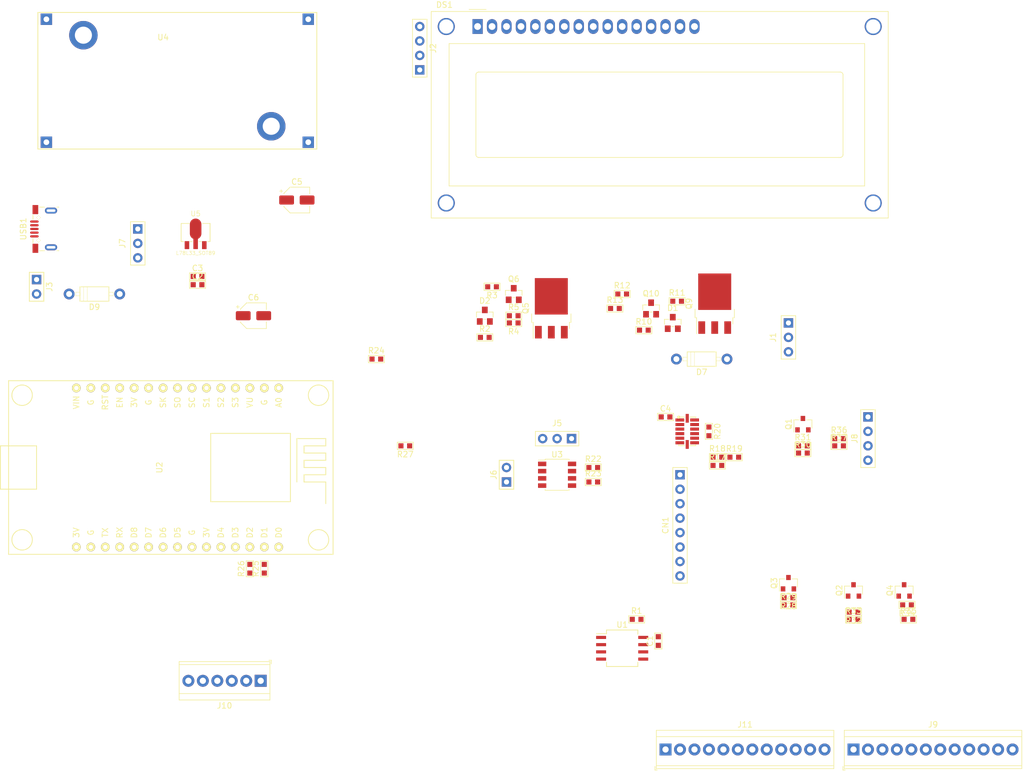
<source format=kicad_pcb>
(kicad_pcb (version 20171130) (host pcbnew "(5.0.2)-1")

  (general
    (thickness 1.6)
    (drawings 0)
    (tracks 0)
    (zones 0)
    (modules 66)
    (nets 91)
  )

  (page A2)
  (layers
    (0 F.Cu signal)
    (31 B.Cu signal)
    (32 B.Adhes user hide)
    (33 F.Adhes user hide)
    (34 B.Paste user hide)
    (35 F.Paste user hide)
    (36 B.SilkS user hide)
    (37 F.SilkS user)
    (38 B.Mask user hide)
    (39 F.Mask user hide)
    (40 Dwgs.User user hide)
    (41 Cmts.User user hide)
    (42 Eco1.User user hide)
    (43 Eco2.User user hide)
    (44 Edge.Cuts user hide)
    (45 Margin user hide)
    (46 B.CrtYd user hide)
    (47 F.CrtYd user)
    (48 B.Fab user hide)
    (49 F.Fab user hide)
  )

  (setup
    (last_trace_width 0.25)
    (trace_clearance 0.2)
    (zone_clearance 0.508)
    (zone_45_only no)
    (trace_min 0.2)
    (segment_width 0.2)
    (edge_width 0.15)
    (via_size 0.8)
    (via_drill 0.4)
    (via_min_size 0.4)
    (via_min_drill 0.3)
    (uvia_size 0.3)
    (uvia_drill 0.1)
    (uvias_allowed no)
    (uvia_min_size 0.2)
    (uvia_min_drill 0.1)
    (pcb_text_width 0.3)
    (pcb_text_size 1.5 1.5)
    (mod_edge_width 0.15)
    (mod_text_size 1 1)
    (mod_text_width 0.15)
    (pad_size 1.524 1.524)
    (pad_drill 0.762)
    (pad_to_mask_clearance 0.051)
    (solder_mask_min_width 0.25)
    (aux_axis_origin 0 0)
    (visible_elements 7FFFFFFF)
    (pcbplotparams
      (layerselection 0x010fc_ffffffff)
      (usegerberextensions false)
      (usegerberattributes false)
      (usegerberadvancedattributes false)
      (creategerberjobfile false)
      (excludeedgelayer true)
      (linewidth 0.100000)
      (plotframeref false)
      (viasonmask false)
      (mode 1)
      (useauxorigin false)
      (hpglpennumber 1)
      (hpglpenspeed 20)
      (hpglpendiameter 15.000000)
      (psnegative false)
      (psa4output false)
      (plotreference true)
      (plotvalue true)
      (plotinvisibletext false)
      (padsonsilk false)
      (subtractmaskfromsilk false)
      (outputformat 1)
      (mirror false)
      (drillshape 1)
      (scaleselection 1)
      (outputdirectory ""))
  )

  (net 0 "")
  (net 1 "Net-(U2-Pad2)")
  (net 2 "Net-(U2-Pad3)")
  (net 3 "Net-(U2-Pad11)")
  (net 4 "Net-(U2-Pad16)")
  (net 5 "Net-(U2-Pad25)")
  (net 6 "Net-(Q1-Pad1)")
  (net 7 "Net-(D1-Pad2)")
  (net 8 "Net-(Q2-Pad1)")
  (net 9 "Net-(R1-Pad1)")
  (net 10 "Net-(IC1-Pad3)")
  (net 11 "Net-(IC1-Pad8)")
  (net 12 "Net-(IC1-Pad9)")
  (net 13 "Net-(IC1-Pad10)")
  (net 14 "Net-(IC1-Pad11)")
  (net 15 "Net-(IC1-Pad12)")
  (net 16 "Net-(IC1-Pad7)")
  (net 17 "Net-(Q3-Pad1)")
  (net 18 "Net-(DS1-Pad1)")
  (net 19 "Net-(DS1-Pad2)")
  (net 20 "Net-(DS1-Pad3)")
  (net 21 "Net-(DS1-Pad4)")
  (net 22 "Net-(DS1-Pad5)")
  (net 23 "Net-(DS1-Pad6)")
  (net 24 "Net-(DS1-Pad7)")
  (net 25 "Net-(DS1-Pad8)")
  (net 26 "Net-(DS1-Pad9)")
  (net 27 "Net-(DS1-Pad10)")
  (net 28 "Net-(DS1-Pad11)")
  (net 29 "Net-(DS1-Pad12)")
  (net 30 "Net-(DS1-Pad13)")
  (net 31 "Net-(DS1-Pad14)")
  (net 32 "Net-(DS1-Pad15)")
  (net 33 "Net-(DS1-Pad16)")
  (net 34 "Net-(Q4-Pad1)")
  (net 35 "Net-(D2-Pad2)")
  (net 36 PWM__toLoad_1)
  (net 37 "Net-(Q6-Pad3)")
  (net 38 GND)
  (net 39 "Net-(Q6-Pad1)")
  (net 40 PWM__toLoad_2)
  (net 41 "Net-(Q10-Pad3)")
  (net 42 "Net-(Q10-Pad1)")
  (net 43 MCU_PWM_1)
  (net 44 MCU_PWM_2)
  (net 45 +12V)
  (net 46 SDA)
  (net 47 SCL)
  (net 48 +5V)
  (net 49 "Net-(USB1-Pad4)")
  (net 50 "Net-(USB1-Pad3)")
  (net 51 "Net-(USB1-Pad2)")
  (net 52 +3V3)
  (net 53 "Net-(J3-Pad1)")
  (net 54 H_bridge_IA)
  (net 55 H_bridge_IB)
  (net 56 "Net-(J6-Pad1)")
  (net 57 "Net-(J5-Pad2)")
  (net 58 "Net-(J6-Pad2)")
  (net 59 GPO_1)
  (net 60 GPO_2)
  (net 61 GPO_3)
  (net 62 RST)
  (net 63 "Net-(CN1-Pad6)")
  (net 64 MCU_GPO_3)
  (net 65 MCU_GPO_2)
  (net 66 MCU_GPO_4)
  (net 67 MCU_GPO_1)
  (net 68 "Net-(D9-Pad2)")
  (net 69 "Net-(J7-Pad1)")
  (net 70 "Net-(CN1-Pad3)")
  (net 71 "Net-(CN1-Pad4)")
  (net 72 "Net-(CN1-Pad5)")
  (net 73 Analog_input)
  (net 74 MOSI)
  (net 75 CS)
  (net 76 MISO)
  (net 77 CLK)
  (net 78 EN)
  (net 79 Tx)
  (net 80 Rx)
  (net 81 "Net-(J8-Pad1)")
  (net 82 "Net-(J8-Pad4)")
  (net 83 3v3)
  (net 84 5v)
  (net 85 "Net-(J11-Pad12)")
  (net 86 GPI_2)
  (net 87 GPI_1)
  (net 88 GPI_3)
  (net 89 12v)
  (net 90 "Net-(C5-Pad1)")

  (net_class Default "This is the default net class."
    (clearance 0.2)
    (trace_width 0.25)
    (via_dia 0.8)
    (via_drill 0.4)
    (uvia_dia 0.3)
    (uvia_drill 0.1)
    (add_net +12V)
    (add_net +3V3)
    (add_net +5V)
    (add_net 12v)
    (add_net 3v3)
    (add_net 5v)
    (add_net Analog_input)
    (add_net CLK)
    (add_net CS)
    (add_net EN)
    (add_net GND)
    (add_net GPI_1)
    (add_net GPI_2)
    (add_net GPI_3)
    (add_net GPO_1)
    (add_net GPO_2)
    (add_net GPO_3)
    (add_net H_bridge_IA)
    (add_net H_bridge_IB)
    (add_net MCU_GPO_1)
    (add_net MCU_GPO_2)
    (add_net MCU_GPO_3)
    (add_net MCU_GPO_4)
    (add_net MCU_PWM_1)
    (add_net MCU_PWM_2)
    (add_net MISO)
    (add_net MOSI)
    (add_net "Net-(C5-Pad1)")
    (add_net "Net-(CN1-Pad3)")
    (add_net "Net-(CN1-Pad4)")
    (add_net "Net-(CN1-Pad5)")
    (add_net "Net-(CN1-Pad6)")
    (add_net "Net-(D1-Pad2)")
    (add_net "Net-(D2-Pad2)")
    (add_net "Net-(D9-Pad2)")
    (add_net "Net-(DS1-Pad1)")
    (add_net "Net-(DS1-Pad10)")
    (add_net "Net-(DS1-Pad11)")
    (add_net "Net-(DS1-Pad12)")
    (add_net "Net-(DS1-Pad13)")
    (add_net "Net-(DS1-Pad14)")
    (add_net "Net-(DS1-Pad15)")
    (add_net "Net-(DS1-Pad16)")
    (add_net "Net-(DS1-Pad2)")
    (add_net "Net-(DS1-Pad3)")
    (add_net "Net-(DS1-Pad4)")
    (add_net "Net-(DS1-Pad5)")
    (add_net "Net-(DS1-Pad6)")
    (add_net "Net-(DS1-Pad7)")
    (add_net "Net-(DS1-Pad8)")
    (add_net "Net-(DS1-Pad9)")
    (add_net "Net-(IC1-Pad10)")
    (add_net "Net-(IC1-Pad11)")
    (add_net "Net-(IC1-Pad12)")
    (add_net "Net-(IC1-Pad3)")
    (add_net "Net-(IC1-Pad7)")
    (add_net "Net-(IC1-Pad8)")
    (add_net "Net-(IC1-Pad9)")
    (add_net "Net-(J11-Pad12)")
    (add_net "Net-(J3-Pad1)")
    (add_net "Net-(J5-Pad2)")
    (add_net "Net-(J6-Pad1)")
    (add_net "Net-(J6-Pad2)")
    (add_net "Net-(J7-Pad1)")
    (add_net "Net-(J8-Pad1)")
    (add_net "Net-(J8-Pad4)")
    (add_net "Net-(Q1-Pad1)")
    (add_net "Net-(Q10-Pad1)")
    (add_net "Net-(Q10-Pad3)")
    (add_net "Net-(Q2-Pad1)")
    (add_net "Net-(Q3-Pad1)")
    (add_net "Net-(Q4-Pad1)")
    (add_net "Net-(Q6-Pad1)")
    (add_net "Net-(Q6-Pad3)")
    (add_net "Net-(R1-Pad1)")
    (add_net "Net-(U2-Pad11)")
    (add_net "Net-(U2-Pad16)")
    (add_net "Net-(U2-Pad2)")
    (add_net "Net-(U2-Pad25)")
    (add_net "Net-(U2-Pad3)")
    (add_net "Net-(USB1-Pad2)")
    (add_net "Net-(USB1-Pad3)")
    (add_net "Net-(USB1-Pad4)")
    (add_net PWM__toLoad_1)
    (add_net PWM__toLoad_2)
    (add_net RST)
    (add_net Rx)
    (add_net SCL)
    (add_net SDA)
    (add_net Tx)
  )

  (module footprints:xl6009_footPrint (layer F.Cu) (tedit 5DEE182C) (tstamp 5DFB79B8)
    (at 187.325 135.255)
    (path /5DEEF56D)
    (fp_text reference U4 (at 0 -7.62) (layer F.SilkS)
      (effects (font (size 1 1) (thickness 0.15)))
    )
    (fp_text value XL6009_Module (at 0 -0.5) (layer F.Fab)
      (effects (font (size 1 1) (thickness 0.15)))
    )
    (fp_line (start -22 -12) (end 27 -12) (layer F.SilkS) (width 0.15))
    (fp_line (start 27 -12) (end 27 12) (layer F.SilkS) (width 0.15))
    (fp_line (start 27 12) (end -22 12) (layer F.SilkS) (width 0.15))
    (fp_line (start -22 12) (end -22 -12) (layer F.SilkS) (width 0.15))
    (pad 1 thru_hole rect (at -20.5 -10.8) (size 2 2) (drill 1) (layers *.Cu *.Mask)
      (net 45 +12V))
    (pad 2 thru_hole rect (at -20.5 10.8) (size 2 2) (drill 1) (layers *.Cu *.Mask)
      (net 53 "Net-(J3-Pad1)"))
    (pad 3 thru_hole rect (at 25.5 -10.8) (size 2 2) (drill 1) (layers *.Cu *.Mask)
      (net 90 "Net-(C5-Pad1)"))
    (pad 4 thru_hole rect (at 25.5 10.8) (size 2 2) (drill 1) (layers *.Cu *.Mask)
      (net 38 GND))
    (pad 5 thru_hole circle (at 19 8) (size 5 5) (drill 3) (layers *.Cu *.Mask))
    (pad 6 thru_hole circle (at -14 -8) (size 5 5) (drill 3) (layers *.Cu *.Mask))
  )

  (module Capacitor_SMD:CP_Elec_4x5.4 (layer F.Cu) (tedit 5BCA39CF) (tstamp 5DCDAD83)
    (at 203.2 176.53)
    (descr "SMD capacitor, aluminum electrolytic, Panasonic A5 / Nichicon, 4.0x5.4mm")
    (tags "capacitor electrolytic")
    (path /5DD041D4)
    (attr smd)
    (fp_text reference C6 (at 0 -3.2) (layer F.SilkS)
      (effects (font (size 1 1) (thickness 0.15)))
    )
    (fp_text value TANTALUM-SMD-10UF-10V-10%_AVX-A_ (at 0 3.2) (layer F.Fab)
      (effects (font (size 1 1) (thickness 0.15)))
    )
    (fp_circle (center 0 0) (end 2 0) (layer F.Fab) (width 0.1))
    (fp_line (start 2.15 -2.15) (end 2.15 2.15) (layer F.Fab) (width 0.1))
    (fp_line (start -1.15 -2.15) (end 2.15 -2.15) (layer F.Fab) (width 0.1))
    (fp_line (start -1.15 2.15) (end 2.15 2.15) (layer F.Fab) (width 0.1))
    (fp_line (start -2.15 -1.15) (end -2.15 1.15) (layer F.Fab) (width 0.1))
    (fp_line (start -2.15 -1.15) (end -1.15 -2.15) (layer F.Fab) (width 0.1))
    (fp_line (start -2.15 1.15) (end -1.15 2.15) (layer F.Fab) (width 0.1))
    (fp_line (start -1.574773 -1) (end -1.174773 -1) (layer F.Fab) (width 0.1))
    (fp_line (start -1.374773 -1.2) (end -1.374773 -0.8) (layer F.Fab) (width 0.1))
    (fp_line (start 2.26 2.26) (end 2.26 1.06) (layer F.SilkS) (width 0.12))
    (fp_line (start 2.26 -2.26) (end 2.26 -1.06) (layer F.SilkS) (width 0.12))
    (fp_line (start -1.195563 -2.26) (end 2.26 -2.26) (layer F.SilkS) (width 0.12))
    (fp_line (start -1.195563 2.26) (end 2.26 2.26) (layer F.SilkS) (width 0.12))
    (fp_line (start -2.26 1.195563) (end -2.26 1.06) (layer F.SilkS) (width 0.12))
    (fp_line (start -2.26 -1.195563) (end -2.26 -1.06) (layer F.SilkS) (width 0.12))
    (fp_line (start -2.26 -1.195563) (end -1.195563 -2.26) (layer F.SilkS) (width 0.12))
    (fp_line (start -2.26 1.195563) (end -1.195563 2.26) (layer F.SilkS) (width 0.12))
    (fp_line (start -3 -1.56) (end -2.5 -1.56) (layer F.SilkS) (width 0.12))
    (fp_line (start -2.75 -1.81) (end -2.75 -1.31) (layer F.SilkS) (width 0.12))
    (fp_line (start 2.4 -2.4) (end 2.4 -1.05) (layer F.CrtYd) (width 0.05))
    (fp_line (start 2.4 -1.05) (end 3.35 -1.05) (layer F.CrtYd) (width 0.05))
    (fp_line (start 3.35 -1.05) (end 3.35 1.05) (layer F.CrtYd) (width 0.05))
    (fp_line (start 3.35 1.05) (end 2.4 1.05) (layer F.CrtYd) (width 0.05))
    (fp_line (start 2.4 1.05) (end 2.4 2.4) (layer F.CrtYd) (width 0.05))
    (fp_line (start -1.25 2.4) (end 2.4 2.4) (layer F.CrtYd) (width 0.05))
    (fp_line (start -1.25 -2.4) (end 2.4 -2.4) (layer F.CrtYd) (width 0.05))
    (fp_line (start -2.4 1.25) (end -1.25 2.4) (layer F.CrtYd) (width 0.05))
    (fp_line (start -2.4 -1.25) (end -1.25 -2.4) (layer F.CrtYd) (width 0.05))
    (fp_line (start -2.4 -1.25) (end -2.4 -1.05) (layer F.CrtYd) (width 0.05))
    (fp_line (start -2.4 1.05) (end -2.4 1.25) (layer F.CrtYd) (width 0.05))
    (fp_line (start -2.4 -1.05) (end -3.35 -1.05) (layer F.CrtYd) (width 0.05))
    (fp_line (start -3.35 -1.05) (end -3.35 1.05) (layer F.CrtYd) (width 0.05))
    (fp_line (start -3.35 1.05) (end -2.4 1.05) (layer F.CrtYd) (width 0.05))
    (fp_text user %R (at 0 0) (layer F.Fab)
      (effects (font (size 0.8 0.8) (thickness 0.12)))
    )
    (pad 1 smd roundrect (at -1.8 0) (size 2.6 1.6) (layers F.Cu F.Paste F.Mask) (roundrect_rratio 0.15625)
      (net 52 +3V3))
    (pad 2 smd roundrect (at 1.8 0) (size 2.6 1.6) (layers F.Cu F.Paste F.Mask) (roundrect_rratio 0.15625)
      (net 38 GND))
    (model ${KISYS3DMOD}/Capacitor_SMD.3dshapes/CP_Elec_4x5.4.wrl
      (at (xyz 0 0 0))
      (scale (xyz 1 1 1))
      (rotate (xyz 0 0 0))
    )
  )

  (module Capacitor_SMD:CP_Elec_4x5.4 (layer F.Cu) (tedit 5BCA39CF) (tstamp 5DCD870D)
    (at 210.82 156.21)
    (descr "SMD capacitor, aluminum electrolytic, Panasonic A5 / Nichicon, 4.0x5.4mm")
    (tags "capacitor electrolytic")
    (path /5DCDD573)
    (attr smd)
    (fp_text reference C5 (at 0 -3.2) (layer F.SilkS)
      (effects (font (size 1 1) (thickness 0.15)))
    )
    (fp_text value TANTALUM-SMD-10UF-10V-10%_AVX-A_ (at 0 3.2) (layer F.Fab)
      (effects (font (size 1 1) (thickness 0.15)))
    )
    (fp_circle (center 0 0) (end 2 0) (layer F.Fab) (width 0.1))
    (fp_line (start 2.15 -2.15) (end 2.15 2.15) (layer F.Fab) (width 0.1))
    (fp_line (start -1.15 -2.15) (end 2.15 -2.15) (layer F.Fab) (width 0.1))
    (fp_line (start -1.15 2.15) (end 2.15 2.15) (layer F.Fab) (width 0.1))
    (fp_line (start -2.15 -1.15) (end -2.15 1.15) (layer F.Fab) (width 0.1))
    (fp_line (start -2.15 -1.15) (end -1.15 -2.15) (layer F.Fab) (width 0.1))
    (fp_line (start -2.15 1.15) (end -1.15 2.15) (layer F.Fab) (width 0.1))
    (fp_line (start -1.574773 -1) (end -1.174773 -1) (layer F.Fab) (width 0.1))
    (fp_line (start -1.374773 -1.2) (end -1.374773 -0.8) (layer F.Fab) (width 0.1))
    (fp_line (start 2.26 2.26) (end 2.26 1.06) (layer F.SilkS) (width 0.12))
    (fp_line (start 2.26 -2.26) (end 2.26 -1.06) (layer F.SilkS) (width 0.12))
    (fp_line (start -1.195563 -2.26) (end 2.26 -2.26) (layer F.SilkS) (width 0.12))
    (fp_line (start -1.195563 2.26) (end 2.26 2.26) (layer F.SilkS) (width 0.12))
    (fp_line (start -2.26 1.195563) (end -2.26 1.06) (layer F.SilkS) (width 0.12))
    (fp_line (start -2.26 -1.195563) (end -2.26 -1.06) (layer F.SilkS) (width 0.12))
    (fp_line (start -2.26 -1.195563) (end -1.195563 -2.26) (layer F.SilkS) (width 0.12))
    (fp_line (start -2.26 1.195563) (end -1.195563 2.26) (layer F.SilkS) (width 0.12))
    (fp_line (start -3 -1.56) (end -2.5 -1.56) (layer F.SilkS) (width 0.12))
    (fp_line (start -2.75 -1.81) (end -2.75 -1.31) (layer F.SilkS) (width 0.12))
    (fp_line (start 2.4 -2.4) (end 2.4 -1.05) (layer F.CrtYd) (width 0.05))
    (fp_line (start 2.4 -1.05) (end 3.35 -1.05) (layer F.CrtYd) (width 0.05))
    (fp_line (start 3.35 -1.05) (end 3.35 1.05) (layer F.CrtYd) (width 0.05))
    (fp_line (start 3.35 1.05) (end 2.4 1.05) (layer F.CrtYd) (width 0.05))
    (fp_line (start 2.4 1.05) (end 2.4 2.4) (layer F.CrtYd) (width 0.05))
    (fp_line (start -1.25 2.4) (end 2.4 2.4) (layer F.CrtYd) (width 0.05))
    (fp_line (start -1.25 -2.4) (end 2.4 -2.4) (layer F.CrtYd) (width 0.05))
    (fp_line (start -2.4 1.25) (end -1.25 2.4) (layer F.CrtYd) (width 0.05))
    (fp_line (start -2.4 -1.25) (end -1.25 -2.4) (layer F.CrtYd) (width 0.05))
    (fp_line (start -2.4 -1.25) (end -2.4 -1.05) (layer F.CrtYd) (width 0.05))
    (fp_line (start -2.4 1.05) (end -2.4 1.25) (layer F.CrtYd) (width 0.05))
    (fp_line (start -2.4 -1.05) (end -3.35 -1.05) (layer F.CrtYd) (width 0.05))
    (fp_line (start -3.35 -1.05) (end -3.35 1.05) (layer F.CrtYd) (width 0.05))
    (fp_line (start -3.35 1.05) (end -2.4 1.05) (layer F.CrtYd) (width 0.05))
    (fp_text user %R (at 0 0) (layer F.Fab)
      (effects (font (size 0.8 0.8) (thickness 0.12)))
    )
    (pad 1 smd roundrect (at -1.8 0) (size 2.6 1.6) (layers F.Cu F.Paste F.Mask) (roundrect_rratio 0.15625)
      (net 90 "Net-(C5-Pad1)"))
    (pad 2 smd roundrect (at 1.8 0) (size 2.6 1.6) (layers F.Cu F.Paste F.Mask) (roundrect_rratio 0.15625)
      (net 38 GND))
    (model ${KISYS3DMOD}/Capacitor_SMD.3dshapes/CP_Elec_4x5.4.wrl
      (at (xyz 0 0 0))
      (scale (xyz 1 1 1))
      (rotate (xyz 0 0 0))
    )
  )

  (module TerminalBlock_TE-Connectivity:TerminalBlock_TE_282834-6_1x06_P2.54mm_Horizontal (layer F.Cu) (tedit 5B1EC513) (tstamp 5DC68CF6)
    (at 204.47 240.665 180)
    (descr "Terminal Block TE 282834-6, 6 pins, pitch 2.54mm, size 15.7x6.5mm^2, drill diamater 1.1mm, pad diameter 2.1mm, see http://www.te.com/commerce/DocumentDelivery/DDEController?Action=showdoc&DocId=Customer+Drawing%7F282834%7FC1%7Fpdf%7FEnglish%7FENG_CD_282834_C1.pdf, script-generated using https://github.com/pointhi/kicad-footprint-generator/scripts/TerminalBlock_TE-Connectivity")
    (tags "THT Terminal Block TE 282834-6 pitch 2.54mm size 15.7x6.5mm^2 drill 1.1mm pad 2.1mm")
    (path /5DFB76EE)
    (fp_text reference J10 (at 6.35 -4.37 180) (layer F.SilkS)
      (effects (font (size 1 1) (thickness 0.15)))
    )
    (fp_text value Screw_Terminal_01x06 (at 6.35 4.37 180) (layer F.Fab)
      (effects (font (size 1 1) (thickness 0.15)))
    )
    (fp_circle (center 0 0) (end 1.1 0) (layer F.Fab) (width 0.1))
    (fp_circle (center 2.54 0) (end 3.64 0) (layer F.Fab) (width 0.1))
    (fp_circle (center 5.08 0) (end 6.18 0) (layer F.Fab) (width 0.1))
    (fp_circle (center 7.62 0) (end 8.72 0) (layer F.Fab) (width 0.1))
    (fp_circle (center 10.16 0) (end 11.26 0) (layer F.Fab) (width 0.1))
    (fp_circle (center 12.7 0) (end 13.8 0) (layer F.Fab) (width 0.1))
    (fp_line (start -1.5 -3.25) (end 14.2 -3.25) (layer F.Fab) (width 0.1))
    (fp_line (start 14.2 -3.25) (end 14.2 3.25) (layer F.Fab) (width 0.1))
    (fp_line (start 14.2 3.25) (end -1.1 3.25) (layer F.Fab) (width 0.1))
    (fp_line (start -1.1 3.25) (end -1.5 2.85) (layer F.Fab) (width 0.1))
    (fp_line (start -1.5 2.85) (end -1.5 -3.25) (layer F.Fab) (width 0.1))
    (fp_line (start -1.5 2.85) (end 14.2 2.85) (layer F.Fab) (width 0.1))
    (fp_line (start -1.62 2.85) (end 14.32 2.85) (layer F.SilkS) (width 0.12))
    (fp_line (start -1.5 -2.25) (end 14.2 -2.25) (layer F.Fab) (width 0.1))
    (fp_line (start -1.62 -2.25) (end 14.32 -2.25) (layer F.SilkS) (width 0.12))
    (fp_line (start -1.62 -3.37) (end 14.32 -3.37) (layer F.SilkS) (width 0.12))
    (fp_line (start -1.62 3.37) (end 14.32 3.37) (layer F.SilkS) (width 0.12))
    (fp_line (start -1.62 -3.37) (end -1.62 3.37) (layer F.SilkS) (width 0.12))
    (fp_line (start 14.32 -3.37) (end 14.32 3.37) (layer F.SilkS) (width 0.12))
    (fp_line (start 0.835 -0.7) (end -0.701 0.835) (layer F.Fab) (width 0.1))
    (fp_line (start 0.701 -0.835) (end -0.835 0.7) (layer F.Fab) (width 0.1))
    (fp_line (start 3.375 -0.7) (end 1.84 0.835) (layer F.Fab) (width 0.1))
    (fp_line (start 3.241 -0.835) (end 1.706 0.7) (layer F.Fab) (width 0.1))
    (fp_line (start 5.915 -0.7) (end 4.38 0.835) (layer F.Fab) (width 0.1))
    (fp_line (start 5.781 -0.835) (end 4.246 0.7) (layer F.Fab) (width 0.1))
    (fp_line (start 8.455 -0.7) (end 6.92 0.835) (layer F.Fab) (width 0.1))
    (fp_line (start 8.321 -0.835) (end 6.786 0.7) (layer F.Fab) (width 0.1))
    (fp_line (start 10.995 -0.7) (end 9.46 0.835) (layer F.Fab) (width 0.1))
    (fp_line (start 10.861 -0.835) (end 9.326 0.7) (layer F.Fab) (width 0.1))
    (fp_line (start 13.535 -0.7) (end 12 0.835) (layer F.Fab) (width 0.1))
    (fp_line (start 13.401 -0.835) (end 11.866 0.7) (layer F.Fab) (width 0.1))
    (fp_line (start -1.86 2.97) (end -1.86 3.61) (layer F.SilkS) (width 0.12))
    (fp_line (start -1.86 3.61) (end -1.46 3.61) (layer F.SilkS) (width 0.12))
    (fp_line (start -2 -3.75) (end -2 3.75) (layer F.CrtYd) (width 0.05))
    (fp_line (start -2 3.75) (end 14.7 3.75) (layer F.CrtYd) (width 0.05))
    (fp_line (start 14.7 3.75) (end 14.7 -3.75) (layer F.CrtYd) (width 0.05))
    (fp_line (start 14.7 -3.75) (end -2 -3.75) (layer F.CrtYd) (width 0.05))
    (fp_text user %R (at 6.35 2 180) (layer F.Fab)
      (effects (font (size 1 1) (thickness 0.15)))
    )
    (pad 1 thru_hole rect (at 0 0 180) (size 2.1 2.1) (drill 1.1) (layers *.Cu *.Mask)
      (net 83 3v3))
    (pad 2 thru_hole circle (at 2.54 0 180) (size 2.1 2.1) (drill 1.1) (layers *.Cu *.Mask)
      (net 38 GND))
    (pad 3 thru_hole circle (at 5.08 0 180) (size 2.1 2.1) (drill 1.1) (layers *.Cu *.Mask)
      (net 84 5v))
    (pad 4 thru_hole circle (at 7.62 0 180) (size 2.1 2.1) (drill 1.1) (layers *.Cu *.Mask)
      (net 38 GND))
    (pad 5 thru_hole circle (at 10.16 0 180) (size 2.1 2.1) (drill 1.1) (layers *.Cu *.Mask)
      (net 89 12v))
    (pad 6 thru_hole circle (at 12.7 0 180) (size 2.1 2.1) (drill 1.1) (layers *.Cu *.Mask)
      (net 38 GND))
    (model ${KISYS3DMOD}/TerminalBlock_TE-Connectivity.3dshapes/TerminalBlock_TE_282834-6_1x06_P2.54mm_Horizontal.wrl
      (at (xyz 0 0 0))
      (scale (xyz 1 1 1))
      (rotate (xyz 0 0 0))
    )
  )

  (module TerminalBlock_TE-Connectivity:TerminalBlock_TE_1-282834-2_1x12_P2.54mm_Horizontal (layer F.Cu) (tedit 5B1EC517) (tstamp 5DC62102)
    (at 275.59 252.73)
    (descr "Terminal Block TE 1-282834-2, 12 pins, pitch 2.54mm, size 30.94x6.5mm^2, drill diamater 1.1mm, pad diameter 2.1mm, see http://www.te.com/commerce/DocumentDelivery/DDEController?Action=showdoc&DocId=Customer+Drawing%7F282834%7FC1%7Fpdf%7FEnglish%7FENG_CD_282834_C1.pdf, script-generated using https://github.com/pointhi/kicad-footprint-generator/scripts/TerminalBlock_TE-Connectivity")
    (tags "THT Terminal Block TE 1-282834-2 pitch 2.54mm size 30.94x6.5mm^2 drill 1.1mm pad 2.1mm")
    (path /5DF83324)
    (fp_text reference J11 (at 13.97 -4.37) (layer F.SilkS)
      (effects (font (size 1 1) (thickness 0.15)))
    )
    (fp_text value Screw_Terminal_01x12 (at 13.97 4.37) (layer F.Fab)
      (effects (font (size 1 1) (thickness 0.15)))
    )
    (fp_text user %R (at 13.97 2) (layer F.Fab)
      (effects (font (size 1 1) (thickness 0.15)))
    )
    (fp_line (start 29.94 -3.75) (end -2 -3.75) (layer F.CrtYd) (width 0.05))
    (fp_line (start 29.94 3.75) (end 29.94 -3.75) (layer F.CrtYd) (width 0.05))
    (fp_line (start -2 3.75) (end 29.94 3.75) (layer F.CrtYd) (width 0.05))
    (fp_line (start -2 -3.75) (end -2 3.75) (layer F.CrtYd) (width 0.05))
    (fp_line (start -1.86 3.61) (end -1.46 3.61) (layer F.SilkS) (width 0.12))
    (fp_line (start -1.86 2.97) (end -1.86 3.61) (layer F.SilkS) (width 0.12))
    (fp_line (start 28.641 -0.835) (end 27.106 0.7) (layer F.Fab) (width 0.1))
    (fp_line (start 28.775 -0.7) (end 27.24 0.835) (layer F.Fab) (width 0.1))
    (fp_line (start 26.101 -0.835) (end 24.566 0.7) (layer F.Fab) (width 0.1))
    (fp_line (start 26.235 -0.7) (end 24.7 0.835) (layer F.Fab) (width 0.1))
    (fp_line (start 23.561 -0.835) (end 22.026 0.7) (layer F.Fab) (width 0.1))
    (fp_line (start 23.695 -0.7) (end 22.16 0.835) (layer F.Fab) (width 0.1))
    (fp_line (start 21.021 -0.835) (end 19.486 0.7) (layer F.Fab) (width 0.1))
    (fp_line (start 21.155 -0.7) (end 19.62 0.835) (layer F.Fab) (width 0.1))
    (fp_line (start 18.481 -0.835) (end 16.946 0.7) (layer F.Fab) (width 0.1))
    (fp_line (start 18.615 -0.7) (end 17.08 0.835) (layer F.Fab) (width 0.1))
    (fp_line (start 15.941 -0.835) (end 14.406 0.7) (layer F.Fab) (width 0.1))
    (fp_line (start 16.075 -0.7) (end 14.54 0.835) (layer F.Fab) (width 0.1))
    (fp_line (start 13.401 -0.835) (end 11.866 0.7) (layer F.Fab) (width 0.1))
    (fp_line (start 13.535 -0.7) (end 12 0.835) (layer F.Fab) (width 0.1))
    (fp_line (start 10.861 -0.835) (end 9.326 0.7) (layer F.Fab) (width 0.1))
    (fp_line (start 10.995 -0.7) (end 9.46 0.835) (layer F.Fab) (width 0.1))
    (fp_line (start 8.321 -0.835) (end 6.786 0.7) (layer F.Fab) (width 0.1))
    (fp_line (start 8.455 -0.7) (end 6.92 0.835) (layer F.Fab) (width 0.1))
    (fp_line (start 5.781 -0.835) (end 4.246 0.7) (layer F.Fab) (width 0.1))
    (fp_line (start 5.915 -0.7) (end 4.38 0.835) (layer F.Fab) (width 0.1))
    (fp_line (start 3.241 -0.835) (end 1.706 0.7) (layer F.Fab) (width 0.1))
    (fp_line (start 3.375 -0.7) (end 1.84 0.835) (layer F.Fab) (width 0.1))
    (fp_line (start 0.701 -0.835) (end -0.835 0.7) (layer F.Fab) (width 0.1))
    (fp_line (start 0.835 -0.7) (end -0.701 0.835) (layer F.Fab) (width 0.1))
    (fp_line (start 29.56 -3.37) (end 29.56 3.37) (layer F.SilkS) (width 0.12))
    (fp_line (start -1.62 -3.37) (end -1.62 3.37) (layer F.SilkS) (width 0.12))
    (fp_line (start -1.62 3.37) (end 29.56 3.37) (layer F.SilkS) (width 0.12))
    (fp_line (start -1.62 -3.37) (end 29.56 -3.37) (layer F.SilkS) (width 0.12))
    (fp_line (start -1.62 -2.25) (end 29.56 -2.25) (layer F.SilkS) (width 0.12))
    (fp_line (start -1.5 -2.25) (end 29.44 -2.25) (layer F.Fab) (width 0.1))
    (fp_line (start -1.62 2.85) (end 29.56 2.85) (layer F.SilkS) (width 0.12))
    (fp_line (start -1.5 2.85) (end 29.44 2.85) (layer F.Fab) (width 0.1))
    (fp_line (start -1.5 2.85) (end -1.5 -3.25) (layer F.Fab) (width 0.1))
    (fp_line (start -1.1 3.25) (end -1.5 2.85) (layer F.Fab) (width 0.1))
    (fp_line (start 29.44 3.25) (end -1.1 3.25) (layer F.Fab) (width 0.1))
    (fp_line (start 29.44 -3.25) (end 29.44 3.25) (layer F.Fab) (width 0.1))
    (fp_line (start -1.5 -3.25) (end 29.44 -3.25) (layer F.Fab) (width 0.1))
    (fp_circle (center 27.94 0) (end 29.04 0) (layer F.Fab) (width 0.1))
    (fp_circle (center 25.4 0) (end 26.5 0) (layer F.Fab) (width 0.1))
    (fp_circle (center 22.86 0) (end 23.96 0) (layer F.Fab) (width 0.1))
    (fp_circle (center 20.32 0) (end 21.42 0) (layer F.Fab) (width 0.1))
    (fp_circle (center 17.78 0) (end 18.88 0) (layer F.Fab) (width 0.1))
    (fp_circle (center 15.24 0) (end 16.34 0) (layer F.Fab) (width 0.1))
    (fp_circle (center 12.7 0) (end 13.8 0) (layer F.Fab) (width 0.1))
    (fp_circle (center 10.16 0) (end 11.26 0) (layer F.Fab) (width 0.1))
    (fp_circle (center 7.62 0) (end 8.72 0) (layer F.Fab) (width 0.1))
    (fp_circle (center 5.08 0) (end 6.18 0) (layer F.Fab) (width 0.1))
    (fp_circle (center 2.54 0) (end 3.64 0) (layer F.Fab) (width 0.1))
    (fp_circle (center 0 0) (end 1.1 0) (layer F.Fab) (width 0.1))
    (pad 12 thru_hole circle (at 27.94 0) (size 2.1 2.1) (drill 1.1) (layers *.Cu *.Mask)
      (net 85 "Net-(J11-Pad12)"))
    (pad 11 thru_hole circle (at 25.4 0) (size 2.1 2.1) (drill 1.1) (layers *.Cu *.Mask)
      (net 38 GND))
    (pad 10 thru_hole circle (at 22.86 0) (size 2.1 2.1) (drill 1.1) (layers *.Cu *.Mask)
      (net 61 GPO_3))
    (pad 9 thru_hole circle (at 20.32 0) (size 2.1 2.1) (drill 1.1) (layers *.Cu *.Mask)
      (net 60 GPO_2))
    (pad 8 thru_hole circle (at 17.78 0) (size 2.1 2.1) (drill 1.1) (layers *.Cu *.Mask)
      (net 59 GPO_1))
    (pad 7 thru_hole circle (at 15.24 0) (size 2.1 2.1) (drill 1.1) (layers *.Cu *.Mask)
      (net 88 GPI_3))
    (pad 6 thru_hole circle (at 12.7 0) (size 2.1 2.1) (drill 1.1) (layers *.Cu *.Mask)
      (net 86 GPI_2))
    (pad 5 thru_hole circle (at 10.16 0) (size 2.1 2.1) (drill 1.1) (layers *.Cu *.Mask)
      (net 87 GPI_1))
    (pad 4 thru_hole circle (at 7.62 0) (size 2.1 2.1) (drill 1.1) (layers *.Cu *.Mask)
      (net 77 CLK))
    (pad 3 thru_hole circle (at 5.08 0) (size 2.1 2.1) (drill 1.1) (layers *.Cu *.Mask)
      (net 76 MISO))
    (pad 2 thru_hole circle (at 2.54 0) (size 2.1 2.1) (drill 1.1) (layers *.Cu *.Mask)
      (net 75 CS))
    (pad 1 thru_hole rect (at 0 0) (size 2.1 2.1) (drill 1.1) (layers *.Cu *.Mask)
      (net 74 MOSI))
    (model ${KISYS3DMOD}/TerminalBlock_TE-Connectivity.3dshapes/TerminalBlock_TE_1-282834-2_1x12_P2.54mm_Horizontal.wrl
      (at (xyz 0 0 0))
      (scale (xyz 1 1 1))
      (rotate (xyz 0 0 0))
    )
  )

  (module TerminalBlock_TE-Connectivity:TerminalBlock_TE_1-282834-2_1x12_P2.54mm_Horizontal (layer F.Cu) (tedit 5B1EC517) (tstamp 5DC62074)
    (at 308.61 252.73)
    (descr "Terminal Block TE 1-282834-2, 12 pins, pitch 2.54mm, size 30.94x6.5mm^2, drill diamater 1.1mm, pad diameter 2.1mm, see http://www.te.com/commerce/DocumentDelivery/DDEController?Action=showdoc&DocId=Customer+Drawing%7F282834%7FC1%7Fpdf%7FEnglish%7FENG_CD_282834_C1.pdf, script-generated using https://github.com/pointhi/kicad-footprint-generator/scripts/TerminalBlock_TE-Connectivity")
    (tags "THT Terminal Block TE 1-282834-2 pitch 2.54mm size 30.94x6.5mm^2 drill 1.1mm pad 2.1mm")
    (path /5DDCDD6A)
    (fp_text reference J9 (at 13.97 -4.37) (layer F.SilkS)
      (effects (font (size 1 1) (thickness 0.15)))
    )
    (fp_text value Screw_Terminal_01x12 (at 13.97 4.37) (layer F.Fab)
      (effects (font (size 1 1) (thickness 0.15)))
    )
    (fp_circle (center 0 0) (end 1.1 0) (layer F.Fab) (width 0.1))
    (fp_circle (center 2.54 0) (end 3.64 0) (layer F.Fab) (width 0.1))
    (fp_circle (center 5.08 0) (end 6.18 0) (layer F.Fab) (width 0.1))
    (fp_circle (center 7.62 0) (end 8.72 0) (layer F.Fab) (width 0.1))
    (fp_circle (center 10.16 0) (end 11.26 0) (layer F.Fab) (width 0.1))
    (fp_circle (center 12.7 0) (end 13.8 0) (layer F.Fab) (width 0.1))
    (fp_circle (center 15.24 0) (end 16.34 0) (layer F.Fab) (width 0.1))
    (fp_circle (center 17.78 0) (end 18.88 0) (layer F.Fab) (width 0.1))
    (fp_circle (center 20.32 0) (end 21.42 0) (layer F.Fab) (width 0.1))
    (fp_circle (center 22.86 0) (end 23.96 0) (layer F.Fab) (width 0.1))
    (fp_circle (center 25.4 0) (end 26.5 0) (layer F.Fab) (width 0.1))
    (fp_circle (center 27.94 0) (end 29.04 0) (layer F.Fab) (width 0.1))
    (fp_line (start -1.5 -3.25) (end 29.44 -3.25) (layer F.Fab) (width 0.1))
    (fp_line (start 29.44 -3.25) (end 29.44 3.25) (layer F.Fab) (width 0.1))
    (fp_line (start 29.44 3.25) (end -1.1 3.25) (layer F.Fab) (width 0.1))
    (fp_line (start -1.1 3.25) (end -1.5 2.85) (layer F.Fab) (width 0.1))
    (fp_line (start -1.5 2.85) (end -1.5 -3.25) (layer F.Fab) (width 0.1))
    (fp_line (start -1.5 2.85) (end 29.44 2.85) (layer F.Fab) (width 0.1))
    (fp_line (start -1.62 2.85) (end 29.56 2.85) (layer F.SilkS) (width 0.12))
    (fp_line (start -1.5 -2.25) (end 29.44 -2.25) (layer F.Fab) (width 0.1))
    (fp_line (start -1.62 -2.25) (end 29.56 -2.25) (layer F.SilkS) (width 0.12))
    (fp_line (start -1.62 -3.37) (end 29.56 -3.37) (layer F.SilkS) (width 0.12))
    (fp_line (start -1.62 3.37) (end 29.56 3.37) (layer F.SilkS) (width 0.12))
    (fp_line (start -1.62 -3.37) (end -1.62 3.37) (layer F.SilkS) (width 0.12))
    (fp_line (start 29.56 -3.37) (end 29.56 3.37) (layer F.SilkS) (width 0.12))
    (fp_line (start 0.835 -0.7) (end -0.701 0.835) (layer F.Fab) (width 0.1))
    (fp_line (start 0.701 -0.835) (end -0.835 0.7) (layer F.Fab) (width 0.1))
    (fp_line (start 3.375 -0.7) (end 1.84 0.835) (layer F.Fab) (width 0.1))
    (fp_line (start 3.241 -0.835) (end 1.706 0.7) (layer F.Fab) (width 0.1))
    (fp_line (start 5.915 -0.7) (end 4.38 0.835) (layer F.Fab) (width 0.1))
    (fp_line (start 5.781 -0.835) (end 4.246 0.7) (layer F.Fab) (width 0.1))
    (fp_line (start 8.455 -0.7) (end 6.92 0.835) (layer F.Fab) (width 0.1))
    (fp_line (start 8.321 -0.835) (end 6.786 0.7) (layer F.Fab) (width 0.1))
    (fp_line (start 10.995 -0.7) (end 9.46 0.835) (layer F.Fab) (width 0.1))
    (fp_line (start 10.861 -0.835) (end 9.326 0.7) (layer F.Fab) (width 0.1))
    (fp_line (start 13.535 -0.7) (end 12 0.835) (layer F.Fab) (width 0.1))
    (fp_line (start 13.401 -0.835) (end 11.866 0.7) (layer F.Fab) (width 0.1))
    (fp_line (start 16.075 -0.7) (end 14.54 0.835) (layer F.Fab) (width 0.1))
    (fp_line (start 15.941 -0.835) (end 14.406 0.7) (layer F.Fab) (width 0.1))
    (fp_line (start 18.615 -0.7) (end 17.08 0.835) (layer F.Fab) (width 0.1))
    (fp_line (start 18.481 -0.835) (end 16.946 0.7) (layer F.Fab) (width 0.1))
    (fp_line (start 21.155 -0.7) (end 19.62 0.835) (layer F.Fab) (width 0.1))
    (fp_line (start 21.021 -0.835) (end 19.486 0.7) (layer F.Fab) (width 0.1))
    (fp_line (start 23.695 -0.7) (end 22.16 0.835) (layer F.Fab) (width 0.1))
    (fp_line (start 23.561 -0.835) (end 22.026 0.7) (layer F.Fab) (width 0.1))
    (fp_line (start 26.235 -0.7) (end 24.7 0.835) (layer F.Fab) (width 0.1))
    (fp_line (start 26.101 -0.835) (end 24.566 0.7) (layer F.Fab) (width 0.1))
    (fp_line (start 28.775 -0.7) (end 27.24 0.835) (layer F.Fab) (width 0.1))
    (fp_line (start 28.641 -0.835) (end 27.106 0.7) (layer F.Fab) (width 0.1))
    (fp_line (start -1.86 2.97) (end -1.86 3.61) (layer F.SilkS) (width 0.12))
    (fp_line (start -1.86 3.61) (end -1.46 3.61) (layer F.SilkS) (width 0.12))
    (fp_line (start -2 -3.75) (end -2 3.75) (layer F.CrtYd) (width 0.05))
    (fp_line (start -2 3.75) (end 29.94 3.75) (layer F.CrtYd) (width 0.05))
    (fp_line (start 29.94 3.75) (end 29.94 -3.75) (layer F.CrtYd) (width 0.05))
    (fp_line (start 29.94 -3.75) (end -2 -3.75) (layer F.CrtYd) (width 0.05))
    (fp_text user %R (at 13.97 2) (layer F.Fab)
      (effects (font (size 1 1) (thickness 0.15)))
    )
    (pad 1 thru_hole rect (at 0 0) (size 2.1 2.1) (drill 1.1) (layers *.Cu *.Mask)
      (net 73 Analog_input))
    (pad 2 thru_hole circle (at 2.54 0) (size 2.1 2.1) (drill 1.1) (layers *.Cu *.Mask)
      (net 67 MCU_GPO_1))
    (pad 3 thru_hole circle (at 5.08 0) (size 2.1 2.1) (drill 1.1) (layers *.Cu *.Mask)
      (net 65 MCU_GPO_2))
    (pad 4 thru_hole circle (at 7.62 0) (size 2.1 2.1) (drill 1.1) (layers *.Cu *.Mask)
      (net 64 MCU_GPO_3))
    (pad 5 thru_hole circle (at 10.16 0) (size 2.1 2.1) (drill 1.1) (layers *.Cu *.Mask)
      (net 66 MCU_GPO_4))
    (pad 6 thru_hole circle (at 12.7 0) (size 2.1 2.1) (drill 1.1) (layers *.Cu *.Mask)
      (net 43 MCU_PWM_1))
    (pad 7 thru_hole circle (at 15.24 0) (size 2.1 2.1) (drill 1.1) (layers *.Cu *.Mask)
      (net 44 MCU_PWM_2))
    (pad 8 thru_hole circle (at 17.78 0) (size 2.1 2.1) (drill 1.1) (layers *.Cu *.Mask)
      (net 47 SCL))
    (pad 9 thru_hole circle (at 20.32 0) (size 2.1 2.1) (drill 1.1) (layers *.Cu *.Mask)
      (net 46 SDA))
    (pad 10 thru_hole circle (at 22.86 0) (size 2.1 2.1) (drill 1.1) (layers *.Cu *.Mask)
      (net 80 Rx))
    (pad 11 thru_hole circle (at 25.4 0) (size 2.1 2.1) (drill 1.1) (layers *.Cu *.Mask)
      (net 79 Tx))
    (pad 12 thru_hole circle (at 27.94 0) (size 2.1 2.1) (drill 1.1) (layers *.Cu *.Mask)
      (net 78 EN))
    (model ${KISYS3DMOD}/TerminalBlock_TE-Connectivity.3dshapes/TerminalBlock_TE_1-282834-2_1x12_P2.54mm_Horizontal.wrl
      (at (xyz 0 0 0))
      (scale (xyz 1 1 1))
      (rotate (xyz 0 0 0))
    )
  )

  (module OPL_Connector:H3-2.54 (layer F.Cu) (tedit 5C3806C8) (tstamp 5DC3A158)
    (at 297.18 180.34 90)
    (path /5DF404BE)
    (attr virtual)
    (fp_text reference J1 (at 0 -2.7 270) (layer F.SilkS)
      (effects (font (size 1 1) (thickness 0.15)))
    )
    (fp_text value Screw_Terminal_01x03 (at 0 2.65 270) (layer F.Fab)
      (effects (font (size 1 1) (thickness 0.15)))
    )
    (fp_line (start 3.81 1.27) (end -3.81 1.27) (layer F.SilkS) (width 0.127))
    (fp_line (start 3.81 -1.27) (end 3.81 1.27) (layer F.SilkS) (width 0.127))
    (fp_line (start -3.81 -1.27) (end 3.81 -1.27) (layer F.SilkS) (width 0.127))
    (fp_line (start -3.81 1.27) (end -3.81 -1.27) (layer F.SilkS) (width 0.127))
    (fp_line (start -3.81 1.265) (end -3.81 -1.275) (layer F.Fab) (width 0.1))
    (fp_line (start -3.81 -1.275) (end 3.81 -1.275) (layer F.Fab) (width 0.1))
    (fp_line (start 3.81 1.27) (end -3.81 1.27) (layer F.Fab) (width 0.1))
    (fp_line (start 3.81 -1.27) (end 3.81 1.27) (layer F.Fab) (width 0.1))
    (fp_line (start 4.075 -1.525) (end 4.075 1.525) (layer F.CrtYd) (width 0.05))
    (fp_line (start 4.075 1.525) (end -4.075 1.525) (layer F.CrtYd) (width 0.05))
    (fp_line (start -4.075 1.525) (end -4.075 -1.525) (layer F.CrtYd) (width 0.05))
    (fp_line (start -4.075 -1.525) (end 4.075 -1.525) (layer F.CrtYd) (width 0.05))
    (fp_text user %R (at 0 -2.7 90) (layer F.Fab)
      (effects (font (size 1 1) (thickness 0.15)))
    )
    (pad 3 thru_hole circle (at -2.54 0 180) (size 1.651 1.651) (drill 0.889) (layers *.Cu *.Mask)
      (net 38 GND))
    (pad 2 thru_hole circle (at 0 0 180) (size 1.651 1.651) (drill 0.889) (layers *.Cu *.Mask)
      (net 40 PWM__toLoad_2))
    (pad 1 thru_hole rect (at 2.54 0 180) (size 1.651 1.651) (drill 0.889) (layers *.Cu *.Mask)
      (net 36 PWM__toLoad_1))
  )

  (module OPL_Resistor:R0603 (layer F.Cu) (tedit 5BCC80C7) (tstamp 5DC36C03)
    (at 306.07 198.12)
    (path /5DCDC4DA)
    (attr smd)
    (fp_text reference R36 (at 0 -1.5 180) (layer F.SilkS)
      (effects (font (size 1 1) (thickness 0.15)))
    )
    (fp_text value SMD-RES-1K-5%-1_10W_0603_ (at 0 1.7 180) (layer F.Fab)
      (effects (font (size 1 1) (thickness 0.15)))
    )
    (fp_text user %R (at 0 -1.5) (layer F.Fab)
      (effects (font (size 1 1) (thickness 0.15)))
    )
    (fp_line (start -0.8 0.4) (end -0.8 -0.4) (layer F.Fab) (width 0.1))
    (fp_line (start 0.8 0.4) (end -0.8 0.4) (layer F.Fab) (width 0.1))
    (fp_line (start 0.8 -0.4) (end 0.8 0.4) (layer F.Fab) (width 0.1))
    (fp_line (start -0.8 -0.4) (end 0.8 -0.4) (layer F.Fab) (width 0.1))
    (fp_line (start -1.46 -0.7) (end -1.46 0.7) (layer F.CrtYd) (width 0.05))
    (fp_line (start 1.46 -0.7) (end -1.46 -0.7) (layer F.CrtYd) (width 0.05))
    (fp_line (start 1.46 0.7) (end 1.46 -0.7) (layer F.CrtYd) (width 0.05))
    (fp_line (start -1.46 0.7) (end 1.46 0.7) (layer F.CrtYd) (width 0.05))
    (fp_line (start -1.397 0.635) (end -1.397 -0.635) (layer F.SilkS) (width 0.127))
    (fp_line (start 1.397 0.635) (end -1.397 0.635) (layer F.SilkS) (width 0.127))
    (fp_line (start 1.397 -0.635) (end 1.397 0.635) (layer F.SilkS) (width 0.127))
    (fp_line (start -1.397 -0.635) (end 1.397 -0.635) (layer F.SilkS) (width 0.127))
    (pad 2 smd rect (at 0.762 0) (size 0.889 0.889) (layers F.Cu F.Paste F.Mask)
      (net 79 Tx))
    (pad 1 smd rect (at -0.762 0) (size 0.889 0.889) (layers F.Cu F.Paste F.Mask)
      (net 82 "Net-(J8-Pad4)"))
  )

  (module OPL_Resistor:R0603 (layer F.Cu) (tedit 5BCC80C7) (tstamp 5DC36BF0)
    (at 306.07 199.39)
    (path /5DCDC393)
    (attr smd)
    (fp_text reference R37 (at 0 -1.5 180) (layer F.SilkS)
      (effects (font (size 1 1) (thickness 0.15)))
    )
    (fp_text value SMD-RES-2K-5%-1_10W_0603_ (at 0 1.7 180) (layer F.Fab)
      (effects (font (size 1 1) (thickness 0.15)))
    )
    (fp_line (start -1.397 -0.635) (end 1.397 -0.635) (layer F.SilkS) (width 0.127))
    (fp_line (start 1.397 -0.635) (end 1.397 0.635) (layer F.SilkS) (width 0.127))
    (fp_line (start 1.397 0.635) (end -1.397 0.635) (layer F.SilkS) (width 0.127))
    (fp_line (start -1.397 0.635) (end -1.397 -0.635) (layer F.SilkS) (width 0.127))
    (fp_line (start -1.46 0.7) (end 1.46 0.7) (layer F.CrtYd) (width 0.05))
    (fp_line (start 1.46 0.7) (end 1.46 -0.7) (layer F.CrtYd) (width 0.05))
    (fp_line (start 1.46 -0.7) (end -1.46 -0.7) (layer F.CrtYd) (width 0.05))
    (fp_line (start -1.46 -0.7) (end -1.46 0.7) (layer F.CrtYd) (width 0.05))
    (fp_line (start -0.8 -0.4) (end 0.8 -0.4) (layer F.Fab) (width 0.1))
    (fp_line (start 0.8 -0.4) (end 0.8 0.4) (layer F.Fab) (width 0.1))
    (fp_line (start 0.8 0.4) (end -0.8 0.4) (layer F.Fab) (width 0.1))
    (fp_line (start -0.8 0.4) (end -0.8 -0.4) (layer F.Fab) (width 0.1))
    (fp_text user %R (at 0 -1.5) (layer F.Fab)
      (effects (font (size 1 1) (thickness 0.15)))
    )
    (pad 1 smd rect (at -0.762 0) (size 0.889 0.889) (layers F.Cu F.Paste F.Mask)
      (net 82 "Net-(J8-Pad4)"))
    (pad 2 smd rect (at 0.762 0) (size 0.889 0.889) (layers F.Cu F.Paste F.Mask)
      (net 38 GND))
  )

  (module OPL_Connector:H4-2.54 (layer F.Cu) (tedit 5C380712) (tstamp 5DC34305)
    (at 311.15 198.12 90)
    (path /5DC98387)
    (attr virtual)
    (fp_text reference J8 (at 0 -2.352428 90) (layer F.SilkS)
      (effects (font (size 1 1) (thickness 0.15)))
    )
    (fp_text value DIP-BLACK-FEMALE-HEADER-VERT_4P-2.54_ (at 0 2.4 90) (layer F.Fab)
      (effects (font (size 1 1) (thickness 0.15)))
    )
    (fp_line (start -5.08 -1.27) (end 5.08 -1.27) (layer F.SilkS) (width 0.127))
    (fp_line (start -5.08 1.27) (end -5.08 -1.27) (layer F.SilkS) (width 0.127))
    (fp_line (start 5.08 1.27) (end -5.08 1.27) (layer F.SilkS) (width 0.127))
    (fp_line (start 5.08 -1.27) (end 5.08 1.27) (layer F.SilkS) (width 0.127))
    (fp_text user REF** (at 0 -2.35 90) (layer F.Fab)
      (effects (font (size 1 1) (thickness 0.15)))
    )
    (fp_line (start -5.08 1.27) (end -5.08 -1.27) (layer F.Fab) (width 0.1))
    (fp_line (start -5.08 -1.27) (end 5.08 -1.27) (layer F.Fab) (width 0.1))
    (fp_line (start 5.08 1.27) (end -5.08 1.27) (layer F.Fab) (width 0.1))
    (fp_line (start 5.08 -1.27) (end 5.08 1.27) (layer F.Fab) (width 0.1))
    (fp_line (start -5.325 -1.525) (end 5.35 -1.525) (layer F.CrtYd) (width 0.05))
    (fp_line (start 5.35 -1.525) (end 5.35 1.525) (layer F.CrtYd) (width 0.05))
    (fp_line (start 5.35 1.525) (end -5.325 1.525) (layer F.CrtYd) (width 0.05))
    (fp_line (start -5.325 1.525) (end -5.325 -1.525) (layer F.CrtYd) (width 0.05))
    (pad 1 thru_hole rect (at 3.81 0) (size 1.651 1.651) (drill 0.889) (layers *.Cu *.Mask)
      (net 81 "Net-(J8-Pad1)"))
    (pad 2 thru_hole circle (at 1.27 0) (size 1.651 1.651) (drill 0.889) (layers *.Cu *.Mask)
      (net 38 GND))
    (pad 3 thru_hole circle (at -1.27 0) (size 1.651 1.651) (drill 0.889) (layers *.Cu *.Mask)
      (net 80 Rx))
    (pad 4 thru_hole circle (at -3.81 0) (size 1.651 1.651) (drill 0.889) (layers *.Cu *.Mask)
      (net 82 "Net-(J8-Pad4)"))
  )

  (module OPL_Connector:H3-2.54 (layer F.Cu) (tedit 5C3806C8) (tstamp 5DC3165A)
    (at 182.88 163.83 90)
    (path /5DF3B923)
    (attr virtual)
    (fp_text reference J7 (at 0 -2.7 270) (layer F.SilkS)
      (effects (font (size 1 1) (thickness 0.15)))
    )
    (fp_text value DIP-BLACK-MALE-HEADER-R_A_3P-2.54-90D_ (at 0 2.65 270) (layer F.Fab)
      (effects (font (size 1 1) (thickness 0.15)))
    )
    (fp_line (start 3.81 1.27) (end -3.81 1.27) (layer F.SilkS) (width 0.127))
    (fp_line (start 3.81 -1.27) (end 3.81 1.27) (layer F.SilkS) (width 0.127))
    (fp_line (start -3.81 -1.27) (end 3.81 -1.27) (layer F.SilkS) (width 0.127))
    (fp_line (start -3.81 1.27) (end -3.81 -1.27) (layer F.SilkS) (width 0.127))
    (fp_line (start -3.81 1.265) (end -3.81 -1.275) (layer F.Fab) (width 0.1))
    (fp_line (start -3.81 -1.275) (end 3.81 -1.275) (layer F.Fab) (width 0.1))
    (fp_line (start 3.81 1.27) (end -3.81 1.27) (layer F.Fab) (width 0.1))
    (fp_line (start 3.81 -1.27) (end 3.81 1.27) (layer F.Fab) (width 0.1))
    (fp_line (start 4.075 -1.525) (end 4.075 1.525) (layer F.CrtYd) (width 0.05))
    (fp_line (start 4.075 1.525) (end -4.075 1.525) (layer F.CrtYd) (width 0.05))
    (fp_line (start -4.075 1.525) (end -4.075 -1.525) (layer F.CrtYd) (width 0.05))
    (fp_line (start -4.075 -1.525) (end 4.075 -1.525) (layer F.CrtYd) (width 0.05))
    (fp_text user %R (at 0 -2.7 90) (layer F.Fab)
      (effects (font (size 1 1) (thickness 0.15)))
    )
    (pad 3 thru_hole circle (at -2.54 0 180) (size 1.651 1.651) (drill 0.889) (layers *.Cu *.Mask)
      (net 90 "Net-(C5-Pad1)"))
    (pad 2 thru_hole circle (at 0 0 180) (size 1.651 1.651) (drill 0.889) (layers *.Cu *.Mask)
      (net 48 +5V))
    (pad 1 thru_hole rect (at 2.54 0 180) (size 1.651 1.651) (drill 0.889) (layers *.Cu *.Mask)
      (net 69 "Net-(J7-Pad1)"))
  )

  (module OPL_Connector:H8-2.54 (layer F.Cu) (tedit 5C380779) (tstamp 5DC3161E)
    (at 278.13 213.36 90)
    (path /5DC9C110)
    (attr virtual)
    (fp_text reference CN1 (at 0 -2.55 90) (layer F.SilkS)
      (effects (font (size 1 1) (thickness 0.15)))
    )
    (fp_text value DIP-BLACK-FEMALE-HEADER-VERT_8P-2.54_ (at 0 2.825 90) (layer F.Fab)
      (effects (font (size 1 1) (thickness 0.15)))
    )
    (fp_line (start -10.16 -1.27) (end -10.16 1.27) (layer F.Fab) (width 0.1))
    (fp_line (start -10.16 1.27) (end 10.16 1.27) (layer F.Fab) (width 0.1))
    (fp_line (start 10.16 -1.27) (end 10.16 1.27) (layer F.Fab) (width 0.1))
    (fp_line (start -10.16 -1.27) (end 10.16 -1.27) (layer F.Fab) (width 0.1))
    (fp_line (start 10.16 -1.27) (end 10.16 1.27) (layer F.SilkS) (width 0.127))
    (fp_line (start 10.16 1.27) (end -10.16 1.27) (layer F.SilkS) (width 0.127))
    (fp_line (start -10.16 1.27) (end -10.16 -1.27) (layer F.SilkS) (width 0.127))
    (fp_line (start -10.16 -1.27) (end 10.16 -1.27) (layer F.SilkS) (width 0.127))
    (fp_text user %R (at 0 -2.55 90) (layer F.Fab)
      (effects (font (size 1 1) (thickness 0.15)))
    )
    (fp_line (start -10.4 -1.525) (end 10.425 -1.525) (layer F.CrtYd) (width 0.05))
    (fp_line (start 10.425 -1.525) (end 10.425 1.525) (layer F.CrtYd) (width 0.05))
    (fp_line (start 10.425 1.525) (end -10.4 1.525) (layer F.CrtYd) (width 0.05))
    (fp_line (start -10.4 1.525) (end -10.4 -1.525) (layer F.CrtYd) (width 0.05))
    (pad 1 thru_hole rect (at 8.89 0) (size 1.651 1.651) (drill 0.889) (layers *.Cu *.Mask)
      (net 38 GND))
    (pad 2 thru_hole circle (at 6.35 0) (size 1.651 1.651) (drill 0.889) (layers *.Cu *.Mask)
      (net 52 +3V3))
    (pad 3 thru_hole circle (at 3.81 0) (size 1.651 1.651) (drill 0.889) (layers *.Cu *.Mask)
      (net 70 "Net-(CN1-Pad3)"))
    (pad 4 thru_hole circle (at 1.27 0) (size 1.651 1.651) (drill 0.889) (layers *.Cu *.Mask)
      (net 71 "Net-(CN1-Pad4)"))
    (pad 5 thru_hole circle (at -1.27 0) (size 1.651 1.651) (drill 0.889) (layers *.Cu *.Mask)
      (net 72 "Net-(CN1-Pad5)"))
    (pad 6 thru_hole circle (at -3.81 0) (size 1.651 1.651) (drill 0.889) (layers *.Cu *.Mask)
      (net 63 "Net-(CN1-Pad6)"))
    (pad 7 thru_hole circle (at -6.35 0) (size 1.651 1.651) (drill 0.889) (layers *.Cu *.Mask)
      (net 46 SDA))
    (pad 8 thru_hole circle (at -8.89 0) (size 1.651 1.651) (drill 0.889) (layers *.Cu *.Mask)
      (net 47 SCL))
  )

  (module OPL_Discrete_Semiconductor:DO-41 (layer F.Cu) (tedit 5BCC5508) (tstamp 5DC314B7)
    (at 175.26 172.72 180)
    (path /5DD36D44)
    (attr virtual)
    (fp_text reference D9 (at 0 -2.286 180) (layer F.SilkS)
      (effects (font (size 1 1) (thickness 0.15)))
    )
    (fp_text value 1N4001 (at 0 2.275 180) (layer F.Fab)
      (effects (font (size 1 1) (thickness 0.15)))
    )
    (fp_line (start -2.54 -1.27) (end 2.54 -1.27) (layer F.SilkS) (width 0.127))
    (fp_line (start -2.54 1.27) (end -2.54 -1.27) (layer F.SilkS) (width 0.127))
    (fp_line (start 2.54 1.27) (end -2.54 1.27) (layer F.SilkS) (width 0.127))
    (fp_line (start 2.54 -1.27) (end 2.54 1.27) (layer F.SilkS) (width 0.127))
    (fp_line (start 2.54 0.3175) (end 2.54 -0.3175) (layer F.SilkS) (width 0.06604))
    (fp_line (start 2.54 -0.3175) (end 3.29946 -0.3175) (layer F.SilkS) (width 0.06604))
    (fp_line (start 3.29946 0.3175) (end 3.29946 -0.3175) (layer F.SilkS) (width 0.06604))
    (fp_line (start 2.54 0.3175) (end 3.29946 0.3175) (layer F.SilkS) (width 0.06604))
    (fp_line (start -3.29946 0.3175) (end -3.29946 -0.3175) (layer F.SilkS) (width 0.06604))
    (fp_line (start -3.29946 -0.3175) (end -2.54 -0.3175) (layer F.SilkS) (width 0.06604))
    (fp_line (start -2.54 0.3175) (end -2.54 -0.3175) (layer F.SilkS) (width 0.06604))
    (fp_line (start -3.29946 0.3175) (end -2.54 0.3175) (layer F.SilkS) (width 0.06604))
    (fp_line (start 1.27 1.27) (end 1.27 -1.27) (layer F.SilkS) (width 0.06604))
    (fp_line (start 1.27 -1.27) (end 1.905 -1.27) (layer F.SilkS) (width 0.06604))
    (fp_line (start 1.905 1.27) (end 1.905 -1.27) (layer F.SilkS) (width 0.06604))
    (fp_line (start 1.27 1.27) (end 1.905 1.27) (layer F.SilkS) (width 0.06604))
    (fp_line (start -2.325 -1) (end 2.325 -1) (layer F.Fab) (width 0.1))
    (fp_line (start 2.325 -1) (end 2.325 1) (layer F.Fab) (width 0.1))
    (fp_line (start 2.325 1) (end -2.325 1) (layer F.Fab) (width 0.1))
    (fp_line (start -2.325 1) (end -2.325 -1) (layer F.Fab) (width 0.1))
    (fp_line (start 5.65 -1.2) (end -5.65 -1.2) (layer F.CrtYd) (width 0.05))
    (fp_line (start -5.65 -1.2) (end -5.65 1.2) (layer F.CrtYd) (width 0.05))
    (fp_line (start -5.65 1.2) (end 5.65 1.2) (layer F.CrtYd) (width 0.05))
    (fp_line (start 5.65 1.2) (end 5.65 -1.2) (layer F.CrtYd) (width 0.05))
    (fp_text user %R (at 0 0 180) (layer F.Fab)
      (effects (font (size 1 1) (thickness 0.15)))
    )
    (pad 2 thru_hole circle (at 4.445 0 180) (size 1.905 1.905) (drill 1.0414) (layers *.Cu *.Mask)
      (net 68 "Net-(D9-Pad2)"))
    (pad 1 thru_hole circle (at -4.445 0 180) (size 1.905 1.905) (drill 1.0414) (layers *.Cu *.Mask)
      (net 45 +12V))
  )

  (module OPL_Resistor:R0603 (layer F.Cu) (tedit 5BCC80C7) (tstamp 5DC31362)
    (at 297.18 227.33)
    (path /5DD5926C)
    (attr smd)
    (fp_text reference R29 (at 0 -1.5 180) (layer F.SilkS)
      (effects (font (size 1 1) (thickness 0.15)))
    )
    (fp_text value SMD-RES-10K-1%-1_10W_0603_ (at 0 1.7 180) (layer F.Fab)
      (effects (font (size 1 1) (thickness 0.15)))
    )
    (fp_text user %R (at 0 -1.5) (layer F.Fab)
      (effects (font (size 1 1) (thickness 0.15)))
    )
    (fp_line (start -0.8 0.4) (end -0.8 -0.4) (layer F.Fab) (width 0.1))
    (fp_line (start 0.8 0.4) (end -0.8 0.4) (layer F.Fab) (width 0.1))
    (fp_line (start 0.8 -0.4) (end 0.8 0.4) (layer F.Fab) (width 0.1))
    (fp_line (start -0.8 -0.4) (end 0.8 -0.4) (layer F.Fab) (width 0.1))
    (fp_line (start -1.46 -0.7) (end -1.46 0.7) (layer F.CrtYd) (width 0.05))
    (fp_line (start 1.46 -0.7) (end -1.46 -0.7) (layer F.CrtYd) (width 0.05))
    (fp_line (start 1.46 0.7) (end 1.46 -0.7) (layer F.CrtYd) (width 0.05))
    (fp_line (start -1.46 0.7) (end 1.46 0.7) (layer F.CrtYd) (width 0.05))
    (fp_line (start -1.397 0.635) (end -1.397 -0.635) (layer F.SilkS) (width 0.127))
    (fp_line (start 1.397 0.635) (end -1.397 0.635) (layer F.SilkS) (width 0.127))
    (fp_line (start 1.397 -0.635) (end 1.397 0.635) (layer F.SilkS) (width 0.127))
    (fp_line (start -1.397 -0.635) (end 1.397 -0.635) (layer F.SilkS) (width 0.127))
    (pad 2 smd rect (at 0.762 0) (size 0.889 0.889) (layers F.Cu F.Paste F.Mask)
      (net 67 MCU_GPO_1))
    (pad 1 smd rect (at -0.762 0) (size 0.889 0.889) (layers F.Cu F.Paste F.Mask)
      (net 17 "Net-(Q3-Pad1)"))
  )

  (module OPL_Resistor:R0603 (layer F.Cu) (tedit 5BCC80C7) (tstamp 5DC3134F)
    (at 299.72 200.66)
    (path /5DDCE446)
    (attr smd)
    (fp_text reference R30 (at 0 -1.5 180) (layer F.SilkS)
      (effects (font (size 1 1) (thickness 0.15)))
    )
    (fp_text value SMD-RES-10K-1%-1_10W_0603_ (at 0 1.7 180) (layer F.Fab)
      (effects (font (size 1 1) (thickness 0.15)))
    )
    (fp_line (start -1.397 -0.635) (end 1.397 -0.635) (layer F.SilkS) (width 0.127))
    (fp_line (start 1.397 -0.635) (end 1.397 0.635) (layer F.SilkS) (width 0.127))
    (fp_line (start 1.397 0.635) (end -1.397 0.635) (layer F.SilkS) (width 0.127))
    (fp_line (start -1.397 0.635) (end -1.397 -0.635) (layer F.SilkS) (width 0.127))
    (fp_line (start -1.46 0.7) (end 1.46 0.7) (layer F.CrtYd) (width 0.05))
    (fp_line (start 1.46 0.7) (end 1.46 -0.7) (layer F.CrtYd) (width 0.05))
    (fp_line (start 1.46 -0.7) (end -1.46 -0.7) (layer F.CrtYd) (width 0.05))
    (fp_line (start -1.46 -0.7) (end -1.46 0.7) (layer F.CrtYd) (width 0.05))
    (fp_line (start -0.8 -0.4) (end 0.8 -0.4) (layer F.Fab) (width 0.1))
    (fp_line (start 0.8 -0.4) (end 0.8 0.4) (layer F.Fab) (width 0.1))
    (fp_line (start 0.8 0.4) (end -0.8 0.4) (layer F.Fab) (width 0.1))
    (fp_line (start -0.8 0.4) (end -0.8 -0.4) (layer F.Fab) (width 0.1))
    (fp_text user %R (at 0 -1.5) (layer F.Fab)
      (effects (font (size 1 1) (thickness 0.15)))
    )
    (pad 1 smd rect (at -0.762 0) (size 0.889 0.889) (layers F.Cu F.Paste F.Mask)
      (net 48 +5V))
    (pad 2 smd rect (at 0.762 0) (size 0.889 0.889) (layers F.Cu F.Paste F.Mask)
      (net 6 "Net-(Q1-Pad1)"))
  )

  (module OPL_Resistor:R0603 (layer F.Cu) (tedit 5BCC80C7) (tstamp 5DC3133C)
    (at 299.72 199.39)
    (path /5DDCE44F)
    (attr smd)
    (fp_text reference R31 (at 0 -1.5 180) (layer F.SilkS)
      (effects (font (size 1 1) (thickness 0.15)))
    )
    (fp_text value SMD-RES-10K-1%-1_10W_0603_ (at 0 1.7 180) (layer F.Fab)
      (effects (font (size 1 1) (thickness 0.15)))
    )
    (fp_text user %R (at 0 -1.5) (layer F.Fab)
      (effects (font (size 1 1) (thickness 0.15)))
    )
    (fp_line (start -0.8 0.4) (end -0.8 -0.4) (layer F.Fab) (width 0.1))
    (fp_line (start 0.8 0.4) (end -0.8 0.4) (layer F.Fab) (width 0.1))
    (fp_line (start 0.8 -0.4) (end 0.8 0.4) (layer F.Fab) (width 0.1))
    (fp_line (start -0.8 -0.4) (end 0.8 -0.4) (layer F.Fab) (width 0.1))
    (fp_line (start -1.46 -0.7) (end -1.46 0.7) (layer F.CrtYd) (width 0.05))
    (fp_line (start 1.46 -0.7) (end -1.46 -0.7) (layer F.CrtYd) (width 0.05))
    (fp_line (start 1.46 0.7) (end 1.46 -0.7) (layer F.CrtYd) (width 0.05))
    (fp_line (start -1.46 0.7) (end 1.46 0.7) (layer F.CrtYd) (width 0.05))
    (fp_line (start -1.397 0.635) (end -1.397 -0.635) (layer F.SilkS) (width 0.127))
    (fp_line (start 1.397 0.635) (end -1.397 0.635) (layer F.SilkS) (width 0.127))
    (fp_line (start 1.397 -0.635) (end 1.397 0.635) (layer F.SilkS) (width 0.127))
    (fp_line (start -1.397 -0.635) (end 1.397 -0.635) (layer F.SilkS) (width 0.127))
    (pad 2 smd rect (at 0.762 0) (size 0.889 0.889) (layers F.Cu F.Paste F.Mask)
      (net 64 MCU_GPO_3))
    (pad 1 smd rect (at -0.762 0) (size 0.889 0.889) (layers F.Cu F.Paste F.Mask)
      (net 6 "Net-(Q1-Pad1)"))
  )

  (module OPL_Resistor:R0603 (layer F.Cu) (tedit 5BCC80C7) (tstamp 5DC31329)
    (at 308.61 228.6 180)
    (path /5DDB3F64)
    (attr smd)
    (fp_text reference R32 (at 0 -1.5) (layer F.SilkS)
      (effects (font (size 1 1) (thickness 0.15)))
    )
    (fp_text value SMD-RES-10K-1%-1_10W_0603_ (at 0 1.7) (layer F.Fab)
      (effects (font (size 1 1) (thickness 0.15)))
    )
    (fp_line (start -1.397 -0.635) (end 1.397 -0.635) (layer F.SilkS) (width 0.127))
    (fp_line (start 1.397 -0.635) (end 1.397 0.635) (layer F.SilkS) (width 0.127))
    (fp_line (start 1.397 0.635) (end -1.397 0.635) (layer F.SilkS) (width 0.127))
    (fp_line (start -1.397 0.635) (end -1.397 -0.635) (layer F.SilkS) (width 0.127))
    (fp_line (start -1.46 0.7) (end 1.46 0.7) (layer F.CrtYd) (width 0.05))
    (fp_line (start 1.46 0.7) (end 1.46 -0.7) (layer F.CrtYd) (width 0.05))
    (fp_line (start 1.46 -0.7) (end -1.46 -0.7) (layer F.CrtYd) (width 0.05))
    (fp_line (start -1.46 -0.7) (end -1.46 0.7) (layer F.CrtYd) (width 0.05))
    (fp_line (start -0.8 -0.4) (end 0.8 -0.4) (layer F.Fab) (width 0.1))
    (fp_line (start 0.8 -0.4) (end 0.8 0.4) (layer F.Fab) (width 0.1))
    (fp_line (start 0.8 0.4) (end -0.8 0.4) (layer F.Fab) (width 0.1))
    (fp_line (start -0.8 0.4) (end -0.8 -0.4) (layer F.Fab) (width 0.1))
    (fp_text user %R (at 0 -1.5 180) (layer F.Fab)
      (effects (font (size 1 1) (thickness 0.15)))
    )
    (pad 1 smd rect (at -0.762 0 180) (size 0.889 0.889) (layers F.Cu F.Paste F.Mask)
      (net 48 +5V))
    (pad 2 smd rect (at 0.762 0 180) (size 0.889 0.889) (layers F.Cu F.Paste F.Mask)
      (net 8 "Net-(Q2-Pad1)"))
  )

  (module OPL_Resistor:R0603 (layer F.Cu) (tedit 5BCC80C7) (tstamp 5DC31316)
    (at 308.61 229.87)
    (path /5DDB3F6D)
    (attr smd)
    (fp_text reference R33 (at 0 -1.5 180) (layer F.SilkS)
      (effects (font (size 1 1) (thickness 0.15)))
    )
    (fp_text value SMD-RES-10K-1%-1_10W_0603_ (at 0 1.7 180) (layer F.Fab)
      (effects (font (size 1 1) (thickness 0.15)))
    )
    (fp_text user %R (at 0 -1.5) (layer F.Fab)
      (effects (font (size 1 1) (thickness 0.15)))
    )
    (fp_line (start -0.8 0.4) (end -0.8 -0.4) (layer F.Fab) (width 0.1))
    (fp_line (start 0.8 0.4) (end -0.8 0.4) (layer F.Fab) (width 0.1))
    (fp_line (start 0.8 -0.4) (end 0.8 0.4) (layer F.Fab) (width 0.1))
    (fp_line (start -0.8 -0.4) (end 0.8 -0.4) (layer F.Fab) (width 0.1))
    (fp_line (start -1.46 -0.7) (end -1.46 0.7) (layer F.CrtYd) (width 0.05))
    (fp_line (start 1.46 -0.7) (end -1.46 -0.7) (layer F.CrtYd) (width 0.05))
    (fp_line (start 1.46 0.7) (end 1.46 -0.7) (layer F.CrtYd) (width 0.05))
    (fp_line (start -1.46 0.7) (end 1.46 0.7) (layer F.CrtYd) (width 0.05))
    (fp_line (start -1.397 0.635) (end -1.397 -0.635) (layer F.SilkS) (width 0.127))
    (fp_line (start 1.397 0.635) (end -1.397 0.635) (layer F.SilkS) (width 0.127))
    (fp_line (start 1.397 -0.635) (end 1.397 0.635) (layer F.SilkS) (width 0.127))
    (fp_line (start -1.397 -0.635) (end 1.397 -0.635) (layer F.SilkS) (width 0.127))
    (pad 2 smd rect (at 0.762 0) (size 0.889 0.889) (layers F.Cu F.Paste F.Mask)
      (net 65 MCU_GPO_2))
    (pad 1 smd rect (at -0.762 0) (size 0.889 0.889) (layers F.Cu F.Paste F.Mask)
      (net 8 "Net-(Q2-Pad1)"))
  )

  (module OPL_Resistor:R0603 (layer F.Cu) (tedit 5BCC80C7) (tstamp 5DC31303)
    (at 318.008 227.33 180)
    (path /5DDC0869)
    (attr smd)
    (fp_text reference R34 (at 0 -1.5) (layer F.SilkS)
      (effects (font (size 1 1) (thickness 0.15)))
    )
    (fp_text value SMD-RES-10K-1%-1_10W_0603_ (at 0 1.7) (layer F.Fab)
      (effects (font (size 1 1) (thickness 0.15)))
    )
    (fp_line (start -1.397 -0.635) (end 1.397 -0.635) (layer F.SilkS) (width 0.127))
    (fp_line (start 1.397 -0.635) (end 1.397 0.635) (layer F.SilkS) (width 0.127))
    (fp_line (start 1.397 0.635) (end -1.397 0.635) (layer F.SilkS) (width 0.127))
    (fp_line (start -1.397 0.635) (end -1.397 -0.635) (layer F.SilkS) (width 0.127))
    (fp_line (start -1.46 0.7) (end 1.46 0.7) (layer F.CrtYd) (width 0.05))
    (fp_line (start 1.46 0.7) (end 1.46 -0.7) (layer F.CrtYd) (width 0.05))
    (fp_line (start 1.46 -0.7) (end -1.46 -0.7) (layer F.CrtYd) (width 0.05))
    (fp_line (start -1.46 -0.7) (end -1.46 0.7) (layer F.CrtYd) (width 0.05))
    (fp_line (start -0.8 -0.4) (end 0.8 -0.4) (layer F.Fab) (width 0.1))
    (fp_line (start 0.8 -0.4) (end 0.8 0.4) (layer F.Fab) (width 0.1))
    (fp_line (start 0.8 0.4) (end -0.8 0.4) (layer F.Fab) (width 0.1))
    (fp_line (start -0.8 0.4) (end -0.8 -0.4) (layer F.Fab) (width 0.1))
    (fp_text user %R (at 0 -1.5 180) (layer F.Fab)
      (effects (font (size 1 1) (thickness 0.15)))
    )
    (pad 1 smd rect (at -0.762 0 180) (size 0.889 0.889) (layers F.Cu F.Paste F.Mask)
      (net 48 +5V))
    (pad 2 smd rect (at 0.762 0 180) (size 0.889 0.889) (layers F.Cu F.Paste F.Mask)
      (net 34 "Net-(Q4-Pad1)"))
  )

  (module OPL_Resistor:R0603 (layer F.Cu) (tedit 5BCC80C7) (tstamp 5DC312F0)
    (at 318.262 229.87)
    (path /5DDC0872)
    (attr smd)
    (fp_text reference R35 (at 0 -1.5 180) (layer F.SilkS)
      (effects (font (size 1 1) (thickness 0.15)))
    )
    (fp_text value SMD-RES-10K-1%-1_10W_0603_ (at 0 1.7 180) (layer F.Fab)
      (effects (font (size 1 1) (thickness 0.15)))
    )
    (fp_text user %R (at 0 -1.5) (layer F.Fab)
      (effects (font (size 1 1) (thickness 0.15)))
    )
    (fp_line (start -0.8 0.4) (end -0.8 -0.4) (layer F.Fab) (width 0.1))
    (fp_line (start 0.8 0.4) (end -0.8 0.4) (layer F.Fab) (width 0.1))
    (fp_line (start 0.8 -0.4) (end 0.8 0.4) (layer F.Fab) (width 0.1))
    (fp_line (start -0.8 -0.4) (end 0.8 -0.4) (layer F.Fab) (width 0.1))
    (fp_line (start -1.46 -0.7) (end -1.46 0.7) (layer F.CrtYd) (width 0.05))
    (fp_line (start 1.46 -0.7) (end -1.46 -0.7) (layer F.CrtYd) (width 0.05))
    (fp_line (start 1.46 0.7) (end 1.46 -0.7) (layer F.CrtYd) (width 0.05))
    (fp_line (start -1.46 0.7) (end 1.46 0.7) (layer F.CrtYd) (width 0.05))
    (fp_line (start -1.397 0.635) (end -1.397 -0.635) (layer F.SilkS) (width 0.127))
    (fp_line (start 1.397 0.635) (end -1.397 0.635) (layer F.SilkS) (width 0.127))
    (fp_line (start 1.397 -0.635) (end 1.397 0.635) (layer F.SilkS) (width 0.127))
    (fp_line (start -1.397 -0.635) (end 1.397 -0.635) (layer F.SilkS) (width 0.127))
    (pad 2 smd rect (at 0.762 0) (size 0.889 0.889) (layers F.Cu F.Paste F.Mask)
      (net 64 MCU_GPO_3))
    (pad 1 smd rect (at -0.762 0) (size 0.889 0.889) (layers F.Cu F.Paste F.Mask)
      (net 34 "Net-(Q4-Pad1)"))
  )

  (module OPL_Resistor:R0603 (layer F.Cu) (tedit 5BCC80C7) (tstamp 5DC312B9)
    (at 202.565 220.98 90)
    (path /5DED9A5E)
    (attr smd)
    (fp_text reference R26 (at 0 -1.5 -90) (layer F.SilkS)
      (effects (font (size 1 1) (thickness 0.15)))
    )
    (fp_text value SMD-RES-10K-1%-1_10W_0603_ (at 0 1.7 -90) (layer F.Fab)
      (effects (font (size 1 1) (thickness 0.15)))
    )
    (fp_line (start -1.397 -0.635) (end 1.397 -0.635) (layer F.SilkS) (width 0.127))
    (fp_line (start 1.397 -0.635) (end 1.397 0.635) (layer F.SilkS) (width 0.127))
    (fp_line (start 1.397 0.635) (end -1.397 0.635) (layer F.SilkS) (width 0.127))
    (fp_line (start -1.397 0.635) (end -1.397 -0.635) (layer F.SilkS) (width 0.127))
    (fp_line (start -1.46 0.7) (end 1.46 0.7) (layer F.CrtYd) (width 0.05))
    (fp_line (start 1.46 0.7) (end 1.46 -0.7) (layer F.CrtYd) (width 0.05))
    (fp_line (start 1.46 -0.7) (end -1.46 -0.7) (layer F.CrtYd) (width 0.05))
    (fp_line (start -1.46 -0.7) (end -1.46 0.7) (layer F.CrtYd) (width 0.05))
    (fp_line (start -0.8 -0.4) (end 0.8 -0.4) (layer F.Fab) (width 0.1))
    (fp_line (start 0.8 -0.4) (end 0.8 0.4) (layer F.Fab) (width 0.1))
    (fp_line (start 0.8 0.4) (end -0.8 0.4) (layer F.Fab) (width 0.1))
    (fp_line (start -0.8 0.4) (end -0.8 -0.4) (layer F.Fab) (width 0.1))
    (fp_text user %R (at 0 -1.5 90) (layer F.Fab)
      (effects (font (size 1 1) (thickness 0.15)))
    )
    (pad 1 smd rect (at -0.762 0 90) (size 0.889 0.889) (layers F.Cu F.Paste F.Mask)
      (net 48 +5V))
    (pad 2 smd rect (at 0.762 0 90) (size 0.889 0.889) (layers F.Cu F.Paste F.Mask)
      (net 46 SDA))
  )

  (module OPL_Resistor:R0603 (layer F.Cu) (tedit 5BCC80C7) (tstamp 5DC3123A)
    (at 224.79 184.15)
    (path /5DC9CF1B)
    (attr smd)
    (fp_text reference R24 (at 0 -1.5 180) (layer F.SilkS)
      (effects (font (size 1 1) (thickness 0.15)))
    )
    (fp_text value SMD-RES-10K-1%-1_10W_0603_ (at 0 1.7 180) (layer F.Fab)
      (effects (font (size 1 1) (thickness 0.15)))
    )
    (fp_text user %R (at 0 -1.5) (layer F.Fab)
      (effects (font (size 1 1) (thickness 0.15)))
    )
    (fp_line (start -0.8 0.4) (end -0.8 -0.4) (layer F.Fab) (width 0.1))
    (fp_line (start 0.8 0.4) (end -0.8 0.4) (layer F.Fab) (width 0.1))
    (fp_line (start 0.8 -0.4) (end 0.8 0.4) (layer F.Fab) (width 0.1))
    (fp_line (start -0.8 -0.4) (end 0.8 -0.4) (layer F.Fab) (width 0.1))
    (fp_line (start -1.46 -0.7) (end -1.46 0.7) (layer F.CrtYd) (width 0.05))
    (fp_line (start 1.46 -0.7) (end -1.46 -0.7) (layer F.CrtYd) (width 0.05))
    (fp_line (start 1.46 0.7) (end 1.46 -0.7) (layer F.CrtYd) (width 0.05))
    (fp_line (start -1.46 0.7) (end 1.46 0.7) (layer F.CrtYd) (width 0.05))
    (fp_line (start -1.397 0.635) (end -1.397 -0.635) (layer F.SilkS) (width 0.127))
    (fp_line (start 1.397 0.635) (end -1.397 0.635) (layer F.SilkS) (width 0.127))
    (fp_line (start 1.397 -0.635) (end 1.397 0.635) (layer F.SilkS) (width 0.127))
    (fp_line (start -1.397 -0.635) (end 1.397 -0.635) (layer F.SilkS) (width 0.127))
    (pad 2 smd rect (at 0.762 0) (size 0.889 0.889) (layers F.Cu F.Paste F.Mask)
      (net 63 "Net-(CN1-Pad6)"))
    (pad 1 smd rect (at -0.762 0) (size 0.889 0.889) (layers F.Cu F.Paste F.Mask)
      (net 38 GND))
  )

  (module OPL_Resistor:R0603 (layer F.Cu) (tedit 5BCC80C7) (tstamp 5DC31227)
    (at 205.105 220.98 90)
    (path /5DED953B)
    (attr smd)
    (fp_text reference R25 (at 0 -1.5 270) (layer F.SilkS)
      (effects (font (size 1 1) (thickness 0.15)))
    )
    (fp_text value SMD-RES-10K-1%-1_10W_0603_ (at 0 1.7 270) (layer F.Fab)
      (effects (font (size 1 1) (thickness 0.15)))
    )
    (fp_line (start -1.397 -0.635) (end 1.397 -0.635) (layer F.SilkS) (width 0.127))
    (fp_line (start 1.397 -0.635) (end 1.397 0.635) (layer F.SilkS) (width 0.127))
    (fp_line (start 1.397 0.635) (end -1.397 0.635) (layer F.SilkS) (width 0.127))
    (fp_line (start -1.397 0.635) (end -1.397 -0.635) (layer F.SilkS) (width 0.127))
    (fp_line (start -1.46 0.7) (end 1.46 0.7) (layer F.CrtYd) (width 0.05))
    (fp_line (start 1.46 0.7) (end 1.46 -0.7) (layer F.CrtYd) (width 0.05))
    (fp_line (start 1.46 -0.7) (end -1.46 -0.7) (layer F.CrtYd) (width 0.05))
    (fp_line (start -1.46 -0.7) (end -1.46 0.7) (layer F.CrtYd) (width 0.05))
    (fp_line (start -0.8 -0.4) (end 0.8 -0.4) (layer F.Fab) (width 0.1))
    (fp_line (start 0.8 -0.4) (end 0.8 0.4) (layer F.Fab) (width 0.1))
    (fp_line (start 0.8 0.4) (end -0.8 0.4) (layer F.Fab) (width 0.1))
    (fp_line (start -0.8 0.4) (end -0.8 -0.4) (layer F.Fab) (width 0.1))
    (fp_text user %R (at 0 -1.5 90) (layer F.Fab)
      (effects (font (size 1 1) (thickness 0.15)))
    )
    (pad 1 smd rect (at -0.762 0 90) (size 0.889 0.889) (layers F.Cu F.Paste F.Mask)
      (net 48 +5V))
    (pad 2 smd rect (at 0.762 0 90) (size 0.889 0.889) (layers F.Cu F.Paste F.Mask)
      (net 47 SCL))
  )

  (module OPL_Resistor:R0603 (layer F.Cu) (tedit 5BCC80C7) (tstamp 5DC311A8)
    (at 297.18 226.06 180)
    (path /5DD58F96)
    (attr smd)
    (fp_text reference R28 (at 0 -1.5) (layer F.SilkS)
      (effects (font (size 1 1) (thickness 0.15)))
    )
    (fp_text value SMD-RES-10K-1%-1_10W_0603_ (at 0 1.7) (layer F.Fab)
      (effects (font (size 1 1) (thickness 0.15)))
    )
    (fp_text user %R (at 0 -1.5 180) (layer F.Fab)
      (effects (font (size 1 1) (thickness 0.15)))
    )
    (fp_line (start -0.8 0.4) (end -0.8 -0.4) (layer F.Fab) (width 0.1))
    (fp_line (start 0.8 0.4) (end -0.8 0.4) (layer F.Fab) (width 0.1))
    (fp_line (start 0.8 -0.4) (end 0.8 0.4) (layer F.Fab) (width 0.1))
    (fp_line (start -0.8 -0.4) (end 0.8 -0.4) (layer F.Fab) (width 0.1))
    (fp_line (start -1.46 -0.7) (end -1.46 0.7) (layer F.CrtYd) (width 0.05))
    (fp_line (start 1.46 -0.7) (end -1.46 -0.7) (layer F.CrtYd) (width 0.05))
    (fp_line (start 1.46 0.7) (end 1.46 -0.7) (layer F.CrtYd) (width 0.05))
    (fp_line (start -1.46 0.7) (end 1.46 0.7) (layer F.CrtYd) (width 0.05))
    (fp_line (start -1.397 0.635) (end -1.397 -0.635) (layer F.SilkS) (width 0.127))
    (fp_line (start 1.397 0.635) (end -1.397 0.635) (layer F.SilkS) (width 0.127))
    (fp_line (start 1.397 -0.635) (end 1.397 0.635) (layer F.SilkS) (width 0.127))
    (fp_line (start -1.397 -0.635) (end 1.397 -0.635) (layer F.SilkS) (width 0.127))
    (pad 2 smd rect (at 0.762 0 180) (size 0.889 0.889) (layers F.Cu F.Paste F.Mask)
      (net 17 "Net-(Q3-Pad1)"))
    (pad 1 smd rect (at -0.762 0 180) (size 0.889 0.889) (layers F.Cu F.Paste F.Mask)
      (net 48 +5V))
  )

  (module OPL_Resistor:R0603 (layer F.Cu) (tedit 5BCC80C7) (tstamp 5DC31075)
    (at 229.87 199.39 180)
    (path /5E00879A)
    (attr smd)
    (fp_text reference R27 (at 0 -1.5) (layer F.SilkS)
      (effects (font (size 1 1) (thickness 0.15)))
    )
    (fp_text value SMD-RES-10K-1%-1_10W_0603_ (at 0 1.7) (layer F.Fab)
      (effects (font (size 1 1) (thickness 0.15)))
    )
    (fp_line (start -1.397 -0.635) (end 1.397 -0.635) (layer F.SilkS) (width 0.127))
    (fp_line (start 1.397 -0.635) (end 1.397 0.635) (layer F.SilkS) (width 0.127))
    (fp_line (start 1.397 0.635) (end -1.397 0.635) (layer F.SilkS) (width 0.127))
    (fp_line (start -1.397 0.635) (end -1.397 -0.635) (layer F.SilkS) (width 0.127))
    (fp_line (start -1.46 0.7) (end 1.46 0.7) (layer F.CrtYd) (width 0.05))
    (fp_line (start 1.46 0.7) (end 1.46 -0.7) (layer F.CrtYd) (width 0.05))
    (fp_line (start 1.46 -0.7) (end -1.46 -0.7) (layer F.CrtYd) (width 0.05))
    (fp_line (start -1.46 -0.7) (end -1.46 0.7) (layer F.CrtYd) (width 0.05))
    (fp_line (start -0.8 -0.4) (end 0.8 -0.4) (layer F.Fab) (width 0.1))
    (fp_line (start 0.8 -0.4) (end 0.8 0.4) (layer F.Fab) (width 0.1))
    (fp_line (start 0.8 0.4) (end -0.8 0.4) (layer F.Fab) (width 0.1))
    (fp_line (start -0.8 0.4) (end -0.8 -0.4) (layer F.Fab) (width 0.1))
    (fp_text user %R (at 0 -1.5 180) (layer F.Fab)
      (effects (font (size 1 1) (thickness 0.15)))
    )
    (pad 1 smd rect (at -0.762 0 180) (size 0.889 0.889) (layers F.Cu F.Paste F.Mask)
      (net 62 RST))
    (pad 2 smd rect (at 0.762 0 180) (size 0.889 0.889) (layers F.Cu F.Paste F.Mask)
      (net 48 +5V))
  )

  (module Package_TO_SOT_SMD:SOT-23 (layer F.Cu) (tedit 5A02FF57) (tstamp 5DC30ED3)
    (at 299.72 195.58 90)
    (descr "SOT-23, Standard")
    (tags SOT-23)
    (path /5DDCE43D)
    (attr smd)
    (fp_text reference Q1 (at 0 -2.5 90) (layer F.SilkS)
      (effects (font (size 1 1) (thickness 0.15)))
    )
    (fp_text value MMBT2907 (at 0 2.5 90) (layer F.Fab)
      (effects (font (size 1 1) (thickness 0.15)))
    )
    (fp_line (start 0.76 1.58) (end -0.7 1.58) (layer F.SilkS) (width 0.12))
    (fp_line (start 0.76 -1.58) (end -1.4 -1.58) (layer F.SilkS) (width 0.12))
    (fp_line (start -1.7 1.75) (end -1.7 -1.75) (layer F.CrtYd) (width 0.05))
    (fp_line (start 1.7 1.75) (end -1.7 1.75) (layer F.CrtYd) (width 0.05))
    (fp_line (start 1.7 -1.75) (end 1.7 1.75) (layer F.CrtYd) (width 0.05))
    (fp_line (start -1.7 -1.75) (end 1.7 -1.75) (layer F.CrtYd) (width 0.05))
    (fp_line (start 0.76 -1.58) (end 0.76 -0.65) (layer F.SilkS) (width 0.12))
    (fp_line (start 0.76 1.58) (end 0.76 0.65) (layer F.SilkS) (width 0.12))
    (fp_line (start -0.7 1.52) (end 0.7 1.52) (layer F.Fab) (width 0.1))
    (fp_line (start 0.7 -1.52) (end 0.7 1.52) (layer F.Fab) (width 0.1))
    (fp_line (start -0.7 -0.95) (end -0.15 -1.52) (layer F.Fab) (width 0.1))
    (fp_line (start -0.15 -1.52) (end 0.7 -1.52) (layer F.Fab) (width 0.1))
    (fp_line (start -0.7 -0.95) (end -0.7 1.5) (layer F.Fab) (width 0.1))
    (fp_text user %R (at 0 0 180) (layer F.Fab)
      (effects (font (size 0.5 0.5) (thickness 0.075)))
    )
    (pad 3 smd rect (at 1 0 90) (size 0.9 0.8) (layers F.Cu F.Paste F.Mask)
      (net 81 "Net-(J8-Pad1)"))
    (pad 2 smd rect (at -1 0.95 90) (size 0.9 0.8) (layers F.Cu F.Paste F.Mask)
      (net 48 +5V))
    (pad 1 smd rect (at -1 -0.95 90) (size 0.9 0.8) (layers F.Cu F.Paste F.Mask)
      (net 6 "Net-(Q1-Pad1)"))
    (model ${KISYS3DMOD}/Package_TO_SOT_SMD.3dshapes/SOT-23.wrl
      (at (xyz 0 0 0))
      (scale (xyz 1 1 1))
      (rotate (xyz 0 0 0))
    )
  )

  (module Package_TO_SOT_SMD:SOT-23 (layer F.Cu) (tedit 5A02FF57) (tstamp 5DC30E83)
    (at 317.5 224.79 90)
    (descr "SOT-23, Standard")
    (tags SOT-23)
    (path /5DDC0860)
    (attr smd)
    (fp_text reference Q4 (at 0 -2.5 90) (layer F.SilkS)
      (effects (font (size 1 1) (thickness 0.15)))
    )
    (fp_text value MMBT2907 (at 0 2.5 90) (layer F.Fab)
      (effects (font (size 1 1) (thickness 0.15)))
    )
    (fp_text user %R (at 0 0 180) (layer F.Fab)
      (effects (font (size 0.5 0.5) (thickness 0.075)))
    )
    (fp_line (start -0.7 -0.95) (end -0.7 1.5) (layer F.Fab) (width 0.1))
    (fp_line (start -0.15 -1.52) (end 0.7 -1.52) (layer F.Fab) (width 0.1))
    (fp_line (start -0.7 -0.95) (end -0.15 -1.52) (layer F.Fab) (width 0.1))
    (fp_line (start 0.7 -1.52) (end 0.7 1.52) (layer F.Fab) (width 0.1))
    (fp_line (start -0.7 1.52) (end 0.7 1.52) (layer F.Fab) (width 0.1))
    (fp_line (start 0.76 1.58) (end 0.76 0.65) (layer F.SilkS) (width 0.12))
    (fp_line (start 0.76 -1.58) (end 0.76 -0.65) (layer F.SilkS) (width 0.12))
    (fp_line (start -1.7 -1.75) (end 1.7 -1.75) (layer F.CrtYd) (width 0.05))
    (fp_line (start 1.7 -1.75) (end 1.7 1.75) (layer F.CrtYd) (width 0.05))
    (fp_line (start 1.7 1.75) (end -1.7 1.75) (layer F.CrtYd) (width 0.05))
    (fp_line (start -1.7 1.75) (end -1.7 -1.75) (layer F.CrtYd) (width 0.05))
    (fp_line (start 0.76 -1.58) (end -1.4 -1.58) (layer F.SilkS) (width 0.12))
    (fp_line (start 0.76 1.58) (end -0.7 1.58) (layer F.SilkS) (width 0.12))
    (pad 1 smd rect (at -1 -0.95 90) (size 0.9 0.8) (layers F.Cu F.Paste F.Mask)
      (net 34 "Net-(Q4-Pad1)"))
    (pad 2 smd rect (at -1 0.95 90) (size 0.9 0.8) (layers F.Cu F.Paste F.Mask)
      (net 48 +5V))
    (pad 3 smd rect (at 1 0 90) (size 0.9 0.8) (layers F.Cu F.Paste F.Mask)
      (net 61 GPO_3))
    (model ${KISYS3DMOD}/Package_TO_SOT_SMD.3dshapes/SOT-23.wrl
      (at (xyz 0 0 0))
      (scale (xyz 1 1 1))
      (rotate (xyz 0 0 0))
    )
  )

  (module OPL_Connector:H2-2.54 (layer F.Cu) (tedit 5C380528) (tstamp 5DBC414A)
    (at 247.65 204.47 90)
    (path /5DCC22AC)
    (attr virtual)
    (fp_text reference J6 (at 0 -2.25 270) (layer F.SilkS)
      (effects (font (size 1 1) (thickness 0.15)))
    )
    (fp_text value Screw_Terminal_01x02 (at 0 2.525 270) (layer F.Fab)
      (effects (font (size 1 1) (thickness 0.15)))
    )
    (fp_line (start 2.54 1.27) (end -2.54 1.27) (layer F.SilkS) (width 0.15))
    (fp_line (start 2.54 -1.27) (end 2.54 1.27) (layer F.SilkS) (width 0.15))
    (fp_line (start -2.54 -1.27) (end 2.54 -1.27) (layer F.SilkS) (width 0.15))
    (fp_line (start -2.54 1.27) (end -2.54 -1.27) (layer F.SilkS) (width 0.15))
    (fp_text user %R (at 0 -2.25 90) (layer F.Fab)
      (effects (font (size 1 1) (thickness 0.15)))
    )
    (fp_line (start -2.5 1.25) (end -2.5 -1.25) (layer F.Fab) (width 0.1))
    (fp_line (start 2.5 1.25) (end -2.5 1.25) (layer F.Fab) (width 0.1))
    (fp_line (start 2.5 -1.25) (end -2.5 -1.25) (layer F.Fab) (width 0.1))
    (fp_line (start 2.5 1.25) (end 2.5 -1.25) (layer F.Fab) (width 0.1))
    (fp_line (start 2.75 -1.5) (end -2.75 -1.5) (layer F.CrtYd) (width 0.05))
    (fp_line (start -2.75 -1.5) (end -2.75 1.5) (layer F.CrtYd) (width 0.05))
    (fp_line (start -2.75 1.5) (end 2.75 1.5) (layer F.CrtYd) (width 0.05))
    (fp_line (start 2.75 1.5) (end 2.75 -1.5) (layer F.CrtYd) (width 0.05))
    (pad 1 thru_hole rect (at -1.27 0 180) (size 1.651 1.651) (drill 0.9) (layers *.Cu *.Mask)
      (net 56 "Net-(J6-Pad1)"))
    (pad 2 thru_hole circle (at 1.27 0 180) (size 1.651 1.651) (drill 0.9) (layers *.Cu *.Mask)
      (net 58 "Net-(J6-Pad2)"))
  )

  (module OPL_Connector:H3-2.54 (layer F.Cu) (tedit 5C3806C8) (tstamp 5DBC4137)
    (at 256.54 198.12)
    (path /5DCC288E)
    (attr virtual)
    (fp_text reference J5 (at 0 -2.7 180) (layer F.SilkS)
      (effects (font (size 1 1) (thickness 0.15)))
    )
    (fp_text value DIP-BLACK-MALE-HEADER-R_A_3P-2.54-90D_ (at 0 2.65 180) (layer F.Fab)
      (effects (font (size 1 1) (thickness 0.15)))
    )
    (fp_line (start 3.81 1.27) (end -3.81 1.27) (layer F.SilkS) (width 0.127))
    (fp_line (start 3.81 -1.27) (end 3.81 1.27) (layer F.SilkS) (width 0.127))
    (fp_line (start -3.81 -1.27) (end 3.81 -1.27) (layer F.SilkS) (width 0.127))
    (fp_line (start -3.81 1.27) (end -3.81 -1.27) (layer F.SilkS) (width 0.127))
    (fp_line (start -3.81 1.265) (end -3.81 -1.275) (layer F.Fab) (width 0.1))
    (fp_line (start -3.81 -1.275) (end 3.81 -1.275) (layer F.Fab) (width 0.1))
    (fp_line (start 3.81 1.27) (end -3.81 1.27) (layer F.Fab) (width 0.1))
    (fp_line (start 3.81 -1.27) (end 3.81 1.27) (layer F.Fab) (width 0.1))
    (fp_line (start 4.075 -1.525) (end 4.075 1.525) (layer F.CrtYd) (width 0.05))
    (fp_line (start 4.075 1.525) (end -4.075 1.525) (layer F.CrtYd) (width 0.05))
    (fp_line (start -4.075 1.525) (end -4.075 -1.525) (layer F.CrtYd) (width 0.05))
    (fp_line (start -4.075 -1.525) (end 4.075 -1.525) (layer F.CrtYd) (width 0.05))
    (fp_text user %R (at 0 -2.7) (layer F.Fab)
      (effects (font (size 1 1) (thickness 0.15)))
    )
    (pad 3 thru_hole circle (at -2.54 0 90) (size 1.651 1.651) (drill 0.889) (layers *.Cu *.Mask)
      (net 45 +12V))
    (pad 2 thru_hole circle (at 0 0 90) (size 1.651 1.651) (drill 0.889) (layers *.Cu *.Mask)
      (net 57 "Net-(J5-Pad2)"))
    (pad 1 thru_hole rect (at 2.54 0 90) (size 1.651 1.651) (drill 0.889) (layers *.Cu *.Mask)
      (net 48 +5V))
  )

  (module OPL_Resistor:R0603 (layer F.Cu) (tedit 5BCC80C7) (tstamp 5DBC3E4B)
    (at 262.89 205.74)
    (path /5DCE60F1)
    (attr smd)
    (fp_text reference R23 (at 0 -1.5 180) (layer F.SilkS)
      (effects (font (size 1 1) (thickness 0.15)))
    )
    (fp_text value SMD-RES-10K-1%-1_10W_0603_ (at 0 1.7 180) (layer F.Fab)
      (effects (font (size 1 1) (thickness 0.15)))
    )
    (fp_text user %R (at 0 -1.5) (layer F.Fab)
      (effects (font (size 1 1) (thickness 0.15)))
    )
    (fp_line (start -0.8 0.4) (end -0.8 -0.4) (layer F.Fab) (width 0.1))
    (fp_line (start 0.8 0.4) (end -0.8 0.4) (layer F.Fab) (width 0.1))
    (fp_line (start 0.8 -0.4) (end 0.8 0.4) (layer F.Fab) (width 0.1))
    (fp_line (start -0.8 -0.4) (end 0.8 -0.4) (layer F.Fab) (width 0.1))
    (fp_line (start -1.46 -0.7) (end -1.46 0.7) (layer F.CrtYd) (width 0.05))
    (fp_line (start 1.46 -0.7) (end -1.46 -0.7) (layer F.CrtYd) (width 0.05))
    (fp_line (start 1.46 0.7) (end 1.46 -0.7) (layer F.CrtYd) (width 0.05))
    (fp_line (start -1.46 0.7) (end 1.46 0.7) (layer F.CrtYd) (width 0.05))
    (fp_line (start -1.397 0.635) (end -1.397 -0.635) (layer F.SilkS) (width 0.127))
    (fp_line (start 1.397 0.635) (end -1.397 0.635) (layer F.SilkS) (width 0.127))
    (fp_line (start 1.397 -0.635) (end 1.397 0.635) (layer F.SilkS) (width 0.127))
    (fp_line (start -1.397 -0.635) (end 1.397 -0.635) (layer F.SilkS) (width 0.127))
    (pad 2 smd rect (at 0.762 0) (size 0.889 0.889) (layers F.Cu F.Paste F.Mask)
      (net 57 "Net-(J5-Pad2)"))
    (pad 1 smd rect (at -0.762 0) (size 0.889 0.889) (layers F.Cu F.Paste F.Mask)
      (net 54 H_bridge_IA))
  )

  (module OPL_Resistor:R0603 (layer F.Cu) (tedit 5BCC80C7) (tstamp 5DBC3CD0)
    (at 262.89 203.2)
    (path /5DCC2BDF)
    (attr smd)
    (fp_text reference R22 (at 0 -1.5 180) (layer F.SilkS)
      (effects (font (size 1 1) (thickness 0.15)))
    )
    (fp_text value SMD-RES-10K-1%-1_10W_0603_ (at 0 1.7 180) (layer F.Fab)
      (effects (font (size 1 1) (thickness 0.15)))
    )
    (fp_line (start -1.397 -0.635) (end 1.397 -0.635) (layer F.SilkS) (width 0.127))
    (fp_line (start 1.397 -0.635) (end 1.397 0.635) (layer F.SilkS) (width 0.127))
    (fp_line (start 1.397 0.635) (end -1.397 0.635) (layer F.SilkS) (width 0.127))
    (fp_line (start -1.397 0.635) (end -1.397 -0.635) (layer F.SilkS) (width 0.127))
    (fp_line (start -1.46 0.7) (end 1.46 0.7) (layer F.CrtYd) (width 0.05))
    (fp_line (start 1.46 0.7) (end 1.46 -0.7) (layer F.CrtYd) (width 0.05))
    (fp_line (start 1.46 -0.7) (end -1.46 -0.7) (layer F.CrtYd) (width 0.05))
    (fp_line (start -1.46 -0.7) (end -1.46 0.7) (layer F.CrtYd) (width 0.05))
    (fp_line (start -0.8 -0.4) (end 0.8 -0.4) (layer F.Fab) (width 0.1))
    (fp_line (start 0.8 -0.4) (end 0.8 0.4) (layer F.Fab) (width 0.1))
    (fp_line (start 0.8 0.4) (end -0.8 0.4) (layer F.Fab) (width 0.1))
    (fp_line (start -0.8 0.4) (end -0.8 -0.4) (layer F.Fab) (width 0.1))
    (fp_text user %R (at 0 -1.5) (layer F.Fab)
      (effects (font (size 1 1) (thickness 0.15)))
    )
    (pad 1 smd rect (at -0.762 0) (size 0.889 0.889) (layers F.Cu F.Paste F.Mask)
      (net 55 H_bridge_IB))
    (pad 2 smd rect (at 0.762 0) (size 0.889 0.889) (layers F.Cu F.Paste F.Mask)
      (net 57 "Net-(J5-Pad2)"))
  )

  (module OPL_Capacitor:C0603 (layer F.Cu) (tedit 5BCB21A2) (tstamp 5DBBF95E)
    (at 275.59 194.31)
    (descr 0603)
    (tags "Capacitor 0603")
    (path /5DCB0E32)
    (attr smd)
    (fp_text reference C4 (at 0 -1.45) (layer F.SilkS)
      (effects (font (size 1 1) (thickness 0.15)))
    )
    (fp_text value CERAMIC-100NF-50V-10%-X7R_0603_ (at 0 1.54) (layer F.Fab)
      (effects (font (size 1 1) (thickness 0.15)))
    )
    (fp_line (start -1.397 -0.635) (end 1.397 -0.635) (layer F.SilkS) (width 0.127))
    (fp_line (start 1.397 -0.635) (end 1.397 0.635) (layer F.SilkS) (width 0.127))
    (fp_line (start 1.397 0.635) (end -1.397 0.635) (layer F.SilkS) (width 0.127))
    (fp_line (start -1.397 0.635) (end -1.397 -0.635) (layer F.SilkS) (width 0.127))
    (fp_line (start -1.462 -0.7) (end 1.462 -0.7) (layer F.CrtYd) (width 0.05))
    (fp_line (start 1.462 -0.7) (end 1.462 0.7) (layer F.CrtYd) (width 0.05))
    (fp_line (start 1.462 0.7) (end -1.462 0.7) (layer F.CrtYd) (width 0.05))
    (fp_line (start -1.462 0.7) (end -1.462 -0.7) (layer F.CrtYd) (width 0.05))
    (fp_line (start -0.8 -0.4) (end 0.8 -0.4) (layer F.Fab) (width 0.1))
    (fp_line (start 0.8 -0.4) (end 0.8 0.4) (layer F.Fab) (width 0.1))
    (fp_line (start 0.8 0.4) (end -0.8 0.4) (layer F.Fab) (width 0.1))
    (fp_line (start -0.8 0.4) (end -0.8 -0.4) (layer F.Fab) (width 0.1))
    (pad 1 smd rect (at -0.762 0) (size 0.9 0.9) (layers F.Cu F.Paste F.Mask)
      (net 38 GND))
    (pad 2 smd rect (at 0.762 0) (size 0.9 0.9) (layers F.Cu F.Paste F.Mask)
      (net 52 +3V3))
  )

  (module OPL_Resistor:R0603 (layer F.Cu) (tedit 5BCC80C7) (tstamp 5DBBF5C0)
    (at 283.21 196.85 270)
    (path /5DCA0DB8)
    (attr smd)
    (fp_text reference R20 (at 0 -1.5 90) (layer F.SilkS)
      (effects (font (size 1 1) (thickness 0.15)))
    )
    (fp_text value SMD-RES-10K-1%-1_10W_0603_ (at 0 1.7 90) (layer F.Fab)
      (effects (font (size 1 1) (thickness 0.15)))
    )
    (fp_text user %R (at 0 -1.5 270) (layer F.Fab)
      (effects (font (size 1 1) (thickness 0.15)))
    )
    (fp_line (start -0.8 0.4) (end -0.8 -0.4) (layer F.Fab) (width 0.1))
    (fp_line (start 0.8 0.4) (end -0.8 0.4) (layer F.Fab) (width 0.1))
    (fp_line (start 0.8 -0.4) (end 0.8 0.4) (layer F.Fab) (width 0.1))
    (fp_line (start -0.8 -0.4) (end 0.8 -0.4) (layer F.Fab) (width 0.1))
    (fp_line (start -1.46 -0.7) (end -1.46 0.7) (layer F.CrtYd) (width 0.05))
    (fp_line (start 1.46 -0.7) (end -1.46 -0.7) (layer F.CrtYd) (width 0.05))
    (fp_line (start 1.46 0.7) (end 1.46 -0.7) (layer F.CrtYd) (width 0.05))
    (fp_line (start -1.46 0.7) (end 1.46 0.7) (layer F.CrtYd) (width 0.05))
    (fp_line (start -1.397 0.635) (end -1.397 -0.635) (layer F.SilkS) (width 0.127))
    (fp_line (start 1.397 0.635) (end -1.397 0.635) (layer F.SilkS) (width 0.127))
    (fp_line (start 1.397 -0.635) (end 1.397 0.635) (layer F.SilkS) (width 0.127))
    (fp_line (start -1.397 -0.635) (end 1.397 -0.635) (layer F.SilkS) (width 0.127))
    (pad 2 smd rect (at 0.762 0 270) (size 0.889 0.889) (layers F.Cu F.Paste F.Mask)
      (net 38 GND))
    (pad 1 smd rect (at -0.762 0 270) (size 0.889 0.889) (layers F.Cu F.Paste F.Mask)
      (net 15 "Net-(IC1-Pad12)"))
  )

  (module OPL_Resistor:R0603 (layer F.Cu) (tedit 5BCC80C7) (tstamp 5DBBF5AD)
    (at 287.665001 201.385001)
    (path /5DC91AB0)
    (attr smd)
    (fp_text reference R19 (at 0 -1.5 180) (layer F.SilkS)
      (effects (font (size 1 1) (thickness 0.15)))
    )
    (fp_text value SMD-RES-10K-1%-1_10W_0603_ (at 0 1.7 180) (layer F.Fab)
      (effects (font (size 1 1) (thickness 0.15)))
    )
    (fp_line (start -1.397 -0.635) (end 1.397 -0.635) (layer F.SilkS) (width 0.127))
    (fp_line (start 1.397 -0.635) (end 1.397 0.635) (layer F.SilkS) (width 0.127))
    (fp_line (start 1.397 0.635) (end -1.397 0.635) (layer F.SilkS) (width 0.127))
    (fp_line (start -1.397 0.635) (end -1.397 -0.635) (layer F.SilkS) (width 0.127))
    (fp_line (start -1.46 0.7) (end 1.46 0.7) (layer F.CrtYd) (width 0.05))
    (fp_line (start 1.46 0.7) (end 1.46 -0.7) (layer F.CrtYd) (width 0.05))
    (fp_line (start 1.46 -0.7) (end -1.46 -0.7) (layer F.CrtYd) (width 0.05))
    (fp_line (start -1.46 -0.7) (end -1.46 0.7) (layer F.CrtYd) (width 0.05))
    (fp_line (start -0.8 -0.4) (end 0.8 -0.4) (layer F.Fab) (width 0.1))
    (fp_line (start 0.8 -0.4) (end 0.8 0.4) (layer F.Fab) (width 0.1))
    (fp_line (start 0.8 0.4) (end -0.8 0.4) (layer F.Fab) (width 0.1))
    (fp_line (start -0.8 0.4) (end -0.8 -0.4) (layer F.Fab) (width 0.1))
    (fp_text user %R (at 0 -1.5) (layer F.Fab)
      (effects (font (size 1 1) (thickness 0.15)))
    )
    (pad 1 smd rect (at -0.762 0) (size 0.889 0.889) (layers F.Cu F.Paste F.Mask)
      (net 16 "Net-(IC1-Pad7)"))
    (pad 2 smd rect (at 0.762 0) (size 0.889 0.889) (layers F.Cu F.Paste F.Mask)
      (net 52 +3V3))
  )

  (module OPL_Resistor:R0603 (layer F.Cu) (tedit 5BCC80C7) (tstamp 5DBBF59A)
    (at 284.695001 202.835001)
    (path /5DC6DE3A)
    (attr smd)
    (fp_text reference R17 (at 0 -1.5 180) (layer F.SilkS)
      (effects (font (size 1 1) (thickness 0.15)))
    )
    (fp_text value SMD-RES-10K-1%-1_10W_0603_ (at 0 1.7 180) (layer F.Fab)
      (effects (font (size 1 1) (thickness 0.15)))
    )
    (fp_text user %R (at 0 -1.5) (layer F.Fab)
      (effects (font (size 1 1) (thickness 0.15)))
    )
    (fp_line (start -0.8 0.4) (end -0.8 -0.4) (layer F.Fab) (width 0.1))
    (fp_line (start 0.8 0.4) (end -0.8 0.4) (layer F.Fab) (width 0.1))
    (fp_line (start 0.8 -0.4) (end 0.8 0.4) (layer F.Fab) (width 0.1))
    (fp_line (start -0.8 -0.4) (end 0.8 -0.4) (layer F.Fab) (width 0.1))
    (fp_line (start -1.46 -0.7) (end -1.46 0.7) (layer F.CrtYd) (width 0.05))
    (fp_line (start 1.46 -0.7) (end -1.46 -0.7) (layer F.CrtYd) (width 0.05))
    (fp_line (start 1.46 0.7) (end 1.46 -0.7) (layer F.CrtYd) (width 0.05))
    (fp_line (start -1.46 0.7) (end 1.46 0.7) (layer F.CrtYd) (width 0.05))
    (fp_line (start -1.397 0.635) (end -1.397 -0.635) (layer F.SilkS) (width 0.127))
    (fp_line (start 1.397 0.635) (end -1.397 0.635) (layer F.SilkS) (width 0.127))
    (fp_line (start 1.397 -0.635) (end 1.397 0.635) (layer F.SilkS) (width 0.127))
    (fp_line (start -1.397 -0.635) (end 1.397 -0.635) (layer F.SilkS) (width 0.127))
    (pad 2 smd rect (at 0.762 0) (size 0.889 0.889) (layers F.Cu F.Paste F.Mask)
      (net 11 "Net-(IC1-Pad8)"))
    (pad 1 smd rect (at -0.762 0) (size 0.889 0.889) (layers F.Cu F.Paste F.Mask)
      (net 52 +3V3))
  )

  (module OPL_Resistor:R0603 (layer F.Cu) (tedit 5BCC80C7) (tstamp 5DBBF4AF)
    (at 284.695001 201.385001)
    (path /5DC6E1E0)
    (attr smd)
    (fp_text reference R18 (at 0 -1.5 180) (layer F.SilkS)
      (effects (font (size 1 1) (thickness 0.15)))
    )
    (fp_text value SMD-RES-10K-1%-1_10W_0603_ (at 0 1.7 180) (layer F.Fab)
      (effects (font (size 1 1) (thickness 0.15)))
    )
    (fp_line (start -1.397 -0.635) (end 1.397 -0.635) (layer F.SilkS) (width 0.127))
    (fp_line (start 1.397 -0.635) (end 1.397 0.635) (layer F.SilkS) (width 0.127))
    (fp_line (start 1.397 0.635) (end -1.397 0.635) (layer F.SilkS) (width 0.127))
    (fp_line (start -1.397 0.635) (end -1.397 -0.635) (layer F.SilkS) (width 0.127))
    (fp_line (start -1.46 0.7) (end 1.46 0.7) (layer F.CrtYd) (width 0.05))
    (fp_line (start 1.46 0.7) (end 1.46 -0.7) (layer F.CrtYd) (width 0.05))
    (fp_line (start 1.46 -0.7) (end -1.46 -0.7) (layer F.CrtYd) (width 0.05))
    (fp_line (start -1.46 -0.7) (end -1.46 0.7) (layer F.CrtYd) (width 0.05))
    (fp_line (start -0.8 -0.4) (end 0.8 -0.4) (layer F.Fab) (width 0.1))
    (fp_line (start 0.8 -0.4) (end 0.8 0.4) (layer F.Fab) (width 0.1))
    (fp_line (start 0.8 0.4) (end -0.8 0.4) (layer F.Fab) (width 0.1))
    (fp_line (start -0.8 0.4) (end -0.8 -0.4) (layer F.Fab) (width 0.1))
    (fp_text user %R (at 0 -1.5) (layer F.Fab)
      (effects (font (size 1 1) (thickness 0.15)))
    )
    (pad 1 smd rect (at -0.762 0) (size 0.889 0.889) (layers F.Cu F.Paste F.Mask)
      (net 52 +3V3))
    (pad 2 smd rect (at 0.762 0) (size 0.889 0.889) (layers F.Cu F.Paste F.Mask)
      (net 12 "Net-(IC1-Pad9)"))
  )

  (module OPL_Connector:H2-2.54 (layer F.Cu) (tedit 5C380528) (tstamp 5DBBD80E)
    (at 165.1 171.45 270)
    (path /5DC2F6AC)
    (attr virtual)
    (fp_text reference J3 (at 0 -2.25 90) (layer F.SilkS)
      (effects (font (size 1 1) (thickness 0.15)))
    )
    (fp_text value Screw_Terminal_01x02 (at 0 2.525 90) (layer F.Fab)
      (effects (font (size 1 1) (thickness 0.15)))
    )
    (fp_line (start 2.75 1.5) (end 2.75 -1.5) (layer F.CrtYd) (width 0.05))
    (fp_line (start -2.75 1.5) (end 2.75 1.5) (layer F.CrtYd) (width 0.05))
    (fp_line (start -2.75 -1.5) (end -2.75 1.5) (layer F.CrtYd) (width 0.05))
    (fp_line (start 2.75 -1.5) (end -2.75 -1.5) (layer F.CrtYd) (width 0.05))
    (fp_line (start 2.5 1.25) (end 2.5 -1.25) (layer F.Fab) (width 0.1))
    (fp_line (start 2.5 -1.25) (end -2.5 -1.25) (layer F.Fab) (width 0.1))
    (fp_line (start 2.5 1.25) (end -2.5 1.25) (layer F.Fab) (width 0.1))
    (fp_line (start -2.5 1.25) (end -2.5 -1.25) (layer F.Fab) (width 0.1))
    (fp_text user %R (at 0 -2.25 270) (layer F.Fab)
      (effects (font (size 1 1) (thickness 0.15)))
    )
    (fp_line (start -2.54 1.27) (end -2.54 -1.27) (layer F.SilkS) (width 0.15))
    (fp_line (start -2.54 -1.27) (end 2.54 -1.27) (layer F.SilkS) (width 0.15))
    (fp_line (start 2.54 -1.27) (end 2.54 1.27) (layer F.SilkS) (width 0.15))
    (fp_line (start 2.54 1.27) (end -2.54 1.27) (layer F.SilkS) (width 0.15))
    (pad 2 thru_hole circle (at 1.27 0) (size 1.651 1.651) (drill 0.9) (layers *.Cu *.Mask)
      (net 68 "Net-(D9-Pad2)"))
    (pad 1 thru_hole rect (at -1.27 0) (size 1.651 1.651) (drill 0.9) (layers *.Cu *.Mask)
      (net 53 "Net-(J3-Pad1)"))
  )

  (module OPL_Capacitor:C0603 (layer F.Cu) (tedit 5BCB21A2) (tstamp 5DC6A44D)
    (at 274.32 233.68 90)
    (descr 0603)
    (tags "Capacitor 0603")
    (path /5DC1300E)
    (attr smd)
    (fp_text reference C1 (at 0 -1.45 90) (layer F.SilkS)
      (effects (font (size 1 1) (thickness 0.15)))
    )
    (fp_text value CERAMIC-100NF-50V-10%-X7R_0603_ (at 0 1.54 90) (layer F.Fab)
      (effects (font (size 1 1) (thickness 0.15)))
    )
    (fp_line (start -1.397 -0.635) (end 1.397 -0.635) (layer F.SilkS) (width 0.127))
    (fp_line (start 1.397 -0.635) (end 1.397 0.635) (layer F.SilkS) (width 0.127))
    (fp_line (start 1.397 0.635) (end -1.397 0.635) (layer F.SilkS) (width 0.127))
    (fp_line (start -1.397 0.635) (end -1.397 -0.635) (layer F.SilkS) (width 0.127))
    (fp_line (start -1.462 -0.7) (end 1.462 -0.7) (layer F.CrtYd) (width 0.05))
    (fp_line (start 1.462 -0.7) (end 1.462 0.7) (layer F.CrtYd) (width 0.05))
    (fp_line (start 1.462 0.7) (end -1.462 0.7) (layer F.CrtYd) (width 0.05))
    (fp_line (start -1.462 0.7) (end -1.462 -0.7) (layer F.CrtYd) (width 0.05))
    (fp_line (start -0.8 -0.4) (end 0.8 -0.4) (layer F.Fab) (width 0.1))
    (fp_line (start 0.8 -0.4) (end 0.8 0.4) (layer F.Fab) (width 0.1))
    (fp_line (start 0.8 0.4) (end -0.8 0.4) (layer F.Fab) (width 0.1))
    (fp_line (start -0.8 0.4) (end -0.8 -0.4) (layer F.Fab) (width 0.1))
    (pad 1 smd rect (at -0.762 0 90) (size 0.9 0.9) (layers F.Cu F.Paste F.Mask)
      (net 38 GND))
    (pad 2 smd rect (at 0.762 0 90) (size 0.9 0.9) (layers F.Cu F.Paste F.Mask)
      (net 48 +5V))
  )

  (module OPL_Capacitor:C0603 (layer F.Cu) (tedit 5BCB21A2) (tstamp 5DBBAC9D)
    (at 193.377001 171.085001)
    (descr 0603)
    (tags "Capacitor 0603")
    (path /5DBF2606)
    (attr smd)
    (fp_text reference C2 (at 0 -1.45) (layer F.SilkS)
      (effects (font (size 1 1) (thickness 0.15)))
    )
    (fp_text value CERAMIC-300NF-50V-10%-X7R_0603_ (at 0 1.54) (layer F.Fab)
      (effects (font (size 1 1) (thickness 0.15)))
    )
    (fp_line (start -0.8 0.4) (end -0.8 -0.4) (layer F.Fab) (width 0.1))
    (fp_line (start 0.8 0.4) (end -0.8 0.4) (layer F.Fab) (width 0.1))
    (fp_line (start 0.8 -0.4) (end 0.8 0.4) (layer F.Fab) (width 0.1))
    (fp_line (start -0.8 -0.4) (end 0.8 -0.4) (layer F.Fab) (width 0.1))
    (fp_line (start -1.462 0.7) (end -1.462 -0.7) (layer F.CrtYd) (width 0.05))
    (fp_line (start 1.462 0.7) (end -1.462 0.7) (layer F.CrtYd) (width 0.05))
    (fp_line (start 1.462 -0.7) (end 1.462 0.7) (layer F.CrtYd) (width 0.05))
    (fp_line (start -1.462 -0.7) (end 1.462 -0.7) (layer F.CrtYd) (width 0.05))
    (fp_line (start -1.397 0.635) (end -1.397 -0.635) (layer F.SilkS) (width 0.127))
    (fp_line (start 1.397 0.635) (end -1.397 0.635) (layer F.SilkS) (width 0.127))
    (fp_line (start 1.397 -0.635) (end 1.397 0.635) (layer F.SilkS) (width 0.127))
    (fp_line (start -1.397 -0.635) (end 1.397 -0.635) (layer F.SilkS) (width 0.127))
    (pad 2 smd rect (at 0.762 0) (size 0.9 0.9) (layers F.Cu F.Paste F.Mask)
      (net 38 GND))
    (pad 1 smd rect (at -0.762 0) (size 0.9 0.9) (layers F.Cu F.Paste F.Mask)
      (net 48 +5V))
  )

  (module OPL_Capacitor:C0603 (layer F.Cu) (tedit 5BCB21A2) (tstamp 5DBBAC8B)
    (at 193.377001 169.635001)
    (descr 0603)
    (tags "Capacitor 0603")
    (path /5DBF24C5)
    (attr smd)
    (fp_text reference C3 (at 0 -1.45) (layer F.SilkS)
      (effects (font (size 1 1) (thickness 0.15)))
    )
    (fp_text value CERAMIC-100NF-50V-10%-X7R_0603_ (at 0 1.54) (layer F.Fab)
      (effects (font (size 1 1) (thickness 0.15)))
    )
    (fp_line (start -1.397 -0.635) (end 1.397 -0.635) (layer F.SilkS) (width 0.127))
    (fp_line (start 1.397 -0.635) (end 1.397 0.635) (layer F.SilkS) (width 0.127))
    (fp_line (start 1.397 0.635) (end -1.397 0.635) (layer F.SilkS) (width 0.127))
    (fp_line (start -1.397 0.635) (end -1.397 -0.635) (layer F.SilkS) (width 0.127))
    (fp_line (start -1.462 -0.7) (end 1.462 -0.7) (layer F.CrtYd) (width 0.05))
    (fp_line (start 1.462 -0.7) (end 1.462 0.7) (layer F.CrtYd) (width 0.05))
    (fp_line (start 1.462 0.7) (end -1.462 0.7) (layer F.CrtYd) (width 0.05))
    (fp_line (start -1.462 0.7) (end -1.462 -0.7) (layer F.CrtYd) (width 0.05))
    (fp_line (start -0.8 -0.4) (end 0.8 -0.4) (layer F.Fab) (width 0.1))
    (fp_line (start 0.8 -0.4) (end 0.8 0.4) (layer F.Fab) (width 0.1))
    (fp_line (start 0.8 0.4) (end -0.8 0.4) (layer F.Fab) (width 0.1))
    (fp_line (start -0.8 0.4) (end -0.8 -0.4) (layer F.Fab) (width 0.1))
    (pad 1 smd rect (at -0.762 0) (size 0.9 0.9) (layers F.Cu F.Paste F.Mask)
      (net 52 +3V3))
    (pad 2 smd rect (at 0.762 0) (size 0.9 0.9) (layers F.Cu F.Paste F.Mask)
      (net 38 GND))
  )

  (module OPL_Integrated_Circuit:SOT-89 (layer F.Cu) (tedit 5B9F3855) (tstamp 5DBBA9C3)
    (at 193.04 162.2298)
    (descr "SOT98 EMITTER COLLECTOR BASIS")
    (tags "SOT98 EMITTER COLLECTOR BASIS")
    (path /5DBF1F7E)
    (attr smd)
    (fp_text reference U5 (at 0 -3.61696) (layer F.SilkS)
      (effects (font (size 0.889 0.889) (thickness 0.1016)))
    )
    (fp_text value L78L33_SOT89 (at 0 3.302) (layer F.SilkS)
      (effects (font (size 0.635 0.635) (thickness 0.0762)))
    )
    (fp_line (start 2.54 1.27) (end 2.54 -1.905) (layer F.SilkS) (width 0.06604))
    (fp_line (start -2.54 1.27) (end -2.54 -1.905) (layer F.SilkS) (width 0.06604))
    (fp_line (start 2.54 -1.905) (end 2.54 1.27) (layer F.SilkS) (width 0.127))
    (fp_line (start -2.54 1.27) (end -2.54 -1.905) (layer F.SilkS) (width 0.127))
    (fp_line (start 2.49936 1.27) (end 2.09804 1.27) (layer F.SilkS) (width 0.127))
    (fp_line (start 0.99822 1.27) (end 0.59944 1.27) (layer F.SilkS) (width 0.127))
    (fp_line (start -0.59944 1.27) (end -0.99822 1.27) (layer F.SilkS) (width 0.127))
    (fp_line (start -2.09804 1.27) (end -2.49936 1.27) (layer F.SilkS) (width 0.127))
    (fp_line (start -1.09982 -1.905) (end -2.49936 -1.905) (layer F.SilkS) (width 0.127))
    (fp_line (start 2.54 -1.905) (end 1.19888 -1.905) (layer F.SilkS) (width 0.127))
    (pad 1 smd rect (at -1.524 1.905) (size 0.79756 1.39954) (layers F.Cu F.Paste F.Mask)
      (net 52 +3V3))
    (pad 2 smd rect (at 0 1.651) (size 0.79756 1.89992) (layers F.Cu F.Paste F.Mask)
      (net 38 GND))
    (pad 3 smd rect (at 1.524 1.905) (size 0.79756 1.39954) (layers F.Cu F.Paste F.Mask)
      (net 48 +5V))
    (pad 4 smd oval (at 0 -0.9398) (size 2.032 3.64998) (layers F.Cu F.Paste F.Mask))
  )

  (module OPL_Connector:H4-2.54 (layer F.Cu) (tedit 5C380712) (tstamp 5DC63EFB)
    (at 232.41 129.54 270)
    (path /5DBCBFA8)
    (attr virtual)
    (fp_text reference J2 (at 0 -2.352428 270) (layer F.SilkS)
      (effects (font (size 1 1) (thickness 0.15)))
    )
    (fp_text value DIP-BLACK-MALE-HEADER-VERT_4P-2.54_ (at 0 2.4 270) (layer F.Fab)
      (effects (font (size 1 1) (thickness 0.15)))
    )
    (fp_line (start -5.08 -1.27) (end 5.08 -1.27) (layer F.SilkS) (width 0.127))
    (fp_line (start -5.08 1.27) (end -5.08 -1.27) (layer F.SilkS) (width 0.127))
    (fp_line (start 5.08 1.27) (end -5.08 1.27) (layer F.SilkS) (width 0.127))
    (fp_line (start 5.08 -1.27) (end 5.08 1.27) (layer F.SilkS) (width 0.127))
    (fp_text user REF** (at 0 -2.35 270) (layer F.Fab)
      (effects (font (size 1 1) (thickness 0.15)))
    )
    (fp_line (start -5.08 1.27) (end -5.08 -1.27) (layer F.Fab) (width 0.1))
    (fp_line (start -5.08 -1.27) (end 5.08 -1.27) (layer F.Fab) (width 0.1))
    (fp_line (start 5.08 1.27) (end -5.08 1.27) (layer F.Fab) (width 0.1))
    (fp_line (start 5.08 -1.27) (end 5.08 1.27) (layer F.Fab) (width 0.1))
    (fp_line (start -5.325 -1.525) (end 5.35 -1.525) (layer F.CrtYd) (width 0.05))
    (fp_line (start 5.35 -1.525) (end 5.35 1.525) (layer F.CrtYd) (width 0.05))
    (fp_line (start 5.35 1.525) (end -5.325 1.525) (layer F.CrtYd) (width 0.05))
    (fp_line (start -5.325 1.525) (end -5.325 -1.525) (layer F.CrtYd) (width 0.05))
    (pad 1 thru_hole rect (at 3.81 0 180) (size 1.651 1.651) (drill 0.889) (layers *.Cu *.Mask)
      (net 48 +5V))
    (pad 2 thru_hole circle (at 1.27 0 180) (size 1.651 1.651) (drill 0.889) (layers *.Cu *.Mask)
      (net 38 GND))
    (pad 3 thru_hole circle (at -1.27 0 180) (size 1.651 1.651) (drill 0.889) (layers *.Cu *.Mask)
      (net 46 SDA))
    (pad 4 thru_hole circle (at -3.81 0 180) (size 1.651 1.651) (drill 0.889) (layers *.Cu *.Mask)
      (net 47 SCL))
  )

  (module OPL_Connector:MICRO-USB5+4P-SMD-0.65-B (layer F.Cu) (tedit 5C381084) (tstamp 5DBB71FD)
    (at 167.64 161.29 90)
    (path /5DBDFD04)
    (attr smd)
    (fp_text reference USB1 (at 0 -4.8645 90) (layer F.SilkS)
      (effects (font (size 1 1) (thickness 0.15)))
    )
    (fp_text value MICRO-USB-SMD-B-_10118193-0001LF_ (at -0.025 4.35 270) (layer F.Fab)
      (effects (font (size 1 1) (thickness 0.15)))
    )
    (fp_line (start 2 -1.89) (end 2 -2.525) (layer F.SilkS) (width 0.127))
    (fp_line (start 1.68148 -2.2) (end 2.31648 -2.2) (layer F.SilkS) (width 0.127))
    (fp_circle (center 2 -2.2) (end 2.22271 -2.2) (layer F.SilkS) (width 0.127))
    (fp_line (start -2 -1.89) (end -2 -2.525) (layer F.SilkS) (width 0.127))
    (fp_line (start -2.31648 -2.2) (end -1.68148 -2.2) (layer F.SilkS) (width 0.127))
    (fp_circle (center -2 -2.2) (end -1.77729 -2.2) (layer F.SilkS) (width 0.127))
    (fp_line (start -3.825 -1.15) (end -3.825 -2.0517) (layer F.SilkS) (width 0.127))
    (fp_line (start -3.825 1.375) (end -3.825 1.02362) (layer F.SilkS) (width 0.127))
    (fp_line (start 3.825 1.02362) (end 3.825 1.375) (layer F.SilkS) (width 0.127))
    (fp_line (start 3.825 -2.0517) (end 3.825 -1.15) (layer F.SilkS) (width 0.127))
    (fp_line (start 1.65 -3.175) (end 2.4501 -3.175) (layer F.SilkS) (width 0.127))
    (fp_line (start -2.45 -3.175) (end -1.625 -3.175) (layer F.SilkS) (width 0.127))
    (fp_line (start 3.45 2.15) (end 4.05 2.8) (layer F.Fab) (width 0.1))
    (fp_line (start -3.45 2.15) (end -4.05 2.8) (layer F.Fab) (width 0.1))
    (fp_line (start -3.25 2.8) (end 3.25 2.8) (layer F.Fab) (width 0.1))
    (fp_line (start -3.7 2.15) (end 3.7 2.15) (layer F.Fab) (width 0.1))
    (fp_line (start 3.69824 2.15) (end 4.05 2.8) (layer F.Fab) (width 0.1))
    (fp_line (start -3.69824 2.15) (end -4.05 2.8) (layer F.Fab) (width 0.1))
    (fp_line (start 3 1.45) (end -3 1.45) (layer F.Fab) (width 0.1))
    (fp_circle (center -2 -2.2) (end -1.75 -2.2) (layer F.Fab) (width 0.1))
    (fp_circle (center 2 -2.2) (end 2.25 -2.2) (layer F.Fab) (width 0.1))
    (fp_line (start 3.7 -3.1) (end 3.7 2.15) (layer F.Fab) (width 0.1))
    (fp_line (start -3.7 2.15) (end -3.7 1.02362) (layer F.Fab) (width 0.1))
    (fp_line (start 3.25 2.175) (end 3.25 2.8) (layer F.Fab) (width 0.1))
    (fp_line (start -3.25 2.15) (end -3.25 2.8) (layer F.Fab) (width 0.1))
    (fp_line (start -3.70176 -3.1) (end 3.69824 -3.1) (layer F.Fab) (width 0.1))
    (fp_line (start -3.7 -3.1) (end -3.7 2.15) (layer F.Fab) (width 0.1))
    (fp_text user "PCB Edge" (at 0 1.45 90) (layer Dwgs.User)
      (effects (font (size 0.5 0.5) (thickness 0.08)))
    )
    (fp_line (start 4.45 -3.925) (end -4.45 -3.925) (layer F.CrtYd) (width 0.05))
    (fp_line (start -4.45 -3.925) (end -4.45 3.05) (layer F.CrtYd) (width 0.05))
    (fp_line (start -4.45 3.05) (end 4.45 3.05) (layer F.CrtYd) (width 0.05))
    (fp_line (start 4.45 3.05) (end 4.45 -3.925) (layer F.CrtYd) (width 0.05))
    (fp_text user %R (at 0 0 90) (layer F.Fab)
      (effects (font (size 1 1) (thickness 0.15)))
    )
    (pad 9 smd rect (at 3.4 -2.74828) (size 1 1.59766) (layers F.Cu F.Paste F.Mask)
      (net 38 GND))
    (pad 8 thru_hole oval (at 3.225 0 270) (size 1.05 2.15) (drill oval 0.45 1.55) (layers *.Cu *.Mask)
      (net 38 GND))
    (pad "" np_thru_hole circle (at 2 -2.2 90) (size 0.5 0.5) (drill 0.5) (layers *.Cu *.Mask))
    (pad "" np_thru_hole circle (at -2 -2.2 90) (size 0.5 0.5) (drill 0.5) (layers *.Cu *.Mask))
    (pad 7 thru_hole oval (at -3.225 0 270) (size 1.05 2.15) (drill oval 0.45 1.55) (layers *.Cu *.Mask)
      (net 38 GND))
    (pad 6 smd rect (at -3.4 -2.74828 180) (size 1 1.59766) (layers F.Cu F.Paste F.Mask)
      (net 38 GND))
    (pad 5 smd oval (at 1.3 -2.92608 270) (size 0.4 1.5) (layers F.Cu F.Paste F.Mask)
      (net 38 GND))
    (pad 4 smd oval (at 0.65 -2.92608 270) (size 0.4 1.5) (layers F.Cu F.Paste F.Mask)
      (net 49 "Net-(USB1-Pad4)"))
    (pad 3 smd oval (at 0 -2.92608 270) (size 0.4 1.5) (layers F.Cu F.Paste F.Mask)
      (net 50 "Net-(USB1-Pad3)"))
    (pad 2 smd oval (at -0.65 -2.92608 270) (size 0.4 1.5) (layers F.Cu F.Paste F.Mask)
      (net 51 "Net-(USB1-Pad2)"))
    (pad 1 smd oval (at -1.3 -2.92608 270) (size 0.4 1.5) (layers F.Cu F.Paste F.Mask)
      (net 69 "Net-(J7-Pad1)"))
  )

  (module OPL_Resistor:R0603 (layer F.Cu) (tedit 5BCC80C7) (tstamp 5DBB6E59)
    (at 270.51 229.87)
    (path /5DBD809C)
    (attr smd)
    (fp_text reference R1 (at 0 -1.5 180) (layer F.SilkS)
      (effects (font (size 1 1) (thickness 0.15)))
    )
    (fp_text value SMD-RES-10K-1%-1_10W_0603_ (at 0 1.7 180) (layer F.Fab)
      (effects (font (size 1 1) (thickness 0.15)))
    )
    (fp_line (start -1.397 -0.635) (end 1.397 -0.635) (layer F.SilkS) (width 0.127))
    (fp_line (start 1.397 -0.635) (end 1.397 0.635) (layer F.SilkS) (width 0.127))
    (fp_line (start 1.397 0.635) (end -1.397 0.635) (layer F.SilkS) (width 0.127))
    (fp_line (start -1.397 0.635) (end -1.397 -0.635) (layer F.SilkS) (width 0.127))
    (fp_line (start -1.46 0.7) (end 1.46 0.7) (layer F.CrtYd) (width 0.05))
    (fp_line (start 1.46 0.7) (end 1.46 -0.7) (layer F.CrtYd) (width 0.05))
    (fp_line (start 1.46 -0.7) (end -1.46 -0.7) (layer F.CrtYd) (width 0.05))
    (fp_line (start -1.46 -0.7) (end -1.46 0.7) (layer F.CrtYd) (width 0.05))
    (fp_line (start -0.8 -0.4) (end 0.8 -0.4) (layer F.Fab) (width 0.1))
    (fp_line (start 0.8 -0.4) (end 0.8 0.4) (layer F.Fab) (width 0.1))
    (fp_line (start 0.8 0.4) (end -0.8 0.4) (layer F.Fab) (width 0.1))
    (fp_line (start -0.8 0.4) (end -0.8 -0.4) (layer F.Fab) (width 0.1))
    (fp_text user %R (at 0 -1.5) (layer F.Fab)
      (effects (font (size 1 1) (thickness 0.15)))
    )
    (pad 1 smd rect (at -0.762 0) (size 0.889 0.889) (layers F.Cu F.Paste F.Mask)
      (net 9 "Net-(R1-Pad1)"))
    (pad 2 smd rect (at 0.762 0) (size 0.889 0.889) (layers F.Cu F.Paste F.Mask)
      (net 48 +5V))
  )

  (module OPL_Discrete_Semiconductor:DO-41 (layer F.Cu) (tedit 5BCC5508) (tstamp 5DBB481D)
    (at 281.94 184.15 180)
    (path /5DBAF1AA)
    (attr virtual)
    (fp_text reference D7 (at 0 -2.286 180) (layer F.SilkS)
      (effects (font (size 1 1) (thickness 0.15)))
    )
    (fp_text value 1N4001 (at 0 2.275 180) (layer F.Fab)
      (effects (font (size 1 1) (thickness 0.15)))
    )
    (fp_text user %R (at 0 0 180) (layer F.Fab)
      (effects (font (size 1 1) (thickness 0.15)))
    )
    (fp_line (start 5.65 1.2) (end 5.65 -1.2) (layer F.CrtYd) (width 0.05))
    (fp_line (start -5.65 1.2) (end 5.65 1.2) (layer F.CrtYd) (width 0.05))
    (fp_line (start -5.65 -1.2) (end -5.65 1.2) (layer F.CrtYd) (width 0.05))
    (fp_line (start 5.65 -1.2) (end -5.65 -1.2) (layer F.CrtYd) (width 0.05))
    (fp_line (start -2.325 1) (end -2.325 -1) (layer F.Fab) (width 0.1))
    (fp_line (start 2.325 1) (end -2.325 1) (layer F.Fab) (width 0.1))
    (fp_line (start 2.325 -1) (end 2.325 1) (layer F.Fab) (width 0.1))
    (fp_line (start -2.325 -1) (end 2.325 -1) (layer F.Fab) (width 0.1))
    (fp_line (start 1.27 1.27) (end 1.905 1.27) (layer F.SilkS) (width 0.06604))
    (fp_line (start 1.905 1.27) (end 1.905 -1.27) (layer F.SilkS) (width 0.06604))
    (fp_line (start 1.27 -1.27) (end 1.905 -1.27) (layer F.SilkS) (width 0.06604))
    (fp_line (start 1.27 1.27) (end 1.27 -1.27) (layer F.SilkS) (width 0.06604))
    (fp_line (start -3.29946 0.3175) (end -2.54 0.3175) (layer F.SilkS) (width 0.06604))
    (fp_line (start -2.54 0.3175) (end -2.54 -0.3175) (layer F.SilkS) (width 0.06604))
    (fp_line (start -3.29946 -0.3175) (end -2.54 -0.3175) (layer F.SilkS) (width 0.06604))
    (fp_line (start -3.29946 0.3175) (end -3.29946 -0.3175) (layer F.SilkS) (width 0.06604))
    (fp_line (start 2.54 0.3175) (end 3.29946 0.3175) (layer F.SilkS) (width 0.06604))
    (fp_line (start 3.29946 0.3175) (end 3.29946 -0.3175) (layer F.SilkS) (width 0.06604))
    (fp_line (start 2.54 -0.3175) (end 3.29946 -0.3175) (layer F.SilkS) (width 0.06604))
    (fp_line (start 2.54 0.3175) (end 2.54 -0.3175) (layer F.SilkS) (width 0.06604))
    (fp_line (start 2.54 -1.27) (end 2.54 1.27) (layer F.SilkS) (width 0.127))
    (fp_line (start 2.54 1.27) (end -2.54 1.27) (layer F.SilkS) (width 0.127))
    (fp_line (start -2.54 1.27) (end -2.54 -1.27) (layer F.SilkS) (width 0.127))
    (fp_line (start -2.54 -1.27) (end 2.54 -1.27) (layer F.SilkS) (width 0.127))
    (pad 1 thru_hole circle (at -4.445 0 180) (size 1.905 1.905) (drill 1.0414) (layers *.Cu *.Mask)
      (net 40 PWM__toLoad_2))
    (pad 2 thru_hole circle (at 4.445 0 180) (size 1.905 1.905) (drill 1.0414) (layers *.Cu *.Mask)
      (net 38 GND))
  )

  (module OPL_Discrete_Semiconductor:SOT-23 (layer F.Cu) (tedit 5BCC94D1) (tstamp 5DBB479B)
    (at 248.92 172.72)
    (descr SOT23)
    (tags SOT23)
    (path /5DB8890C)
    (attr smd)
    (fp_text reference Q6 (at 0 -2.625) (layer F.SilkS)
      (effects (font (size 1 1) (thickness 0.15)))
    )
    (fp_text value MMBT2222 (at 0 2.76) (layer F.Fab)
      (effects (font (size 1 1) (thickness 0.15)))
    )
    (fp_line (start -1.4605 -0.635) (end -1.4605 0.254) (layer F.SilkS) (width 0.127))
    (fp_line (start -0.6985 -0.635) (end -1.4605 -0.635) (layer F.SilkS) (width 0.127))
    (fp_line (start 1.4605 -0.635) (end 0.6985 -0.635) (layer F.SilkS) (width 0.127))
    (fp_line (start 1.4605 0.254) (end 1.4605 -0.635) (layer F.SilkS) (width 0.127))
    (fp_line (start -0.1905 0.635) (end 0.1905 0.635) (layer F.SilkS) (width 0.127))
    (fp_line (start -1.52 -0.7) (end 1.52 -0.7) (layer F.Fab) (width 0.1))
    (fp_line (start 1.52 -0.7) (end 1.52 0.7) (layer F.Fab) (width 0.1))
    (fp_line (start 1.52 0.7) (end -1.52 0.7) (layer F.Fab) (width 0.1))
    (fp_line (start -1.52 0.7) (end -1.52 -0.7) (layer F.Fab) (width 0.1))
    (fp_text user %R (at 0.01 -2.63) (layer F.Fab)
      (effects (font (size 1 1) (thickness 0.15)))
    )
    (fp_line (start 1.775 1.85) (end 1.775 -1.85) (layer F.CrtYd) (width 0.05))
    (fp_line (start 1.775 -1.85) (end -1.775 -1.85) (layer F.CrtYd) (width 0.05))
    (fp_line (start -1.775 -1.85) (end -1.775 1.85) (layer F.CrtYd) (width 0.05))
    (fp_line (start -1.775 1.85) (end 1.775 1.85) (layer F.CrtYd) (width 0.05))
    (pad 3 smd rect (at 0 -1.016) (size 1.016 1.143) (layers F.Cu F.Paste F.Mask)
      (net 37 "Net-(Q6-Pad3)"))
    (pad 2 smd rect (at 0.889 1.016) (size 1.016 1.143) (layers F.Cu F.Paste F.Mask)
      (net 38 GND))
    (pad 1 smd rect (at -0.889 1.016 180) (size 1.016 1.143) (layers F.Cu F.Paste F.Mask)
      (net 39 "Net-(Q6-Pad1)"))
  )

  (module OPL_Discrete_Semiconductor:SOT-23 (layer F.Cu) (tedit 5BCC94D1) (tstamp 5DBB474B)
    (at 276.86 177.8)
    (descr SOT23)
    (tags SOT23)
    (path /5DAE917A)
    (attr smd)
    (fp_text reference D1 (at 0 -2.625) (layer F.SilkS)
      (effects (font (size 1 1) (thickness 0.15)))
    )
    (fp_text value BZX84C24BS (at 0 2.76) (layer F.Fab)
      (effects (font (size 1 1) (thickness 0.15)))
    )
    (fp_line (start -1.4605 -0.635) (end -1.4605 0.254) (layer F.SilkS) (width 0.127))
    (fp_line (start -0.6985 -0.635) (end -1.4605 -0.635) (layer F.SilkS) (width 0.127))
    (fp_line (start 1.4605 -0.635) (end 0.6985 -0.635) (layer F.SilkS) (width 0.127))
    (fp_line (start 1.4605 0.254) (end 1.4605 -0.635) (layer F.SilkS) (width 0.127))
    (fp_line (start -0.1905 0.635) (end 0.1905 0.635) (layer F.SilkS) (width 0.127))
    (fp_line (start -1.52 -0.7) (end 1.52 -0.7) (layer F.Fab) (width 0.1))
    (fp_line (start 1.52 -0.7) (end 1.52 0.7) (layer F.Fab) (width 0.1))
    (fp_line (start 1.52 0.7) (end -1.52 0.7) (layer F.Fab) (width 0.1))
    (fp_line (start -1.52 0.7) (end -1.52 -0.7) (layer F.Fab) (width 0.1))
    (fp_text user %R (at 0.01 -2.63) (layer F.Fab)
      (effects (font (size 1 1) (thickness 0.15)))
    )
    (fp_line (start 1.775 1.85) (end 1.775 -1.85) (layer F.CrtYd) (width 0.05))
    (fp_line (start 1.775 -1.85) (end -1.775 -1.85) (layer F.CrtYd) (width 0.05))
    (fp_line (start -1.775 -1.85) (end -1.775 1.85) (layer F.CrtYd) (width 0.05))
    (fp_line (start -1.775 1.85) (end 1.775 1.85) (layer F.CrtYd) (width 0.05))
    (pad 3 smd rect (at 0 -1.016) (size 1.016 1.143) (layers F.Cu F.Paste F.Mask))
    (pad 2 smd rect (at 0.889 1.016) (size 1.016 1.143) (layers F.Cu F.Paste F.Mask)
      (net 7 "Net-(D1-Pad2)"))
    (pad 1 smd rect (at -0.889 1.016 180) (size 1.016 1.143) (layers F.Cu F.Paste F.Mask)
      (net 48 +5V))
  )

  (module OPL_Discrete_Semiconductor:SOT-23 (layer F.Cu) (tedit 5BCC94D1) (tstamp 5DBB4737)
    (at 243.84 176.53)
    (descr SOT23)
    (tags SOT23)
    (path /5DB888F8)
    (attr smd)
    (fp_text reference D2 (at 0 -2.625) (layer F.SilkS)
      (effects (font (size 1 1) (thickness 0.15)))
    )
    (fp_text value BZX84C24BS (at 0 2.76) (layer F.Fab)
      (effects (font (size 1 1) (thickness 0.15)))
    )
    (fp_line (start -1.775 1.85) (end 1.775 1.85) (layer F.CrtYd) (width 0.05))
    (fp_line (start -1.775 -1.85) (end -1.775 1.85) (layer F.CrtYd) (width 0.05))
    (fp_line (start 1.775 -1.85) (end -1.775 -1.85) (layer F.CrtYd) (width 0.05))
    (fp_line (start 1.775 1.85) (end 1.775 -1.85) (layer F.CrtYd) (width 0.05))
    (fp_text user %R (at 0.01 -2.63) (layer F.Fab)
      (effects (font (size 1 1) (thickness 0.15)))
    )
    (fp_line (start -1.52 0.7) (end -1.52 -0.7) (layer F.Fab) (width 0.1))
    (fp_line (start 1.52 0.7) (end -1.52 0.7) (layer F.Fab) (width 0.1))
    (fp_line (start 1.52 -0.7) (end 1.52 0.7) (layer F.Fab) (width 0.1))
    (fp_line (start -1.52 -0.7) (end 1.52 -0.7) (layer F.Fab) (width 0.1))
    (fp_line (start -0.1905 0.635) (end 0.1905 0.635) (layer F.SilkS) (width 0.127))
    (fp_line (start 1.4605 0.254) (end 1.4605 -0.635) (layer F.SilkS) (width 0.127))
    (fp_line (start 1.4605 -0.635) (end 0.6985 -0.635) (layer F.SilkS) (width 0.127))
    (fp_line (start -0.6985 -0.635) (end -1.4605 -0.635) (layer F.SilkS) (width 0.127))
    (fp_line (start -1.4605 -0.635) (end -1.4605 0.254) (layer F.SilkS) (width 0.127))
    (pad 1 smd rect (at -0.889 1.016 180) (size 1.016 1.143) (layers F.Cu F.Paste F.Mask)
      (net 45 +12V))
    (pad 2 smd rect (at 0.889 1.016) (size 1.016 1.143) (layers F.Cu F.Paste F.Mask)
      (net 35 "Net-(D2-Pad2)"))
    (pad 3 smd rect (at 0 -1.016) (size 1.016 1.143) (layers F.Cu F.Paste F.Mask))
  )

  (module OPL_Discrete_Semiconductor:SOT-23 (layer F.Cu) (tedit 5BCC94D1) (tstamp 5DBB4723)
    (at 273.05 175.26)
    (descr SOT23)
    (tags SOT23)
    (path /5DB8076A)
    (attr smd)
    (fp_text reference Q10 (at 0 -2.625) (layer F.SilkS)
      (effects (font (size 1 1) (thickness 0.15)))
    )
    (fp_text value MMBT2222 (at 0 2.76) (layer F.Fab)
      (effects (font (size 1 1) (thickness 0.15)))
    )
    (fp_line (start -1.4605 -0.635) (end -1.4605 0.254) (layer F.SilkS) (width 0.127))
    (fp_line (start -0.6985 -0.635) (end -1.4605 -0.635) (layer F.SilkS) (width 0.127))
    (fp_line (start 1.4605 -0.635) (end 0.6985 -0.635) (layer F.SilkS) (width 0.127))
    (fp_line (start 1.4605 0.254) (end 1.4605 -0.635) (layer F.SilkS) (width 0.127))
    (fp_line (start -0.1905 0.635) (end 0.1905 0.635) (layer F.SilkS) (width 0.127))
    (fp_line (start -1.52 -0.7) (end 1.52 -0.7) (layer F.Fab) (width 0.1))
    (fp_line (start 1.52 -0.7) (end 1.52 0.7) (layer F.Fab) (width 0.1))
    (fp_line (start 1.52 0.7) (end -1.52 0.7) (layer F.Fab) (width 0.1))
    (fp_line (start -1.52 0.7) (end -1.52 -0.7) (layer F.Fab) (width 0.1))
    (fp_text user %R (at 0.01 -2.63) (layer F.Fab)
      (effects (font (size 1 1) (thickness 0.15)))
    )
    (fp_line (start 1.775 1.85) (end 1.775 -1.85) (layer F.CrtYd) (width 0.05))
    (fp_line (start 1.775 -1.85) (end -1.775 -1.85) (layer F.CrtYd) (width 0.05))
    (fp_line (start -1.775 -1.85) (end -1.775 1.85) (layer F.CrtYd) (width 0.05))
    (fp_line (start -1.775 1.85) (end 1.775 1.85) (layer F.CrtYd) (width 0.05))
    (pad 3 smd rect (at 0 -1.016) (size 1.016 1.143) (layers F.Cu F.Paste F.Mask)
      (net 41 "Net-(Q10-Pad3)"))
    (pad 2 smd rect (at 0.889 1.016) (size 1.016 1.143) (layers F.Cu F.Paste F.Mask)
      (net 38 GND))
    (pad 1 smd rect (at -0.889 1.016 180) (size 1.016 1.143) (layers F.Cu F.Paste F.Mask)
      (net 42 "Net-(Q10-Pad1)"))
  )

  (module OPL_Resistor:R0603 (layer F.Cu) (tedit 5BCC80C7) (tstamp 5DBB46A5)
    (at 243.84 180.34)
    (path /5DBC48B2)
    (attr smd)
    (fp_text reference R2 (at 0 -1.5 180) (layer F.SilkS)
      (effects (font (size 1 1) (thickness 0.15)))
    )
    (fp_text value SMD-RES-2.2K-5%-1_10W_0603_ (at 0 1.7 180) (layer F.Fab)
      (effects (font (size 1 1) (thickness 0.15)))
    )
    (fp_line (start -1.397 -0.635) (end 1.397 -0.635) (layer F.SilkS) (width 0.127))
    (fp_line (start 1.397 -0.635) (end 1.397 0.635) (layer F.SilkS) (width 0.127))
    (fp_line (start 1.397 0.635) (end -1.397 0.635) (layer F.SilkS) (width 0.127))
    (fp_line (start -1.397 0.635) (end -1.397 -0.635) (layer F.SilkS) (width 0.127))
    (fp_line (start -1.46 0.7) (end 1.46 0.7) (layer F.CrtYd) (width 0.05))
    (fp_line (start 1.46 0.7) (end 1.46 -0.7) (layer F.CrtYd) (width 0.05))
    (fp_line (start 1.46 -0.7) (end -1.46 -0.7) (layer F.CrtYd) (width 0.05))
    (fp_line (start -1.46 -0.7) (end -1.46 0.7) (layer F.CrtYd) (width 0.05))
    (fp_line (start -0.8 -0.4) (end 0.8 -0.4) (layer F.Fab) (width 0.1))
    (fp_line (start 0.8 -0.4) (end 0.8 0.4) (layer F.Fab) (width 0.1))
    (fp_line (start 0.8 0.4) (end -0.8 0.4) (layer F.Fab) (width 0.1))
    (fp_line (start -0.8 0.4) (end -0.8 -0.4) (layer F.Fab) (width 0.1))
    (fp_text user %R (at 0 -1.5) (layer F.Fab)
      (effects (font (size 1 1) (thickness 0.15)))
    )
    (pad 1 smd rect (at -0.762 0) (size 0.889 0.889) (layers F.Cu F.Paste F.Mask)
      (net 45 +12V))
    (pad 2 smd rect (at 0.762 0) (size 0.889 0.889) (layers F.Cu F.Paste F.Mask)
      (net 35 "Net-(D2-Pad2)"))
  )

  (module OPL_Resistor:R0603 (layer F.Cu) (tedit 5BCC80C7) (tstamp 5DBB4693)
    (at 248.92 177.8 180)
    (path /5DBC2B9F)
    (attr smd)
    (fp_text reference R4 (at 0 -1.5) (layer F.SilkS)
      (effects (font (size 1 1) (thickness 0.15)))
    )
    (fp_text value SMD-RES-10K-1%-1_10W_0603_ (at 0 1.7) (layer F.Fab)
      (effects (font (size 1 1) (thickness 0.15)))
    )
    (fp_text user %R (at 0 -1.5 180) (layer F.Fab)
      (effects (font (size 1 1) (thickness 0.15)))
    )
    (fp_line (start -0.8 0.4) (end -0.8 -0.4) (layer F.Fab) (width 0.1))
    (fp_line (start 0.8 0.4) (end -0.8 0.4) (layer F.Fab) (width 0.1))
    (fp_line (start 0.8 -0.4) (end 0.8 0.4) (layer F.Fab) (width 0.1))
    (fp_line (start -0.8 -0.4) (end 0.8 -0.4) (layer F.Fab) (width 0.1))
    (fp_line (start -1.46 -0.7) (end -1.46 0.7) (layer F.CrtYd) (width 0.05))
    (fp_line (start 1.46 -0.7) (end -1.46 -0.7) (layer F.CrtYd) (width 0.05))
    (fp_line (start 1.46 0.7) (end 1.46 -0.7) (layer F.CrtYd) (width 0.05))
    (fp_line (start -1.46 0.7) (end 1.46 0.7) (layer F.CrtYd) (width 0.05))
    (fp_line (start -1.397 0.635) (end -1.397 -0.635) (layer F.SilkS) (width 0.127))
    (fp_line (start 1.397 0.635) (end -1.397 0.635) (layer F.SilkS) (width 0.127))
    (fp_line (start 1.397 -0.635) (end 1.397 0.635) (layer F.SilkS) (width 0.127))
    (fp_line (start -1.397 -0.635) (end 1.397 -0.635) (layer F.SilkS) (width 0.127))
    (pad 2 smd rect (at 0.762 0 180) (size 0.889 0.889) (layers F.Cu F.Paste F.Mask)
      (net 39 "Net-(Q6-Pad1)"))
    (pad 1 smd rect (at -0.762 0 180) (size 0.889 0.889) (layers F.Cu F.Paste F.Mask)
      (net 43 MCU_PWM_1))
  )

  (module OPL_Resistor:R0603 (layer F.Cu) (tedit 5BCC80C7) (tstamp 5DBB4681)
    (at 248.92 176.53)
    (path /5DBC2C1D)
    (attr smd)
    (fp_text reference R5 (at 0 -1.5 180) (layer F.SilkS)
      (effects (font (size 1 1) (thickness 0.15)))
    )
    (fp_text value SMD-RES-10K-1%-1_10W_0603_ (at 0 1.7 180) (layer F.Fab)
      (effects (font (size 1 1) (thickness 0.15)))
    )
    (fp_line (start -1.397 -0.635) (end 1.397 -0.635) (layer F.SilkS) (width 0.127))
    (fp_line (start 1.397 -0.635) (end 1.397 0.635) (layer F.SilkS) (width 0.127))
    (fp_line (start 1.397 0.635) (end -1.397 0.635) (layer F.SilkS) (width 0.127))
    (fp_line (start -1.397 0.635) (end -1.397 -0.635) (layer F.SilkS) (width 0.127))
    (fp_line (start -1.46 0.7) (end 1.46 0.7) (layer F.CrtYd) (width 0.05))
    (fp_line (start 1.46 0.7) (end 1.46 -0.7) (layer F.CrtYd) (width 0.05))
    (fp_line (start 1.46 -0.7) (end -1.46 -0.7) (layer F.CrtYd) (width 0.05))
    (fp_line (start -1.46 -0.7) (end -1.46 0.7) (layer F.CrtYd) (width 0.05))
    (fp_line (start -0.8 -0.4) (end 0.8 -0.4) (layer F.Fab) (width 0.1))
    (fp_line (start 0.8 -0.4) (end 0.8 0.4) (layer F.Fab) (width 0.1))
    (fp_line (start 0.8 0.4) (end -0.8 0.4) (layer F.Fab) (width 0.1))
    (fp_line (start -0.8 0.4) (end -0.8 -0.4) (layer F.Fab) (width 0.1))
    (fp_text user %R (at 0 -1.5) (layer F.Fab)
      (effects (font (size 1 1) (thickness 0.15)))
    )
    (pad 1 smd rect (at -0.762 0) (size 0.889 0.889) (layers F.Cu F.Paste F.Mask)
      (net 48 +5V))
    (pad 2 smd rect (at 0.762 0) (size 0.889 0.889) (layers F.Cu F.Paste F.Mask)
      (net 39 "Net-(Q6-Pad1)"))
  )

  (module OPL_Resistor:R0603 (layer F.Cu) (tedit 5BCC80C7) (tstamp 5DBB464B)
    (at 271.78 179.07)
    (path /5DBC53EB)
    (attr smd)
    (fp_text reference R10 (at 0 -1.5 180) (layer F.SilkS)
      (effects (font (size 1 1) (thickness 0.15)))
    )
    (fp_text value SMD-RES-2.2K-5%-1_10W_0603_ (at 0 1.7 180) (layer F.Fab)
      (effects (font (size 1 1) (thickness 0.15)))
    )
    (fp_text user %R (at 0 -1.5) (layer F.Fab)
      (effects (font (size 1 1) (thickness 0.15)))
    )
    (fp_line (start -0.8 0.4) (end -0.8 -0.4) (layer F.Fab) (width 0.1))
    (fp_line (start 0.8 0.4) (end -0.8 0.4) (layer F.Fab) (width 0.1))
    (fp_line (start 0.8 -0.4) (end 0.8 0.4) (layer F.Fab) (width 0.1))
    (fp_line (start -0.8 -0.4) (end 0.8 -0.4) (layer F.Fab) (width 0.1))
    (fp_line (start -1.46 -0.7) (end -1.46 0.7) (layer F.CrtYd) (width 0.05))
    (fp_line (start 1.46 -0.7) (end -1.46 -0.7) (layer F.CrtYd) (width 0.05))
    (fp_line (start 1.46 0.7) (end 1.46 -0.7) (layer F.CrtYd) (width 0.05))
    (fp_line (start -1.46 0.7) (end 1.46 0.7) (layer F.CrtYd) (width 0.05))
    (fp_line (start -1.397 0.635) (end -1.397 -0.635) (layer F.SilkS) (width 0.127))
    (fp_line (start 1.397 0.635) (end -1.397 0.635) (layer F.SilkS) (width 0.127))
    (fp_line (start 1.397 -0.635) (end 1.397 0.635) (layer F.SilkS) (width 0.127))
    (fp_line (start -1.397 -0.635) (end 1.397 -0.635) (layer F.SilkS) (width 0.127))
    (pad 2 smd rect (at 0.762 0) (size 0.889 0.889) (layers F.Cu F.Paste F.Mask)
      (net 7 "Net-(D1-Pad2)"))
    (pad 1 smd rect (at -0.762 0) (size 0.889 0.889) (layers F.Cu F.Paste F.Mask)
      (net 48 +5V))
  )

  (module OPL_Resistor:R0603 (layer F.Cu) (tedit 5BCC80C7) (tstamp 5DBB4639)
    (at 277.622 173.99)
    (path /5DBC36D3)
    (attr smd)
    (fp_text reference R11 (at 0 -1.5 180) (layer F.SilkS)
      (effects (font (size 1 1) (thickness 0.15)))
    )
    (fp_text value SMD-RES-100R-5%-1_10W_0603_ (at 0 1.7 180) (layer F.Fab)
      (effects (font (size 1 1) (thickness 0.15)))
    )
    (fp_line (start -1.397 -0.635) (end 1.397 -0.635) (layer F.SilkS) (width 0.127))
    (fp_line (start 1.397 -0.635) (end 1.397 0.635) (layer F.SilkS) (width 0.127))
    (fp_line (start 1.397 0.635) (end -1.397 0.635) (layer F.SilkS) (width 0.127))
    (fp_line (start -1.397 0.635) (end -1.397 -0.635) (layer F.SilkS) (width 0.127))
    (fp_line (start -1.46 0.7) (end 1.46 0.7) (layer F.CrtYd) (width 0.05))
    (fp_line (start 1.46 0.7) (end 1.46 -0.7) (layer F.CrtYd) (width 0.05))
    (fp_line (start 1.46 -0.7) (end -1.46 -0.7) (layer F.CrtYd) (width 0.05))
    (fp_line (start -1.46 -0.7) (end -1.46 0.7) (layer F.CrtYd) (width 0.05))
    (fp_line (start -0.8 -0.4) (end 0.8 -0.4) (layer F.Fab) (width 0.1))
    (fp_line (start 0.8 -0.4) (end 0.8 0.4) (layer F.Fab) (width 0.1))
    (fp_line (start 0.8 0.4) (end -0.8 0.4) (layer F.Fab) (width 0.1))
    (fp_line (start -0.8 0.4) (end -0.8 -0.4) (layer F.Fab) (width 0.1))
    (fp_text user %R (at 0 -1.5) (layer F.Fab)
      (effects (font (size 1 1) (thickness 0.15)))
    )
    (pad 1 smd rect (at -0.762 0) (size 0.889 0.889) (layers F.Cu F.Paste F.Mask)
      (net 41 "Net-(Q10-Pad3)"))
    (pad 2 smd rect (at 0.762 0) (size 0.889 0.889) (layers F.Cu F.Paste F.Mask)
      (net 7 "Net-(D1-Pad2)"))
  )

  (module OPL_Resistor:R0603 (layer F.Cu) (tedit 5BCC80C7) (tstamp 5DBB4627)
    (at 267.97 172.72)
    (path /5DBC1DFB)
    (attr smd)
    (fp_text reference R12 (at 0 -1.5 180) (layer F.SilkS)
      (effects (font (size 1 1) (thickness 0.15)))
    )
    (fp_text value SMD-RES-10K-1%-1_10W_0603_ (at 0 1.7 180) (layer F.Fab)
      (effects (font (size 1 1) (thickness 0.15)))
    )
    (fp_text user %R (at 0 -1.5) (layer F.Fab)
      (effects (font (size 1 1) (thickness 0.15)))
    )
    (fp_line (start -0.8 0.4) (end -0.8 -0.4) (layer F.Fab) (width 0.1))
    (fp_line (start 0.8 0.4) (end -0.8 0.4) (layer F.Fab) (width 0.1))
    (fp_line (start 0.8 -0.4) (end 0.8 0.4) (layer F.Fab) (width 0.1))
    (fp_line (start -0.8 -0.4) (end 0.8 -0.4) (layer F.Fab) (width 0.1))
    (fp_line (start -1.46 -0.7) (end -1.46 0.7) (layer F.CrtYd) (width 0.05))
    (fp_line (start 1.46 -0.7) (end -1.46 -0.7) (layer F.CrtYd) (width 0.05))
    (fp_line (start 1.46 0.7) (end 1.46 -0.7) (layer F.CrtYd) (width 0.05))
    (fp_line (start -1.46 0.7) (end 1.46 0.7) (layer F.CrtYd) (width 0.05))
    (fp_line (start -1.397 0.635) (end -1.397 -0.635) (layer F.SilkS) (width 0.127))
    (fp_line (start 1.397 0.635) (end -1.397 0.635) (layer F.SilkS) (width 0.127))
    (fp_line (start 1.397 -0.635) (end 1.397 0.635) (layer F.SilkS) (width 0.127))
    (fp_line (start -1.397 -0.635) (end 1.397 -0.635) (layer F.SilkS) (width 0.127))
    (pad 2 smd rect (at 0.762 0) (size 0.889 0.889) (layers F.Cu F.Paste F.Mask)
      (net 42 "Net-(Q10-Pad1)"))
    (pad 1 smd rect (at -0.762 0) (size 0.889 0.889) (layers F.Cu F.Paste F.Mask)
      (net 44 MCU_PWM_2))
  )

  (module OPL_Resistor:R0603 (layer F.Cu) (tedit 5BCC80C7) (tstamp 5DBB4615)
    (at 266.7 175.26)
    (path /5DBC1E79)
    (attr smd)
    (fp_text reference R13 (at 0 -1.5 180) (layer F.SilkS)
      (effects (font (size 1 1) (thickness 0.15)))
    )
    (fp_text value SMD-RES-10K-1%-1_10W_0603_ (at 0 1.7 180) (layer F.Fab)
      (effects (font (size 1 1) (thickness 0.15)))
    )
    (fp_line (start -1.397 -0.635) (end 1.397 -0.635) (layer F.SilkS) (width 0.127))
    (fp_line (start 1.397 -0.635) (end 1.397 0.635) (layer F.SilkS) (width 0.127))
    (fp_line (start 1.397 0.635) (end -1.397 0.635) (layer F.SilkS) (width 0.127))
    (fp_line (start -1.397 0.635) (end -1.397 -0.635) (layer F.SilkS) (width 0.127))
    (fp_line (start -1.46 0.7) (end 1.46 0.7) (layer F.CrtYd) (width 0.05))
    (fp_line (start 1.46 0.7) (end 1.46 -0.7) (layer F.CrtYd) (width 0.05))
    (fp_line (start 1.46 -0.7) (end -1.46 -0.7) (layer F.CrtYd) (width 0.05))
    (fp_line (start -1.46 -0.7) (end -1.46 0.7) (layer F.CrtYd) (width 0.05))
    (fp_line (start -0.8 -0.4) (end 0.8 -0.4) (layer F.Fab) (width 0.1))
    (fp_line (start 0.8 -0.4) (end 0.8 0.4) (layer F.Fab) (width 0.1))
    (fp_line (start 0.8 0.4) (end -0.8 0.4) (layer F.Fab) (width 0.1))
    (fp_line (start -0.8 0.4) (end -0.8 -0.4) (layer F.Fab) (width 0.1))
    (fp_text user %R (at 0 -1.5) (layer F.Fab)
      (effects (font (size 1 1) (thickness 0.15)))
    )
    (pad 1 smd rect (at -0.762 0) (size 0.889 0.889) (layers F.Cu F.Paste F.Mask)
      (net 48 +5V))
    (pad 2 smd rect (at 0.762 0) (size 0.889 0.889) (layers F.Cu F.Paste F.Mask)
      (net 42 "Net-(Q10-Pad1)"))
  )

  (module OPL_Resistor:R0603 (layer F.Cu) (tedit 5BCC80C7) (tstamp 5DBB4603)
    (at 245.11 171.45 180)
    (path /5DBC2E78)
    (attr smd)
    (fp_text reference R3 (at 0 -1.5) (layer F.SilkS)
      (effects (font (size 1 1) (thickness 0.15)))
    )
    (fp_text value SMD-RES-100R-5%-1_10W_0603_ (at 0 1.7) (layer F.Fab)
      (effects (font (size 1 1) (thickness 0.15)))
    )
    (fp_text user %R (at 0 -1.5 180) (layer F.Fab)
      (effects (font (size 1 1) (thickness 0.15)))
    )
    (fp_line (start -0.8 0.4) (end -0.8 -0.4) (layer F.Fab) (width 0.1))
    (fp_line (start 0.8 0.4) (end -0.8 0.4) (layer F.Fab) (width 0.1))
    (fp_line (start 0.8 -0.4) (end 0.8 0.4) (layer F.Fab) (width 0.1))
    (fp_line (start -0.8 -0.4) (end 0.8 -0.4) (layer F.Fab) (width 0.1))
    (fp_line (start -1.46 -0.7) (end -1.46 0.7) (layer F.CrtYd) (width 0.05))
    (fp_line (start 1.46 -0.7) (end -1.46 -0.7) (layer F.CrtYd) (width 0.05))
    (fp_line (start 1.46 0.7) (end 1.46 -0.7) (layer F.CrtYd) (width 0.05))
    (fp_line (start -1.46 0.7) (end 1.46 0.7) (layer F.CrtYd) (width 0.05))
    (fp_line (start -1.397 0.635) (end -1.397 -0.635) (layer F.SilkS) (width 0.127))
    (fp_line (start 1.397 0.635) (end -1.397 0.635) (layer F.SilkS) (width 0.127))
    (fp_line (start 1.397 -0.635) (end 1.397 0.635) (layer F.SilkS) (width 0.127))
    (fp_line (start -1.397 -0.635) (end 1.397 -0.635) (layer F.SilkS) (width 0.127))
    (pad 2 smd rect (at 0.762 0 180) (size 0.889 0.889) (layers F.Cu F.Paste F.Mask)
      (net 35 "Net-(D2-Pad2)"))
    (pad 1 smd rect (at -0.762 0 180) (size 0.889 0.889) (layers F.Cu F.Paste F.Mask)
      (net 37 "Net-(Q6-Pad3)"))
  )

  (module "ESP8266:NodeMCU1.0(12-E)" (layer F.Cu) (tedit 58B0D14D) (tstamp 5DC03E9D)
    (at 186.69 203.2 270)
    (path /5D946242)
    (fp_text reference U2 (at 0 0 270) (layer F.SilkS)
      (effects (font (size 1 1) (thickness 0.15)))
    )
    (fp_text value "NodeMCU1.0(ESP-12E)" (at 0 -2.54 270) (layer F.Fab)
      (effects (font (size 1 1) (thickness 0.15)))
    )
    (fp_line (start -6 -23) (end 6 -23) (layer F.SilkS) (width 0.15))
    (fp_line (start 6 -23) (end 6 -9) (layer F.SilkS) (width 0.15))
    (fp_line (start 6 -9) (end -6 -9) (layer F.SilkS) (width 0.15))
    (fp_line (start -6 -9) (end -6 -23) (layer F.SilkS) (width 0.15))
    (fp_line (start 2.54 -24.13) (end -5.08 -24.13) (layer F.SilkS) (width 0.15))
    (fp_line (start -5.08 -24.13) (end -5.08 -29.21) (layer F.SilkS) (width 0.15))
    (fp_line (start -5.08 -29.21) (end -3.81 -29.21) (layer F.SilkS) (width 0.15))
    (fp_line (start -3.81 -29.21) (end -3.81 -25.4) (layer F.SilkS) (width 0.15))
    (fp_line (start -3.81 -25.4) (end -2.54 -25.4) (layer F.SilkS) (width 0.15))
    (fp_line (start -2.54 -25.4) (end -2.54 -29.21) (layer F.SilkS) (width 0.15))
    (fp_line (start -2.54 -29.21) (end -1.27 -29.21) (layer F.SilkS) (width 0.15))
    (fp_line (start -1.27 -29.21) (end -1.27 -25.4) (layer F.SilkS) (width 0.15))
    (fp_line (start -1.27 -25.4) (end 0 -25.4) (layer F.SilkS) (width 0.15))
    (fp_line (start 0 -25.4) (end 0 -29.21) (layer F.SilkS) (width 0.15))
    (fp_line (start 0 -29.21) (end 1.27 -29.21) (layer F.SilkS) (width 0.15))
    (fp_line (start 1.27 -29.21) (end 1.27 -25.4) (layer F.SilkS) (width 0.15))
    (fp_line (start 1.27 -25.4) (end 2.54 -25.4) (layer F.SilkS) (width 0.15))
    (fp_line (start 2.54 -25.4) (end 2.54 -29.21) (layer F.SilkS) (width 0.15))
    (fp_line (start 2.54 -29.21) (end 6.35 -29.21) (layer F.SilkS) (width 0.15))
    (fp_line (start -3.81 27.94) (end 3.81 27.94) (layer F.SilkS) (width 0.15))
    (fp_line (start 3.81 27.94) (end 3.81 21.59) (layer F.SilkS) (width 0.15))
    (fp_line (start 3.81 21.59) (end -3.81 21.59) (layer F.SilkS) (width 0.15))
    (fp_line (start -3.81 21.59) (end -3.81 27.94) (layer F.SilkS) (width 0.15))
    (fp_text user VIN (at -11.43 14.605 270) (layer F.SilkS)
      (effects (font (size 1 1) (thickness 0.15)))
    )
    (fp_text user G (at -11.43 12.065 270) (layer F.SilkS)
      (effects (font (size 1 1) (thickness 0.15)))
    )
    (fp_text user RST (at -11.43 9.525 270) (layer F.SilkS)
      (effects (font (size 1 1) (thickness 0.15)))
    )
    (fp_text user EN (at -11.43 6.985 270) (layer F.SilkS)
      (effects (font (size 1 1) (thickness 0.15)))
    )
    (fp_text user 3V (at -11.43 4.445 270) (layer F.SilkS)
      (effects (font (size 1 1) (thickness 0.15)))
    )
    (fp_text user G (at -11.43 1.905 270) (layer F.SilkS)
      (effects (font (size 1 1) (thickness 0.15)))
    )
    (fp_text user SK (at -11.43 -0.635 270) (layer F.SilkS)
      (effects (font (size 1 1) (thickness 0.15)))
    )
    (fp_text user SO (at -11.43 -3.175 270) (layer F.SilkS)
      (effects (font (size 1 1) (thickness 0.15)))
    )
    (fp_text user SC (at -11.43 -5.715 270) (layer F.SilkS)
      (effects (font (size 1 1) (thickness 0.15)))
    )
    (fp_text user S1 (at -11.43 -8.255 270) (layer F.SilkS)
      (effects (font (size 1 1) (thickness 0.15)))
    )
    (fp_text user S2 (at -11.43 -10.795 270) (layer F.SilkS)
      (effects (font (size 1 1) (thickness 0.15)))
    )
    (fp_text user S3 (at -11.43 -13.335 270) (layer F.SilkS)
      (effects (font (size 1 1) (thickness 0.15)))
    )
    (fp_text user VU (at -11.43 -15.875 270) (layer F.SilkS)
      (effects (font (size 1 1) (thickness 0.15)))
    )
    (fp_text user G (at -11.43 -18.415 270) (layer F.SilkS)
      (effects (font (size 1 1) (thickness 0.15)))
    )
    (fp_text user A0 (at -11.43 -20.955 270) (layer F.SilkS)
      (effects (font (size 1 1) (thickness 0.15)))
    )
    (fp_text user 3V (at 11.43 14.605 270) (layer F.SilkS)
      (effects (font (size 1 1) (thickness 0.15)))
    )
    (fp_text user G (at 11.43 12.065 270) (layer F.SilkS)
      (effects (font (size 1 1) (thickness 0.15)))
    )
    (fp_text user TX (at 11.43 9.525 270) (layer F.SilkS)
      (effects (font (size 1 1) (thickness 0.15)))
    )
    (fp_text user RX (at 11.43 6.985 270) (layer F.SilkS)
      (effects (font (size 1 1) (thickness 0.15)))
    )
    (fp_text user D8 (at 11.43 4.445 270) (layer F.SilkS)
      (effects (font (size 1 1) (thickness 0.15)))
    )
    (fp_text user D7 (at 11.43 1.905 270) (layer F.SilkS)
      (effects (font (size 1 1) (thickness 0.15)))
    )
    (fp_text user D6 (at 11.43 -0.635 270) (layer F.SilkS)
      (effects (font (size 1 1) (thickness 0.15)))
    )
    (fp_text user D5 (at 11.43 -3.175 270) (layer F.SilkS)
      (effects (font (size 1 1) (thickness 0.15)))
    )
    (fp_text user G (at 11.43 -5.715 270) (layer F.SilkS)
      (effects (font (size 1 1) (thickness 0.15)))
    )
    (fp_text user 3V (at 11.43 -8.255 270) (layer F.SilkS)
      (effects (font (size 1 1) (thickness 0.15)))
    )
    (fp_text user D4 (at 11.43 -10.795 270) (layer F.SilkS)
      (effects (font (size 1 1) (thickness 0.15)))
    )
    (fp_text user D3 (at 11.43 -13.335 270) (layer F.SilkS)
      (effects (font (size 1 1) (thickness 0.15)))
    )
    (fp_text user D2 (at 11.43 -15.875 270) (layer F.SilkS)
      (effects (font (size 1 1) (thickness 0.15)))
    )
    (fp_text user D1 (at 11.43 -18.415 270) (layer F.SilkS)
      (effects (font (size 1 1) (thickness 0.15)))
    )
    (fp_text user D0 (at 11.43 -20.955 270) (layer F.SilkS)
      (effects (font (size 1 1) (thickness 0.15)))
    )
    (fp_circle (center 12.7 24.13) (end 13.97 22.86) (layer F.SilkS) (width 0.15))
    (fp_circle (center -12.7 24.13) (end -11.43 22.86) (layer F.SilkS) (width 0.15))
    (fp_circle (center -12.7 -27.94) (end -11.43 -29.21) (layer F.SilkS) (width 0.15))
    (fp_circle (center 12.7 -27.94) (end 13.97 -29.21) (layer F.SilkS) (width 0.15))
    (fp_line (start 15.25 -30.5) (end -14.75 -30.5) (layer F.SilkS) (width 0.15))
    (fp_line (start -14.75 -30.5) (end -15.25 -30.5) (layer F.SilkS) (width 0.15))
    (fp_line (start -15.25 -30.5) (end -15.25 26.5) (layer F.SilkS) (width 0.15))
    (fp_line (start -15.25 26.5) (end 15.25 26.5) (layer F.SilkS) (width 0.15))
    (fp_line (start 15.25 26.5) (end 15.25 -30.5) (layer F.SilkS) (width 0.15))
    (pad 1 thru_hole circle (at -13.97 -20.955 270) (size 1.524 1.524) (drill 0.762) (layers *.Cu *.Mask F.SilkS)
      (net 73 Analog_input))
    (pad 2 thru_hole circle (at -13.97 -18.415 270) (size 1.524 1.524) (drill 0.762) (layers *.Cu *.Mask F.SilkS)
      (net 1 "Net-(U2-Pad2)"))
    (pad 3 thru_hole circle (at -13.97 -15.875 270) (size 1.524 1.524) (drill 0.762) (layers *.Cu *.Mask F.SilkS)
      (net 2 "Net-(U2-Pad3)"))
    (pad 4 thru_hole circle (at -13.97 -13.335 270) (size 1.524 1.524) (drill 0.762) (layers *.Cu *.Mask F.SilkS)
      (net 64 MCU_GPO_3))
    (pad 5 thru_hole circle (at -13.97 -10.795 270) (size 1.524 1.524) (drill 0.762) (layers *.Cu *.Mask F.SilkS)
      (net 66 MCU_GPO_4))
    (pad 6 thru_hole circle (at -13.97 -8.255 270) (size 1.524 1.524) (drill 0.762) (layers *.Cu *.Mask F.SilkS)
      (net 74 MOSI))
    (pad 7 thru_hole circle (at -13.97 -5.715 270) (size 1.524 1.524) (drill 0.762) (layers *.Cu *.Mask F.SilkS)
      (net 75 CS))
    (pad 8 thru_hole circle (at -13.97 -3.175 270) (size 1.524 1.524) (drill 0.762) (layers *.Cu *.Mask F.SilkS)
      (net 76 MISO))
    (pad 9 thru_hole circle (at -13.97 -0.635 270) (size 1.524 1.524) (drill 0.762) (layers *.Cu *.Mask F.SilkS)
      (net 77 CLK))
    (pad 10 thru_hole circle (at -13.97 1.905 270) (size 1.524 1.524) (drill 0.762) (layers *.Cu *.Mask F.SilkS)
      (net 38 GND))
    (pad 11 thru_hole circle (at -13.97 4.445 270) (size 1.524 1.524) (drill 0.762) (layers *.Cu *.Mask F.SilkS)
      (net 3 "Net-(U2-Pad11)"))
    (pad 12 thru_hole circle (at -13.97 6.985 270) (size 1.524 1.524) (drill 0.762) (layers *.Cu *.Mask F.SilkS)
      (net 78 EN))
    (pad 13 thru_hole circle (at -13.97 9.525 270) (size 1.524 1.524) (drill 0.762) (layers *.Cu *.Mask F.SilkS)
      (net 62 RST))
    (pad 14 thru_hole circle (at -13.97 12.065 270) (size 1.524 1.524) (drill 0.762) (layers *.Cu *.Mask F.SilkS)
      (net 38 GND))
    (pad 15 thru_hole circle (at -13.97 14.605 270) (size 1.524 1.524) (drill 0.762) (layers *.Cu *.Mask F.SilkS)
      (net 48 +5V))
    (pad 16 thru_hole circle (at 13.97 14.605 270) (size 1.524 1.524) (drill 0.762) (layers *.Cu *.Mask F.SilkS)
      (net 4 "Net-(U2-Pad16)"))
    (pad 17 thru_hole circle (at 13.97 12.065 270) (size 1.524 1.524) (drill 0.762) (layers *.Cu *.Mask F.SilkS)
      (net 38 GND))
    (pad 18 thru_hole circle (at 13.97 9.525 270) (size 1.524 1.524) (drill 0.762) (layers *.Cu *.Mask F.SilkS)
      (net 79 Tx))
    (pad 19 thru_hole circle (at 13.97 6.985 270) (size 1.524 1.524) (drill 0.762) (layers *.Cu *.Mask F.SilkS)
      (net 80 Rx))
    (pad 20 thru_hole circle (at 13.97 4.445 270) (size 1.524 1.524) (drill 0.762) (layers *.Cu *.Mask F.SilkS)
      (net 65 MCU_GPO_2))
    (pad 21 thru_hole circle (at 13.97 1.905 270) (size 1.524 1.524) (drill 0.762) (layers *.Cu *.Mask F.SilkS)
      (net 67 MCU_GPO_1))
    (pad 22 thru_hole circle (at 13.97 -0.635 270) (size 1.524 1.524) (drill 0.762) (layers *.Cu *.Mask F.SilkS)
      (net 86 GPI_2))
    (pad 23 thru_hole circle (at 13.97 -3.175 270) (size 1.524 1.524) (drill 0.762) (layers *.Cu *.Mask F.SilkS)
      (net 87 GPI_1))
    (pad 24 thru_hole circle (at 13.97 -5.715 270) (size 1.524 1.524) (drill 0.762) (layers *.Cu *.Mask F.SilkS)
      (net 38 GND))
    (pad 25 thru_hole circle (at 13.97 -8.255 270) (size 1.524 1.524) (drill 0.762) (layers *.Cu *.Mask F.SilkS)
      (net 5 "Net-(U2-Pad25)"))
    (pad 26 thru_hole circle (at 13.97 -10.795 270) (size 1.524 1.524) (drill 0.762) (layers *.Cu *.Mask F.SilkS)
      (net 44 MCU_PWM_2))
    (pad 27 thru_hole circle (at 13.97 -13.335 270) (size 1.524 1.524) (drill 0.762) (layers *.Cu *.Mask F.SilkS)
      (net 43 MCU_PWM_1))
    (pad 28 thru_hole circle (at 13.97 -15.875 270) (size 1.524 1.524) (drill 0.762) (layers *.Cu *.Mask F.SilkS)
      (net 46 SDA))
    (pad 29 thru_hole circle (at 13.97 -18.415 270) (size 1.524 1.524) (drill 0.762) (layers *.Cu *.Mask F.SilkS)
      (net 47 SCL))
    (pad 30 thru_hole circle (at 13.97 -20.955 270) (size 1.524 1.524) (drill 0.762) (layers *.Cu *.Mask F.SilkS)
      (net 88 GPI_3))
  )

  (module Package_TO_SOT_SMD:SOT-23 (layer F.Cu) (tedit 5A02FF57) (tstamp 5DB00300)
    (at 308.61 224.79 90)
    (descr "SOT-23, Standard")
    (tags SOT-23)
    (path /5DDB3F5B)
    (attr smd)
    (fp_text reference Q2 (at 0 -2.5 90) (layer F.SilkS)
      (effects (font (size 1 1) (thickness 0.15)))
    )
    (fp_text value MMBT2907 (at 0 2.5 90) (layer F.Fab)
      (effects (font (size 1 1) (thickness 0.15)))
    )
    (fp_text user %R (at 0 0 180) (layer F.Fab)
      (effects (font (size 0.5 0.5) (thickness 0.075)))
    )
    (fp_line (start -0.7 -0.95) (end -0.7 1.5) (layer F.Fab) (width 0.1))
    (fp_line (start -0.15 -1.52) (end 0.7 -1.52) (layer F.Fab) (width 0.1))
    (fp_line (start -0.7 -0.95) (end -0.15 -1.52) (layer F.Fab) (width 0.1))
    (fp_line (start 0.7 -1.52) (end 0.7 1.52) (layer F.Fab) (width 0.1))
    (fp_line (start -0.7 1.52) (end 0.7 1.52) (layer F.Fab) (width 0.1))
    (fp_line (start 0.76 1.58) (end 0.76 0.65) (layer F.SilkS) (width 0.12))
    (fp_line (start 0.76 -1.58) (end 0.76 -0.65) (layer F.SilkS) (width 0.12))
    (fp_line (start -1.7 -1.75) (end 1.7 -1.75) (layer F.CrtYd) (width 0.05))
    (fp_line (start 1.7 -1.75) (end 1.7 1.75) (layer F.CrtYd) (width 0.05))
    (fp_line (start 1.7 1.75) (end -1.7 1.75) (layer F.CrtYd) (width 0.05))
    (fp_line (start -1.7 1.75) (end -1.7 -1.75) (layer F.CrtYd) (width 0.05))
    (fp_line (start 0.76 -1.58) (end -1.4 -1.58) (layer F.SilkS) (width 0.12))
    (fp_line (start 0.76 1.58) (end -0.7 1.58) (layer F.SilkS) (width 0.12))
    (pad 1 smd rect (at -1 -0.95 90) (size 0.9 0.8) (layers F.Cu F.Paste F.Mask)
      (net 8 "Net-(Q2-Pad1)"))
    (pad 2 smd rect (at -1 0.95 90) (size 0.9 0.8) (layers F.Cu F.Paste F.Mask)
      (net 48 +5V))
    (pad 3 smd rect (at 1 0 90) (size 0.9 0.8) (layers F.Cu F.Paste F.Mask)
      (net 60 GPO_2))
    (model ${KISYS3DMOD}/Package_TO_SOT_SMD.3dshapes/SOT-23.wrl
      (at (xyz 0 0 0))
      (scale (xyz 1 1 1))
      (rotate (xyz 0 0 0))
    )
  )

  (module Package_SO:SO-8_5.3x6.2mm_P1.27mm (layer F.Cu) (tedit 5A02F2D3) (tstamp 5DB0032E)
    (at 267.97 234.95)
    (descr "8-Lead Plastic Small Outline, 5.3x6.2mm Body (http://www.ti.com.cn/cn/lit/ds/symlink/tl7705a.pdf)")
    (tags "SOIC 1.27")
    (path /5DAE9009)
    (attr smd)
    (fp_text reference U1 (at 0 -4.13) (layer F.SilkS)
      (effects (font (size 1 1) (thickness 0.15)))
    )
    (fp_text value LM75B (at 0 4.13) (layer F.Fab)
      (effects (font (size 1 1) (thickness 0.15)))
    )
    (fp_text user %R (at 0 0) (layer F.Fab)
      (effects (font (size 1 1) (thickness 0.15)))
    )
    (fp_line (start -1.65 -3.1) (end 2.65 -3.1) (layer F.Fab) (width 0.15))
    (fp_line (start 2.65 -3.1) (end 2.65 3.1) (layer F.Fab) (width 0.15))
    (fp_line (start 2.65 3.1) (end -2.65 3.1) (layer F.Fab) (width 0.15))
    (fp_line (start -2.65 3.1) (end -2.65 -2.1) (layer F.Fab) (width 0.15))
    (fp_line (start -2.65 -2.1) (end -1.65 -3.1) (layer F.Fab) (width 0.15))
    (fp_line (start -4.83 -3.35) (end -4.83 3.35) (layer F.CrtYd) (width 0.05))
    (fp_line (start 4.83 -3.35) (end 4.83 3.35) (layer F.CrtYd) (width 0.05))
    (fp_line (start -4.83 -3.35) (end 4.83 -3.35) (layer F.CrtYd) (width 0.05))
    (fp_line (start -4.83 3.35) (end 4.83 3.35) (layer F.CrtYd) (width 0.05))
    (fp_line (start -2.75 -3.205) (end -2.75 -2.55) (layer F.SilkS) (width 0.15))
    (fp_line (start 2.75 -3.205) (end 2.75 -2.455) (layer F.SilkS) (width 0.15))
    (fp_line (start 2.75 3.205) (end 2.75 2.455) (layer F.SilkS) (width 0.15))
    (fp_line (start -2.75 3.205) (end -2.75 2.455) (layer F.SilkS) (width 0.15))
    (fp_line (start -2.75 -3.205) (end 2.75 -3.205) (layer F.SilkS) (width 0.15))
    (fp_line (start -2.75 3.205) (end 2.75 3.205) (layer F.SilkS) (width 0.15))
    (fp_line (start -2.75 -2.55) (end -4.5 -2.55) (layer F.SilkS) (width 0.15))
    (pad 1 smd rect (at -3.7 -1.905) (size 1.75 0.55) (layers F.Cu F.Paste F.Mask)
      (net 46 SDA))
    (pad 2 smd rect (at -3.7 -0.635) (size 1.75 0.55) (layers F.Cu F.Paste F.Mask)
      (net 47 SCL))
    (pad 3 smd rect (at -3.7 0.635) (size 1.75 0.55) (layers F.Cu F.Paste F.Mask)
      (net 9 "Net-(R1-Pad1)"))
    (pad 4 smd rect (at -3.7 1.905) (size 1.75 0.55) (layers F.Cu F.Paste F.Mask)
      (net 38 GND))
    (pad 5 smd rect (at 3.7 1.905) (size 1.75 0.55) (layers F.Cu F.Paste F.Mask)
      (net 38 GND))
    (pad 6 smd rect (at 3.7 0.635) (size 1.75 0.55) (layers F.Cu F.Paste F.Mask)
      (net 38 GND))
    (pad 7 smd rect (at 3.7 -0.635) (size 1.75 0.55) (layers F.Cu F.Paste F.Mask)
      (net 38 GND))
    (pad 8 smd rect (at 3.7 -1.905) (size 1.75 0.55) (layers F.Cu F.Paste F.Mask)
      (net 48 +5V))
    (model ${KISYS3DMOD}/Package_SO.3dshapes/SO-8_5.3x6.2mm_P1.27mm.wrl
      (at (xyz 0 0 0))
      (scale (xyz 1 1 1))
      (rotate (xyz 0 0 0))
    )
  )

  (module Package_SO:SSOP-8_3.95x5.21x3.27mm_P1.27mm (layer F.Cu) (tedit 5A8B0651) (tstamp 5DB00353)
    (at 256.54 204.47)
    (descr "SSOP-8 3.95x5.21x3.27mm Pitch 1.27mm")
    (tags "SSOP-8 3.95x5.21x3.27mm 1.27mm")
    (path /5DAEC2FA)
    (attr smd)
    (fp_text reference U3 (at 0 -3.55) (layer F.SilkS)
      (effects (font (size 1 1) (thickness 0.15)))
    )
    (fp_text value L9110 (at 0 3.75) (layer F.Fab)
      (effects (font (size 1 1) (thickness 0.15)))
    )
    (fp_text user %R (at 0 0) (layer F.Fab)
      (effects (font (size 0.6 0.6) (thickness 0.15)))
    )
    (fp_line (start 1.975 -2.605) (end 1.975 2.605) (layer F.Fab) (width 0.1))
    (fp_line (start 1.975 2.605) (end -1.975 2.605) (layer F.Fab) (width 0.1))
    (fp_line (start -1.975 2.605) (end -1.975 -1.605) (layer F.Fab) (width 0.1))
    (fp_line (start -0.975 -2.605) (end 1.975 -2.605) (layer F.Fab) (width 0.1))
    (fp_line (start -0.975 -2.605) (end -1.975 -1.605) (layer F.Fab) (width 0.1))
    (fp_line (start 2.1 -2.73) (end -2.1 -2.73) (layer F.SilkS) (width 0.12))
    (fp_line (start 2.1 2.73) (end -2.1 2.73) (layer F.SilkS) (width 0.12))
    (fp_line (start 2.23 2.86) (end -2.23 2.86) (layer F.CrtYd) (width 0.05))
    (fp_line (start -2.23 -2.56) (end -2.23 -2.86) (layer F.CrtYd) (width 0.05))
    (fp_line (start -2.23 -2.86) (end 2.23 -2.86) (layer F.CrtYd) (width 0.05))
    (fp_line (start -3.6 2.56) (end -3.6 -2.56) (layer F.CrtYd) (width 0.05))
    (fp_line (start 3.6 2.56) (end 3.6 -2.56) (layer F.CrtYd) (width 0.05))
    (fp_line (start -3.6 -2.56) (end -2.23 -2.56) (layer F.CrtYd) (width 0.05))
    (fp_line (start 2.23 -2.56) (end 3.6 -2.56) (layer F.CrtYd) (width 0.05))
    (fp_line (start 2.23 2.56) (end 3.6 2.56) (layer F.CrtYd) (width 0.05))
    (fp_line (start -3.6 2.56) (end -2.23 2.56) (layer F.CrtYd) (width 0.05))
    (fp_line (start -2.23 2.86) (end -2.23 2.56) (layer F.CrtYd) (width 0.05))
    (fp_line (start 2.23 2.86) (end 2.23 2.56) (layer F.CrtYd) (width 0.05))
    (fp_line (start 2.23 -2.55) (end 2.23 -2.85) (layer F.CrtYd) (width 0.05))
    (fp_line (start 2.1 2.56) (end 2.1 2.73) (layer F.SilkS) (width 0.12))
    (fp_line (start -2.1 2.57) (end -2.1 2.74) (layer F.SilkS) (width 0.12))
    (fp_line (start 2.1 -2.73) (end 2.1 -2.56) (layer F.SilkS) (width 0.12))
    (fp_line (start -2.1 -2.73) (end -2.1 -2.56) (layer F.SilkS) (width 0.12))
    (fp_line (start -2.1 -2.56) (end -3.29 -2.56) (layer F.SilkS) (width 0.12))
    (pad 5 smd rect (at 2.625 1.905) (size 1.45 0.8) (layers F.Cu F.Paste F.Mask)
      (net 38 GND))
    (pad 6 smd rect (at 2.625 0.635) (size 1.45 0.8) (layers F.Cu F.Paste F.Mask)
      (net 54 H_bridge_IA))
    (pad 7 smd rect (at 2.625 -0.635) (size 1.45 0.8) (layers F.Cu F.Paste F.Mask)
      (net 55 H_bridge_IB))
    (pad 8 smd rect (at 2.625 -1.905) (size 1.45 0.8) (layers F.Cu F.Paste F.Mask)
      (net 38 GND))
    (pad 4 smd rect (at -2.625 1.905) (size 1.45 0.8) (layers F.Cu F.Paste F.Mask)
      (net 56 "Net-(J6-Pad1)"))
    (pad 3 smd rect (at -2.625 0.635) (size 1.45 0.8) (layers F.Cu F.Paste F.Mask)
      (net 57 "Net-(J5-Pad2)"))
    (pad 2 smd rect (at -2.625 -0.635) (size 1.45 0.8) (layers F.Cu F.Paste F.Mask)
      (net 57 "Net-(J5-Pad2)"))
    (pad 1 smd rect (at -2.625 -1.905) (size 1.45 0.8) (layers F.Cu F.Paste F.Mask)
      (net 58 "Net-(J6-Pad2)"))
    (model ${KISYS3DMOD}/Package_SO.3dshapes/SSOP-8_3.95x5.21x3.27mm_P1.27mm.wrl
      (at (xyz 0 0 0))
      (scale (xyz 1 1 1))
      (rotate (xyz 0 0 0))
    )
  )

  (module agg:ADXL3x5 (layer F.Cu) (tedit 568EFC15) (tstamp 5DB0B158)
    (at 279.4 196.85)
    (path /5DB0018E)
    (fp_text reference IC1 (at 0 -3.95) (layer F.Fab)
      (effects (font (size 1 1) (thickness 0.15)))
    )
    (fp_text value ADXL345 (at 0 4.05) (layer F.Fab)
      (effects (font (size 1 1) (thickness 0.15)))
    )
    (fp_line (start -2.35 -3.35) (end 2.35 -3.35) (layer F.CrtYd) (width 0.01))
    (fp_line (start -2.35 3.35) (end -2.35 -3.35) (layer F.CrtYd) (width 0.01))
    (fp_line (start 2.35 3.35) (end -2.35 3.35) (layer F.CrtYd) (width 0.01))
    (fp_line (start 2.35 -3.35) (end 2.35 3.35) (layer F.CrtYd) (width 0.01))
    (fp_circle (center -1.5 -2.5) (end -1.5 -2.7) (layer F.SilkS) (width 0.15))
    (fp_circle (center -1.5 -2.5) (end -1.5 -2.6) (layer F.SilkS) (width 0.15))
    (fp_line (start -1.5 -2.5) (end -1.5 -2.4) (layer F.SilkS) (width 0.15))
    (fp_line (start -1.5 2.5) (end -1.5 2.4) (layer F.SilkS) (width 0.15))
    (fp_line (start 1.5 2.5) (end 1.5 2.4) (layer F.SilkS) (width 0.15))
    (fp_line (start 1.5 -2.5) (end 1.5 -2.4) (layer F.SilkS) (width 0.15))
    (fp_line (start 0.5 2.5) (end 1.5 2.5) (layer F.SilkS) (width 0.15))
    (fp_line (start -1.5 2.5) (end -0.5 2.5) (layer F.SilkS) (width 0.15))
    (fp_line (start 0.5 -2.5) (end 1.5 -2.5) (layer F.SilkS) (width 0.15))
    (fp_line (start -1.5 -2.5) (end -0.5 -2.5) (layer F.SilkS) (width 0.15))
    (pad 1 smd rect (at -1.1 -2) (size 1.545 0.55) (drill (offset -0.2 0)) (layers F.Cu F.Paste F.Mask)
      (net 52 +3V3))
    (pad 2 smd rect (at -1.1 -1.2) (size 1.545 0.55) (drill (offset -0.2 0)) (layers F.Cu F.Paste F.Mask)
      (net 38 GND))
    (pad 3 smd rect (at -1.1 -0.4) (size 1.545 0.55) (drill (offset -0.2 0)) (layers F.Cu F.Paste F.Mask)
      (net 10 "Net-(IC1-Pad3)"))
    (pad 4 smd rect (at -1.1 0.4) (size 1.545 0.55) (drill (offset -0.2 0)) (layers F.Cu F.Paste F.Mask)
      (net 38 GND))
    (pad 5 smd rect (at -1.1 1.2) (size 1.545 0.55) (drill (offset -0.2 0)) (layers F.Cu F.Paste F.Mask)
      (net 38 GND))
    (pad 6 smd rect (at -1.1 2) (size 1.545 0.55) (drill (offset -0.2 0)) (layers F.Cu F.Paste F.Mask)
      (net 52 +3V3))
    (pad 8 smd rect (at 1.095 2) (size 1.545 0.55) (drill (offset 0.2 0)) (layers F.Cu F.Paste F.Mask)
      (net 11 "Net-(IC1-Pad8)"))
    (pad 9 smd rect (at 1.095 1.2) (size 1.545 0.55) (drill (offset 0.2 0)) (layers F.Cu F.Paste F.Mask)
      (net 12 "Net-(IC1-Pad9)"))
    (pad 10 smd rect (at 1.095 0.4) (size 1.545 0.55) (drill (offset 0.2 0)) (layers F.Cu F.Paste F.Mask)
      (net 13 "Net-(IC1-Pad10)"))
    (pad 11 smd rect (at 1.095 -0.4) (size 1.545 0.55) (drill (offset 0.2 0)) (layers F.Cu F.Paste F.Mask)
      (net 14 "Net-(IC1-Pad11)"))
    (pad 12 smd rect (at 1.095 -1.2) (size 1.545 0.55) (drill (offset 0.2 0)) (layers F.Cu F.Paste F.Mask)
      (net 15 "Net-(IC1-Pad12)"))
    (pad 13 smd rect (at 1.095 -2) (size 1.545 0.55) (drill (offset 0.2 0)) (layers F.Cu F.Paste F.Mask)
      (net 46 SDA))
    (pad 14 smd rect (at 0 -2.0975) (size 0.55 1.545) (drill (offset 0 -0.2)) (layers F.Cu F.Paste F.Mask)
      (net 47 SCL))
    (pad 7 smd rect (at 0 2.0975) (size 0.55 1.545) (drill (offset 0 0.2)) (layers F.Cu F.Paste F.Mask)
      (net 16 "Net-(IC1-Pad7)"))
  )

  (module Package_TO_SOT_SMD:SOT-23 (layer F.Cu) (tedit 5A02FF57) (tstamp 5DB1B0A0)
    (at 297.18 223.52 90)
    (descr "SOT-23, Standard")
    (tags SOT-23)
    (path /5DB067C5)
    (attr smd)
    (fp_text reference Q3 (at 0 -2.5 90) (layer F.SilkS)
      (effects (font (size 1 1) (thickness 0.15)))
    )
    (fp_text value MMBT2907 (at 0 2.5 90) (layer F.Fab)
      (effects (font (size 1 1) (thickness 0.15)))
    )
    (fp_text user %R (at 0 0 180) (layer F.Fab)
      (effects (font (size 0.5 0.5) (thickness 0.075)))
    )
    (fp_line (start -0.7 -0.95) (end -0.7 1.5) (layer F.Fab) (width 0.1))
    (fp_line (start -0.15 -1.52) (end 0.7 -1.52) (layer F.Fab) (width 0.1))
    (fp_line (start -0.7 -0.95) (end -0.15 -1.52) (layer F.Fab) (width 0.1))
    (fp_line (start 0.7 -1.52) (end 0.7 1.52) (layer F.Fab) (width 0.1))
    (fp_line (start -0.7 1.52) (end 0.7 1.52) (layer F.Fab) (width 0.1))
    (fp_line (start 0.76 1.58) (end 0.76 0.65) (layer F.SilkS) (width 0.12))
    (fp_line (start 0.76 -1.58) (end 0.76 -0.65) (layer F.SilkS) (width 0.12))
    (fp_line (start -1.7 -1.75) (end 1.7 -1.75) (layer F.CrtYd) (width 0.05))
    (fp_line (start 1.7 -1.75) (end 1.7 1.75) (layer F.CrtYd) (width 0.05))
    (fp_line (start 1.7 1.75) (end -1.7 1.75) (layer F.CrtYd) (width 0.05))
    (fp_line (start -1.7 1.75) (end -1.7 -1.75) (layer F.CrtYd) (width 0.05))
    (fp_line (start 0.76 -1.58) (end -1.4 -1.58) (layer F.SilkS) (width 0.12))
    (fp_line (start 0.76 1.58) (end -0.7 1.58) (layer F.SilkS) (width 0.12))
    (pad 1 smd rect (at -1 -0.95 90) (size 0.9 0.8) (layers F.Cu F.Paste F.Mask)
      (net 17 "Net-(Q3-Pad1)"))
    (pad 2 smd rect (at -1 0.95 90) (size 0.9 0.8) (layers F.Cu F.Paste F.Mask)
      (net 48 +5V))
    (pad 3 smd rect (at 1 0 90) (size 0.9 0.8) (layers F.Cu F.Paste F.Mask)
      (net 59 GPO_1))
    (model ${KISYS3DMOD}/Package_TO_SOT_SMD.3dshapes/SOT-23.wrl
      (at (xyz 0 0 0))
      (scale (xyz 1 1 1))
      (rotate (xyz 0 0 0))
    )
  )

  (module Display:WC1602A (layer F.Cu) (tedit 5A02FE80) (tstamp 5DC6362E)
    (at 242.57 125.73)
    (descr "LCD 16x2 http://www.wincomlcd.com/pdf/WC1602A-SFYLYHTC06.pdf")
    (tags "LCD 16x2 Alphanumeric 16pin")
    (path /5DB15DD1)
    (fp_text reference DS1 (at -5.82 -3.81) (layer F.SilkS)
      (effects (font (size 1 1) (thickness 0.15)))
    )
    (fp_text value WC1602A (at -4.31 34.66) (layer F.Fab)
      (effects (font (size 1 1) (thickness 0.15)))
    )
    (fp_line (start -8.14 33.64) (end 72.14 33.64) (layer F.SilkS) (width 0.12))
    (fp_line (start 72.14 33.64) (end 72.14 -2.64) (layer F.SilkS) (width 0.12))
    (fp_line (start 72.14 -2.64) (end -7.34 -2.64) (layer F.SilkS) (width 0.12))
    (fp_line (start -8.14 -2.64) (end -8.14 33.64) (layer F.SilkS) (width 0.12))
    (fp_line (start -8.13 -2.64) (end -7.34 -2.64) (layer F.SilkS) (width 0.12))
    (fp_line (start -8.25 -2.75) (end -8.25 33.75) (layer F.CrtYd) (width 0.05))
    (fp_line (start -8.25 33.75) (end 72.25 33.75) (layer F.CrtYd) (width 0.05))
    (fp_line (start 72.25 -2.75) (end 72.25 33.75) (layer F.CrtYd) (width 0.05))
    (fp_line (start -1.5 -3) (end 1.5 -3) (layer F.SilkS) (width 0.12))
    (fp_line (start -8.25 -2.75) (end 72.25 -2.75) (layer F.CrtYd) (width 0.05))
    (fp_line (start 1 -2.5) (end 0 -1.5) (layer F.Fab) (width 0.1))
    (fp_line (start 0 -1.5) (end -1 -2.5) (layer F.Fab) (width 0.1))
    (fp_line (start -1 -2.5) (end -8 -2.5) (layer F.Fab) (width 0.1))
    (fp_text user %R (at 30.37 14.74) (layer F.Fab)
      (effects (font (size 1 1) (thickness 0.1)))
    )
    (fp_line (start 0.2 8) (end 63.7 8) (layer F.SilkS) (width 0.12))
    (fp_line (start -0.29972 22.49932) (end -0.29972 8.5) (layer F.SilkS) (width 0.12))
    (fp_line (start 63.70066 23) (end 0.2 23) (layer F.SilkS) (width 0.12))
    (fp_line (start 64.2 8.5) (end 64.2 22.5) (layer F.SilkS) (width 0.12))
    (fp_arc (start 63.7 8.5) (end 63.7 8) (angle 90) (layer F.SilkS) (width 0.12))
    (fp_arc (start 63.70066 22.49932) (end 64.20104 22.49932) (angle 90) (layer F.SilkS) (width 0.12))
    (fp_arc (start 0.20066 22.49932) (end 0.20066 22.9997) (angle 90) (layer F.SilkS) (width 0.12))
    (fp_arc (start 0.20066 8.49884) (end -0.29972 8.49884) (angle 90) (layer F.SilkS) (width 0.12))
    (fp_line (start -5 3) (end 68 3) (layer F.SilkS) (width 0.12))
    (fp_line (start 68 3) (end 68 28) (layer F.SilkS) (width 0.12))
    (fp_line (start 68 28) (end -5 28) (layer F.SilkS) (width 0.12))
    (fp_line (start -5 28) (end -5 3) (layer F.SilkS) (width 0.12))
    (fp_line (start 1 -2.5) (end 72 -2.5) (layer F.Fab) (width 0.1))
    (fp_line (start 72 -2.5) (end 72 33.5) (layer F.Fab) (width 0.1))
    (fp_line (start 72 33.5) (end -8 33.5) (layer F.Fab) (width 0.1))
    (fp_line (start -8 33.5) (end -8 -2.5) (layer F.Fab) (width 0.1))
    (pad 1 thru_hole rect (at 0 0) (size 1.8 2.6) (drill 1.2) (layers *.Cu *.Mask)
      (net 18 "Net-(DS1-Pad1)"))
    (pad 2 thru_hole oval (at 2.54 0) (size 1.8 2.6) (drill 1.2) (layers *.Cu *.Mask)
      (net 19 "Net-(DS1-Pad2)"))
    (pad 3 thru_hole oval (at 5.08 0) (size 1.8 2.6) (drill 1.2) (layers *.Cu *.Mask)
      (net 20 "Net-(DS1-Pad3)"))
    (pad 4 thru_hole oval (at 7.62 0) (size 1.8 2.6) (drill 1.2) (layers *.Cu *.Mask)
      (net 21 "Net-(DS1-Pad4)"))
    (pad 5 thru_hole oval (at 10.16 0) (size 1.8 2.6) (drill 1.2) (layers *.Cu *.Mask)
      (net 22 "Net-(DS1-Pad5)"))
    (pad 6 thru_hole oval (at 12.7 0) (size 1.8 2.6) (drill 1.2) (layers *.Cu *.Mask)
      (net 23 "Net-(DS1-Pad6)"))
    (pad 7 thru_hole oval (at 15.24 0) (size 1.8 2.6) (drill 1.2) (layers *.Cu *.Mask)
      (net 24 "Net-(DS1-Pad7)"))
    (pad 8 thru_hole oval (at 17.78 0) (size 1.8 2.6) (drill 1.2) (layers *.Cu *.Mask)
      (net 25 "Net-(DS1-Pad8)"))
    (pad 9 thru_hole oval (at 20.32 0) (size 1.8 2.6) (drill 1.2) (layers *.Cu *.Mask)
      (net 26 "Net-(DS1-Pad9)"))
    (pad 10 thru_hole oval (at 22.86 0) (size 1.8 2.6) (drill 1.2) (layers *.Cu *.Mask)
      (net 27 "Net-(DS1-Pad10)"))
    (pad 11 thru_hole oval (at 25.4 0) (size 1.8 2.6) (drill 1.2) (layers *.Cu *.Mask)
      (net 28 "Net-(DS1-Pad11)"))
    (pad 12 thru_hole oval (at 27.94 0) (size 1.8 2.6) (drill 1.2) (layers *.Cu *.Mask)
      (net 29 "Net-(DS1-Pad12)"))
    (pad 13 thru_hole oval (at 30.48 0) (size 1.8 2.6) (drill 1.2) (layers *.Cu *.Mask)
      (net 30 "Net-(DS1-Pad13)"))
    (pad 14 thru_hole oval (at 33.02 0) (size 1.8 2.6) (drill 1.2) (layers *.Cu *.Mask)
      (net 31 "Net-(DS1-Pad14)"))
    (pad 15 thru_hole oval (at 35.56 0) (size 1.8 2.6) (drill 1.2) (layers *.Cu *.Mask)
      (net 32 "Net-(DS1-Pad15)"))
    (pad 16 thru_hole oval (at 38.1 0) (size 1.8 2.6) (drill 1.2) (layers *.Cu *.Mask)
      (net 33 "Net-(DS1-Pad16)"))
    (pad "" thru_hole circle (at -5.4991 0) (size 3 3) (drill 2.5) (layers *.Cu *.Mask))
    (pad "" thru_hole circle (at -5.4991 31.0007) (size 3 3) (drill 2.5) (layers *.Cu *.Mask))
    (pad "" thru_hole circle (at 69.49948 31.0007) (size 3 3) (drill 2.5) (layers *.Cu *.Mask))
    (pad "" thru_hole circle (at 69.5 0) (size 3 3) (drill 2.5) (layers *.Cu *.Mask))
    (model ${KISYS3DMOD}/Display.3dshapes/WC1602A.wrl
      (at (xyz 0 0 0))
      (scale (xyz 1 1 1))
      (rotate (xyz 0 0 0))
    )
  )

  (module Package_TO_SOT_SMD:TO-252-3_TabPin4 (layer F.Cu) (tedit 5A70FB3C) (tstamp 5DB830E3)
    (at 255.525 175.225 90)
    (descr "TO-252 / DPAK SMD package, http://www.infineon.com/cms/en/product/packages/PG-TO252/PG-TO252-3-1/")
    (tags "DPAK TO-252 DPAK-3 TO-252-3 SOT-428")
    (path /5DB88905)
    (attr smd)
    (fp_text reference Q5 (at 0 -4.5 90) (layer F.SilkS)
      (effects (font (size 1 1) (thickness 0.15)))
    )
    (fp_text value Q_PMOS_GDS (at 0 4.5 90) (layer F.Fab)
      (effects (font (size 1 1) (thickness 0.15)))
    )
    (fp_text user %R (at 0 0 90) (layer F.Fab)
      (effects (font (size 1 1) (thickness 0.15)))
    )
    (fp_line (start 5.55 -3.5) (end -5.55 -3.5) (layer F.CrtYd) (width 0.05))
    (fp_line (start 5.55 3.5) (end 5.55 -3.5) (layer F.CrtYd) (width 0.05))
    (fp_line (start -5.55 3.5) (end 5.55 3.5) (layer F.CrtYd) (width 0.05))
    (fp_line (start -5.55 -3.5) (end -5.55 3.5) (layer F.CrtYd) (width 0.05))
    (fp_line (start -2.47 3.18) (end -3.57 3.18) (layer F.SilkS) (width 0.12))
    (fp_line (start -2.47 3.45) (end -2.47 3.18) (layer F.SilkS) (width 0.12))
    (fp_line (start -0.97 3.45) (end -2.47 3.45) (layer F.SilkS) (width 0.12))
    (fp_line (start -2.47 -3.18) (end -5.3 -3.18) (layer F.SilkS) (width 0.12))
    (fp_line (start -2.47 -3.45) (end -2.47 -3.18) (layer F.SilkS) (width 0.12))
    (fp_line (start -0.97 -3.45) (end -2.47 -3.45) (layer F.SilkS) (width 0.12))
    (fp_line (start -4.97 2.655) (end -2.27 2.655) (layer F.Fab) (width 0.1))
    (fp_line (start -4.97 1.905) (end -4.97 2.655) (layer F.Fab) (width 0.1))
    (fp_line (start -2.27 1.905) (end -4.97 1.905) (layer F.Fab) (width 0.1))
    (fp_line (start -4.97 0.375) (end -2.27 0.375) (layer F.Fab) (width 0.1))
    (fp_line (start -4.97 -0.375) (end -4.97 0.375) (layer F.Fab) (width 0.1))
    (fp_line (start -2.27 -0.375) (end -4.97 -0.375) (layer F.Fab) (width 0.1))
    (fp_line (start -4.97 -1.905) (end -2.27 -1.905) (layer F.Fab) (width 0.1))
    (fp_line (start -4.97 -2.655) (end -4.97 -1.905) (layer F.Fab) (width 0.1))
    (fp_line (start -1.865 -2.655) (end -4.97 -2.655) (layer F.Fab) (width 0.1))
    (fp_line (start -1.27 -3.25) (end 3.95 -3.25) (layer F.Fab) (width 0.1))
    (fp_line (start -2.27 -2.25) (end -1.27 -3.25) (layer F.Fab) (width 0.1))
    (fp_line (start -2.27 3.25) (end -2.27 -2.25) (layer F.Fab) (width 0.1))
    (fp_line (start 3.95 3.25) (end -2.27 3.25) (layer F.Fab) (width 0.1))
    (fp_line (start 3.95 -3.25) (end 3.95 3.25) (layer F.Fab) (width 0.1))
    (fp_line (start 4.95 2.7) (end 3.95 2.7) (layer F.Fab) (width 0.1))
    (fp_line (start 4.95 -2.7) (end 4.95 2.7) (layer F.Fab) (width 0.1))
    (fp_line (start 3.95 -2.7) (end 4.95 -2.7) (layer F.Fab) (width 0.1))
    (pad "" smd rect (at 0.425 1.525 90) (size 3.05 2.75) (layers F.Paste))
    (pad "" smd rect (at 3.775 -1.525 90) (size 3.05 2.75) (layers F.Paste))
    (pad "" smd rect (at 0.425 -1.525 90) (size 3.05 2.75) (layers F.Paste))
    (pad "" smd rect (at 3.775 1.525 90) (size 3.05 2.75) (layers F.Paste))
    (pad 4 smd rect (at 2.1 0 90) (size 6.4 5.8) (layers F.Cu F.Mask))
    (pad 3 smd rect (at -4.2 2.28 90) (size 2.2 1.2) (layers F.Cu F.Paste F.Mask)
      (net 36 PWM__toLoad_1))
    (pad 2 smd rect (at -4.2 0 90) (size 2.2 1.2) (layers F.Cu F.Paste F.Mask)
      (net 45 +12V))
    (pad 1 smd rect (at -4.2 -2.28 90) (size 2.2 1.2) (layers F.Cu F.Paste F.Mask)
      (net 35 "Net-(D2-Pad2)"))
    (model ${KISYS3DMOD}/Package_TO_SOT_SMD.3dshapes/TO-252-3_TabPin4.wrl
      (at (xyz 0 0 0))
      (scale (xyz 1 1 1))
      (rotate (xyz 0 0 0))
    )
  )

  (module Package_TO_SOT_SMD:TO-252-3_TabPin4 (layer F.Cu) (tedit 5A70FB3C) (tstamp 5DB8315D)
    (at 284.225 174.415 90)
    (descr "TO-252 / DPAK SMD package, http://www.infineon.com/cms/en/product/packages/PG-TO252/PG-TO252-3-1/")
    (tags "DPAK TO-252 DPAK-3 TO-252-3 SOT-428")
    (path /5DB806F6)
    (attr smd)
    (fp_text reference Q9 (at 0 -4.5 90) (layer F.SilkS)
      (effects (font (size 1 1) (thickness 0.15)))
    )
    (fp_text value Q_PMOS_GDS (at 0 4.5 90) (layer F.Fab)
      (effects (font (size 1 1) (thickness 0.15)))
    )
    (fp_text user %R (at 0 0 90) (layer F.Fab)
      (effects (font (size 1 1) (thickness 0.15)))
    )
    (fp_line (start 5.55 -3.5) (end -5.55 -3.5) (layer F.CrtYd) (width 0.05))
    (fp_line (start 5.55 3.5) (end 5.55 -3.5) (layer F.CrtYd) (width 0.05))
    (fp_line (start -5.55 3.5) (end 5.55 3.5) (layer F.CrtYd) (width 0.05))
    (fp_line (start -5.55 -3.5) (end -5.55 3.5) (layer F.CrtYd) (width 0.05))
    (fp_line (start -2.47 3.18) (end -3.57 3.18) (layer F.SilkS) (width 0.12))
    (fp_line (start -2.47 3.45) (end -2.47 3.18) (layer F.SilkS) (width 0.12))
    (fp_line (start -0.97 3.45) (end -2.47 3.45) (layer F.SilkS) (width 0.12))
    (fp_line (start -2.47 -3.18) (end -5.3 -3.18) (layer F.SilkS) (width 0.12))
    (fp_line (start -2.47 -3.45) (end -2.47 -3.18) (layer F.SilkS) (width 0.12))
    (fp_line (start -0.97 -3.45) (end -2.47 -3.45) (layer F.SilkS) (width 0.12))
    (fp_line (start -4.97 2.655) (end -2.27 2.655) (layer F.Fab) (width 0.1))
    (fp_line (start -4.97 1.905) (end -4.97 2.655) (layer F.Fab) (width 0.1))
    (fp_line (start -2.27 1.905) (end -4.97 1.905) (layer F.Fab) (width 0.1))
    (fp_line (start -4.97 0.375) (end -2.27 0.375) (layer F.Fab) (width 0.1))
    (fp_line (start -4.97 -0.375) (end -4.97 0.375) (layer F.Fab) (width 0.1))
    (fp_line (start -2.27 -0.375) (end -4.97 -0.375) (layer F.Fab) (width 0.1))
    (fp_line (start -4.97 -1.905) (end -2.27 -1.905) (layer F.Fab) (width 0.1))
    (fp_line (start -4.97 -2.655) (end -4.97 -1.905) (layer F.Fab) (width 0.1))
    (fp_line (start -1.865 -2.655) (end -4.97 -2.655) (layer F.Fab) (width 0.1))
    (fp_line (start -1.27 -3.25) (end 3.95 -3.25) (layer F.Fab) (width 0.1))
    (fp_line (start -2.27 -2.25) (end -1.27 -3.25) (layer F.Fab) (width 0.1))
    (fp_line (start -2.27 3.25) (end -2.27 -2.25) (layer F.Fab) (width 0.1))
    (fp_line (start 3.95 3.25) (end -2.27 3.25) (layer F.Fab) (width 0.1))
    (fp_line (start 3.95 -3.25) (end 3.95 3.25) (layer F.Fab) (width 0.1))
    (fp_line (start 4.95 2.7) (end 3.95 2.7) (layer F.Fab) (width 0.1))
    (fp_line (start 4.95 -2.7) (end 4.95 2.7) (layer F.Fab) (width 0.1))
    (fp_line (start 3.95 -2.7) (end 4.95 -2.7) (layer F.Fab) (width 0.1))
    (pad "" smd rect (at 0.425 1.525 90) (size 3.05 2.75) (layers F.Paste))
    (pad "" smd rect (at 3.775 -1.525 90) (size 3.05 2.75) (layers F.Paste))
    (pad "" smd rect (at 0.425 -1.525 90) (size 3.05 2.75) (layers F.Paste))
    (pad "" smd rect (at 3.775 1.525 90) (size 3.05 2.75) (layers F.Paste))
    (pad 4 smd rect (at 2.1 0 90) (size 6.4 5.8) (layers F.Cu F.Mask))
    (pad 3 smd rect (at -4.2 2.28 90) (size 2.2 1.2) (layers F.Cu F.Paste F.Mask)
      (net 40 PWM__toLoad_2))
    (pad 2 smd rect (at -4.2 0 90) (size 2.2 1.2) (layers F.Cu F.Paste F.Mask)
      (net 48 +5V))
    (pad 1 smd rect (at -4.2 -2.28 90) (size 2.2 1.2) (layers F.Cu F.Paste F.Mask)
      (net 7 "Net-(D1-Pad2)"))
    (model ${KISYS3DMOD}/Package_TO_SOT_SMD.3dshapes/TO-252-3_TabPin4.wrl
      (at (xyz 0 0 0))
      (scale (xyz 1 1 1))
      (rotate (xyz 0 0 0))
    )
  )

)

</source>
